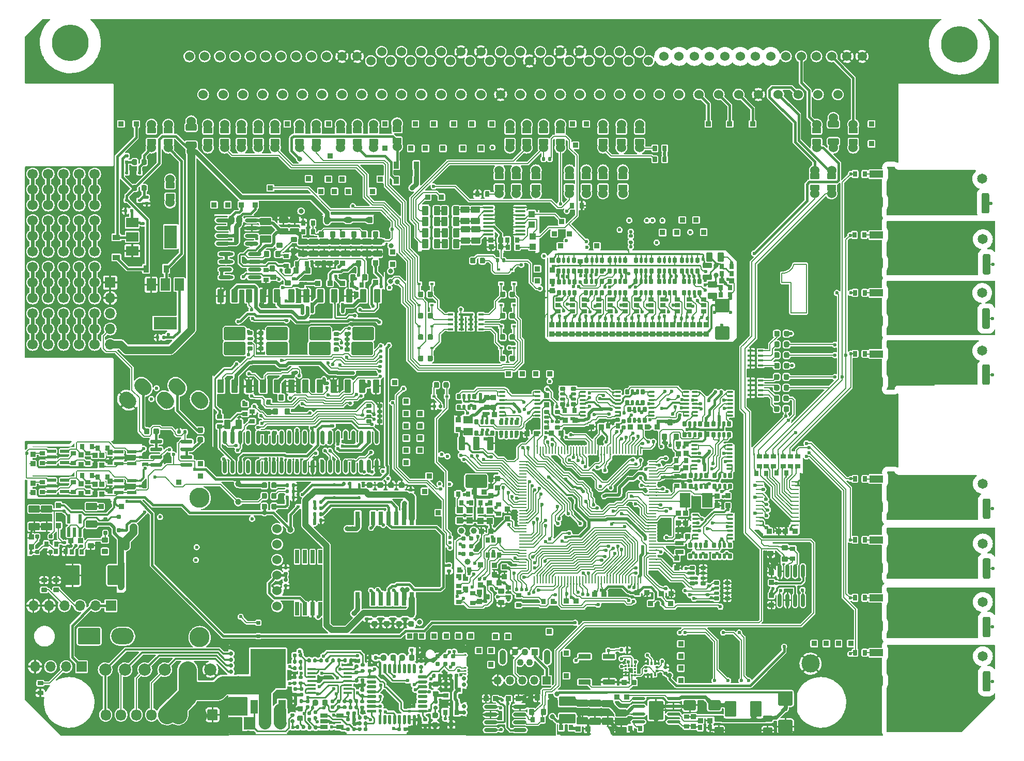
<source format=gtl>
G75*
G70*
%OFA0B0*%
%FSLAX25Y25*%
%IPPOS*%
%LPD*%
%AMOC8*
5,1,8,0,0,1.08239X$1,22.5*
%
%AMM1*
21,1,0.070870,0.036220,0.000000,0.000000,0.000000*
21,1,0.061810,0.045280,0.000000,0.000000,0.000000*
1,1,0.009060,0.030910,-0.018110*
1,1,0.009060,-0.030910,-0.018110*
1,1,0.009060,-0.030910,0.018110*
1,1,0.009060,0.030910,0.018110*
%
%AMM10*
21,1,0.033470,0.026770,0.000000,0.000000,90.000000*
21,1,0.026770,0.033470,0.000000,0.000000,90.000000*
1,1,0.006690,0.013390,0.013390*
1,1,0.006690,0.013390,-0.013390*
1,1,0.006690,-0.013390,-0.013390*
1,1,0.006690,-0.013390,0.013390*
%
%AMM11*
21,1,0.035830,0.026770,0.000000,0.000000,90.000000*
21,1,0.029130,0.033470,0.000000,0.000000,90.000000*
1,1,0.006690,0.013390,0.014570*
1,1,0.006690,0.013390,-0.014570*
1,1,0.006690,-0.013390,-0.014570*
1,1,0.006690,-0.013390,0.014570*
%
%AMM12*
21,1,0.047240,0.015750,0.000000,0.000000,135.000000*
1,1,0.015750,0.016700,-0.016700*
1,1,0.015750,-0.016700,0.016700*
%
%AMM139*
21,1,0.035430,0.030320,-0.000000,-0.000000,0.000000*
21,1,0.028350,0.037400,-0.000000,-0.000000,0.000000*
1,1,0.007090,0.014170,-0.015160*
1,1,0.007090,-0.014170,-0.015160*
1,1,0.007090,-0.014170,0.015160*
1,1,0.007090,0.014170,0.015160*
%
%AMM140*
21,1,0.033470,0.026770,-0.000000,-0.000000,180.000000*
21,1,0.026770,0.033470,-0.000000,-0.000000,180.000000*
1,1,0.006690,-0.013390,0.013390*
1,1,0.006690,0.013390,0.013390*
1,1,0.006690,0.013390,-0.013390*
1,1,0.006690,-0.013390,-0.013390*
%
%AMM141*
21,1,0.027560,0.030710,-0.000000,-0.000000,0.000000*
21,1,0.022050,0.036220,-0.000000,-0.000000,0.000000*
1,1,0.005510,0.011020,-0.015350*
1,1,0.005510,-0.011020,-0.015350*
1,1,0.005510,-0.011020,0.015350*
1,1,0.005510,0.011020,0.015350*
%
%AMM145*
21,1,0.035430,0.030320,0.000000,-0.000000,90.000000*
21,1,0.028350,0.037400,0.000000,-0.000000,90.000000*
1,1,0.007090,0.015160,0.014170*
1,1,0.007090,0.015160,-0.014170*
1,1,0.007090,-0.015160,-0.014170*
1,1,0.007090,-0.015160,0.014170*
%
%AMM146*
21,1,0.033470,0.026770,0.000000,-0.000000,270.000000*
21,1,0.026770,0.033470,0.000000,-0.000000,270.000000*
1,1,0.006690,-0.013390,-0.013390*
1,1,0.006690,-0.013390,0.013390*
1,1,0.006690,0.013390,0.013390*
1,1,0.006690,0.013390,-0.013390*
%
%AMM147*
21,1,0.027560,0.030710,0.000000,-0.000000,90.000000*
21,1,0.022050,0.036220,0.000000,-0.000000,90.000000*
1,1,0.005510,0.015350,0.011020*
1,1,0.005510,0.015350,-0.011020*
1,1,0.005510,-0.015350,-0.011020*
1,1,0.005510,-0.015350,0.011020*
%
%AMM171*
21,1,0.039370,0.049210,-0.000000,-0.000000,270.000000*
21,1,0.031500,0.057090,-0.000000,-0.000000,270.000000*
1,1,0.007870,-0.024610,-0.015750*
1,1,0.007870,-0.024610,0.015750*
1,1,0.007870,0.024610,0.015750*
1,1,0.007870,0.024610,-0.015750*
%
%AMM172*
21,1,0.106300,0.050390,-0.000000,-0.000000,180.000000*
21,1,0.093700,0.062990,-0.000000,-0.000000,180.000000*
1,1,0.012600,-0.046850,0.025200*
1,1,0.012600,0.046850,0.025200*
1,1,0.012600,0.046850,-0.025200*
1,1,0.012600,-0.046850,-0.025200*
%
%AMM173*
21,1,0.074800,0.083460,-0.000000,-0.000000,0.000000*
21,1,0.059840,0.098430,-0.000000,-0.000000,0.000000*
1,1,0.014960,0.029920,-0.041730*
1,1,0.014960,-0.029920,-0.041730*
1,1,0.014960,-0.029920,0.041730*
1,1,0.014960,0.029920,0.041730*
%
%AMM174*
21,1,0.033470,0.026770,-0.000000,-0.000000,0.000000*
21,1,0.026770,0.033470,-0.000000,-0.000000,0.000000*
1,1,0.006690,0.013390,-0.013390*
1,1,0.006690,-0.013390,-0.013390*
1,1,0.006690,-0.013390,0.013390*
1,1,0.006690,0.013390,0.013390*
%
%AMM175*
21,1,0.033470,0.026770,-0.000000,-0.000000,90.000000*
21,1,0.026770,0.033470,-0.000000,-0.000000,90.000000*
1,1,0.006690,0.013390,0.013390*
1,1,0.006690,0.013390,-0.013390*
1,1,0.006690,-0.013390,-0.013390*
1,1,0.006690,-0.013390,0.013390*
%
%AMM176*
21,1,0.078740,0.053540,-0.000000,-0.000000,0.000000*
21,1,0.065350,0.066930,-0.000000,-0.000000,0.000000*
1,1,0.013390,0.032680,-0.026770*
1,1,0.013390,-0.032680,-0.026770*
1,1,0.013390,-0.032680,0.026770*
1,1,0.013390,0.032680,0.026770*
%
%AMM177*
21,1,0.122050,0.075590,-0.000000,-0.000000,90.000000*
21,1,0.103150,0.094490,-0.000000,-0.000000,90.000000*
1,1,0.018900,0.037800,0.051580*
1,1,0.018900,0.037800,-0.051580*
1,1,0.018900,-0.037800,-0.051580*
1,1,0.018900,-0.037800,0.051580*
%
%AMM178*
21,1,0.086610,0.073230,-0.000000,-0.000000,270.000000*
21,1,0.069290,0.090550,-0.000000,-0.000000,270.000000*
1,1,0.017320,-0.036610,-0.034650*
1,1,0.017320,-0.036610,0.034650*
1,1,0.017320,0.036610,0.034650*
1,1,0.017320,0.036610,-0.034650*
%
%AMM179*
21,1,0.070870,0.036220,-0.000000,-0.000000,0.000000*
21,1,0.061810,0.045280,-0.000000,-0.000000,0.000000*
1,1,0.009060,0.030910,-0.018110*
1,1,0.009060,-0.030910,-0.018110*
1,1,0.009060,-0.030910,0.018110*
1,1,0.009060,0.030910,0.018110*
%
%AMM180*
21,1,0.027560,0.030710,-0.000000,-0.000000,270.000000*
21,1,0.022050,0.036220,-0.000000,-0.000000,270.000000*
1,1,0.005510,-0.015350,-0.011020*
1,1,0.005510,-0.015350,0.011020*
1,1,0.005510,0.015350,0.011020*
1,1,0.005510,0.015350,-0.011020*
%
%AMM195*
21,1,0.039370,0.035430,-0.000000,-0.000000,90.000000*
21,1,0.031500,0.043310,-0.000000,-0.000000,90.000000*
1,1,0.007870,0.017720,0.015750*
1,1,0.007870,0.017720,-0.015750*
1,1,0.007870,-0.017720,-0.015750*
1,1,0.007870,-0.017720,0.015750*
%
%AMM196*
21,1,0.039370,0.049210,-0.000000,-0.000000,180.000000*
21,1,0.031500,0.057090,-0.000000,-0.000000,180.000000*
1,1,0.007870,-0.015750,0.024610*
1,1,0.007870,0.015750,0.024610*
1,1,0.007870,0.015750,-0.024610*
1,1,0.007870,-0.015750,-0.024610*
%
%AMM2*
21,1,0.033470,0.026770,0.000000,0.000000,180.000000*
21,1,0.026770,0.033470,0.000000,0.000000,180.000000*
1,1,0.006690,-0.013390,0.013390*
1,1,0.006690,0.013390,0.013390*
1,1,0.006690,0.013390,-0.013390*
1,1,0.006690,-0.013390,-0.013390*
%
%AMM224*
21,1,0.035430,0.050000,-0.000000,-0.000000,90.000000*
21,1,0.028350,0.057090,-0.000000,-0.000000,90.000000*
1,1,0.007090,0.025000,0.014170*
1,1,0.007090,0.025000,-0.014170*
1,1,0.007090,-0.025000,-0.014170*
1,1,0.007090,-0.025000,0.014170*
%
%AMM225*
21,1,0.086610,0.073230,-0.000000,-0.000000,90.000000*
21,1,0.069290,0.090550,-0.000000,-0.000000,90.000000*
1,1,0.017320,0.036610,0.034650*
1,1,0.017320,0.036610,-0.034650*
1,1,0.017320,-0.036610,-0.034650*
1,1,0.017320,-0.036610,0.034650*
%
%AMM226*
21,1,0.007870,0.503940,-0.000000,-0.000000,0.000000*
21,1,0.000000,0.511810,-0.000000,-0.000000,0.000000*
1,1,0.007870,-0.000000,-0.251970*
1,1,0.007870,-0.000000,-0.251970*
1,1,0.007870,-0.000000,0.251970*
1,1,0.007870,-0.000000,0.251970*
%
%AMM227*
21,1,0.025590,0.026380,-0.000000,-0.000000,180.000000*
21,1,0.020470,0.031500,-0.000000,-0.000000,180.000000*
1,1,0.005120,-0.010240,0.013190*
1,1,0.005120,0.010240,0.013190*
1,1,0.005120,0.010240,-0.013190*
1,1,0.005120,-0.010240,-0.013190*
%
%AMM228*
21,1,0.023620,0.030710,-0.000000,-0.000000,270.000000*
21,1,0.018900,0.035430,-0.000000,-0.000000,270.000000*
1,1,0.004720,-0.015350,-0.009450*
1,1,0.004720,-0.015350,0.009450*
1,1,0.004720,0.015350,0.009450*
1,1,0.004720,0.015350,-0.009450*
%
%AMM229*
21,1,0.017720,0.027950,-0.000000,-0.000000,180.000000*
21,1,0.014170,0.031500,-0.000000,-0.000000,180.000000*
1,1,0.003540,-0.007090,0.013980*
1,1,0.003540,0.007090,0.013980*
1,1,0.003540,0.007090,-0.013980*
1,1,0.003540,-0.007090,-0.013980*
%
%AMM230*
21,1,0.027560,0.030710,-0.000000,-0.000000,180.000000*
21,1,0.022050,0.036220,-0.000000,-0.000000,180.000000*
1,1,0.005510,-0.011020,0.015350*
1,1,0.005510,0.011020,0.015350*
1,1,0.005510,0.011020,-0.015350*
1,1,0.005510,-0.011020,-0.015350*
%
%AMM231*
21,1,0.039370,0.049210,-0.000000,-0.000000,0.000000*
21,1,0.031500,0.057090,-0.000000,-0.000000,0.000000*
1,1,0.007870,0.015750,-0.024610*
1,1,0.007870,-0.015750,-0.024610*
1,1,0.007870,-0.015750,0.024610*
1,1,0.007870,0.015750,0.024610*
%
%AMM232*
21,1,0.007870,0.041340,-0.000000,-0.000000,180.000000*
21,1,0.000000,0.049210,-0.000000,-0.000000,180.000000*
1,1,0.007870,-0.000000,0.020670*
1,1,0.007870,-0.000000,0.020670*
1,1,0.007870,-0.000000,-0.020670*
1,1,0.007870,-0.000000,-0.020670*
%
%AMM233*
21,1,0.009840,0.919290,-0.000000,-0.000000,90.000000*
21,1,0.000000,0.929130,-0.000000,-0.000000,90.000000*
1,1,0.009840,0.459650,-0.000000*
1,1,0.009840,0.459650,-0.000000*
1,1,0.009840,-0.459650,-0.000000*
1,1,0.009840,-0.459650,-0.000000*
%
%AMM26*
21,1,0.027560,0.030710,0.000000,0.000000,180.000000*
21,1,0.022050,0.036220,0.000000,0.000000,180.000000*
1,1,0.005510,-0.011020,0.015350*
1,1,0.005510,0.011020,0.015350*
1,1,0.005510,0.011020,-0.015350*
1,1,0.005510,-0.011020,-0.015350*
%
%AMM264*
21,1,0.035430,0.030320,-0.000000,-0.000000,90.000000*
21,1,0.028350,0.037400,-0.000000,-0.000000,90.000000*
1,1,0.007090,0.015160,0.014170*
1,1,0.007090,0.015160,-0.014170*
1,1,0.007090,-0.015160,-0.014170*
1,1,0.007090,-0.015160,0.014170*
%
%AMM265*
21,1,0.035430,0.030320,-0.000000,-0.000000,180.000000*
21,1,0.028350,0.037400,-0.000000,-0.000000,180.000000*
1,1,0.007090,-0.014170,0.015160*
1,1,0.007090,0.014170,0.015160*
1,1,0.007090,0.014170,-0.015160*
1,1,0.007090,-0.014170,-0.015160*
%
%AMM266*
21,1,0.003940,0.007870,-0.000000,-0.000000,315.000000*
1,1,0.007870,-0.001390,0.001390*
1,1,0.007870,0.001390,-0.001390*
%
%AMM267*
21,1,0.087800,0.007870,-0.000000,-0.000000,225.000000*
1,1,0.007870,0.031040,0.031040*
1,1,0.007870,-0.031040,-0.031040*
%
%AMM268*
21,1,0.035830,0.026770,-0.000000,-0.000000,270.000000*
21,1,0.029130,0.033470,-0.000000,-0.000000,270.000000*
1,1,0.006690,-0.013390,-0.014570*
1,1,0.006690,-0.013390,0.014570*
1,1,0.006690,0.013390,0.014570*
1,1,0.006690,0.013390,-0.014570*
%
%AMM269*
21,1,0.043310,0.075990,-0.000000,-0.000000,0.000000*
21,1,0.034650,0.084650,-0.000000,-0.000000,0.000000*
1,1,0.008660,0.017320,-0.037990*
1,1,0.008660,-0.017320,-0.037990*
1,1,0.008660,-0.017320,0.037990*
1,1,0.008660,0.017320,0.037990*
%
%AMM270*
21,1,0.043310,0.075980,-0.000000,-0.000000,0.000000*
21,1,0.034650,0.084650,-0.000000,-0.000000,0.000000*
1,1,0.008660,0.017320,-0.037990*
1,1,0.008660,-0.017320,-0.037990*
1,1,0.008660,-0.017320,0.037990*
1,1,0.008660,0.017320,0.037990*
%
%AMM271*
21,1,0.025590,0.026380,-0.000000,-0.000000,270.000000*
21,1,0.020470,0.031500,-0.000000,-0.000000,270.000000*
1,1,0.005120,-0.013190,-0.010240*
1,1,0.005120,-0.013190,0.010240*
1,1,0.005120,0.013190,0.010240*
1,1,0.005120,0.013190,-0.010240*
%
%AMM272*
21,1,0.137800,0.067720,-0.000000,-0.000000,0.000000*
21,1,0.120870,0.084650,-0.000000,-0.000000,0.000000*
1,1,0.016930,0.060430,-0.033860*
1,1,0.016930,-0.060430,-0.033860*
1,1,0.016930,-0.060430,0.033860*
1,1,0.016930,0.060430,0.033860*
%
%AMM273*
21,1,0.017720,0.027950,-0.000000,-0.000000,270.000000*
21,1,0.014170,0.031500,-0.000000,-0.000000,270.000000*
1,1,0.003540,-0.013980,-0.007090*
1,1,0.003540,-0.013980,0.007090*
1,1,0.003540,0.013980,0.007090*
1,1,0.003540,0.013980,-0.007090*
%
%AMM274*
21,1,0.070870,0.036220,-0.000000,-0.000000,180.000000*
21,1,0.061810,0.045280,-0.000000,-0.000000,180.000000*
1,1,0.009060,-0.030910,0.018110*
1,1,0.009060,0.030910,0.018110*
1,1,0.009060,0.030910,-0.018110*
1,1,0.009060,-0.030910,-0.018110*
%
%AMM275*
21,1,0.031500,0.007870,-0.000000,-0.000000,135.000000*
1,1,0.007870,0.011140,-0.011140*
1,1,0.007870,-0.011140,0.011140*
%
%AMM288*
21,1,0.027560,0.030710,-0.000000,-0.000000,90.000000*
21,1,0.022050,0.036220,-0.000000,-0.000000,90.000000*
1,1,0.005510,0.015350,0.011020*
1,1,0.005510,0.015350,-0.011020*
1,1,0.005510,-0.015350,-0.011020*
1,1,0.005510,-0.015350,0.011020*
%
%AMM289*
21,1,0.015750,0.009840,-0.000000,-0.000000,225.000000*
1,1,0.009840,0.005570,0.005570*
1,1,0.009840,-0.005570,-0.005570*
%
%AMM3*
21,1,0.035430,0.030320,0.000000,0.000000,90.000000*
21,1,0.028350,0.037400,0.000000,0.000000,90.000000*
1,1,0.007090,0.015160,0.014170*
1,1,0.007090,0.015160,-0.014170*
1,1,0.007090,-0.015160,-0.014170*
1,1,0.007090,-0.015160,0.014170*
%
%AMM329*
21,1,0.007870,0.029130,-0.000000,-0.000000,45.000000*
21,1,0.000000,0.037010,-0.000000,-0.000000,45.000000*
1,1,0.007870,0.010300,-0.010300*
1,1,0.007870,0.010300,-0.010300*
1,1,0.007870,-0.010300,0.010300*
1,1,0.007870,-0.010300,0.010300*
%
%AMM33*
21,1,0.033470,0.026770,0.000000,0.000000,270.000000*
21,1,0.026770,0.033470,0.000000,0.000000,270.000000*
1,1,0.006690,-0.013390,-0.013390*
1,1,0.006690,-0.013390,0.013390*
1,1,0.006690,0.013390,0.013390*
1,1,0.006690,0.013390,-0.013390*
%
%AMM330*
21,1,0.007870,0.014960,-0.000000,-0.000000,315.000000*
21,1,0.000000,0.022840,-0.000000,-0.000000,315.000000*
1,1,0.007870,-0.005290,-0.005290*
1,1,0.007870,-0.005290,-0.005290*
1,1,0.007870,0.005290,0.005290*
1,1,0.007870,0.005290,0.005290*
%
%AMM331*
21,1,0.007870,0.055120,-0.000000,-0.000000,90.000000*
21,1,0.000000,0.062990,-0.000000,-0.000000,90.000000*
1,1,0.007870,0.027560,-0.000000*
1,1,0.007870,0.027560,-0.000000*
1,1,0.007870,-0.027560,-0.000000*
1,1,0.007870,-0.027560,-0.000000*
%
%AMM332*
21,1,0.007870,0.023620,-0.000000,-0.000000,135.000000*
21,1,0.000000,0.031500,-0.000000,-0.000000,135.000000*
1,1,0.007870,0.008350,0.008350*
1,1,0.007870,0.008350,0.008350*
1,1,0.007870,-0.008350,-0.008350*
1,1,0.007870,-0.008350,-0.008350*
%
%AMM333*
21,1,0.035830,0.026770,-0.000000,-0.000000,90.000000*
21,1,0.029130,0.033470,-0.000000,-0.000000,90.000000*
1,1,0.006690,0.013390,0.014570*
1,1,0.006690,0.013390,-0.014570*
1,1,0.006690,-0.013390,-0.014570*
1,1,0.006690,-0.013390,0.014570*
%
%AMM334*
21,1,0.023620,0.030710,-0.000000,-0.000000,0.000000*
21,1,0.018900,0.035430,-0.000000,-0.000000,0.000000*
1,1,0.004720,0.009450,-0.015350*
1,1,0.004720,-0.009450,-0.015350*
1,1,0.004720,-0.009450,0.015350*
1,1,0.004720,0.009450,0.015350*
%
%AMM335*
21,1,0.007870,0.039370,-0.000000,-0.000000,225.000000*
21,1,0.000000,0.047240,-0.000000,-0.000000,225.000000*
1,1,0.007870,-0.013920,0.013920*
1,1,0.007870,-0.013920,0.013920*
1,1,0.007870,0.013920,-0.013920*
1,1,0.007870,0.013920,-0.013920*
%
%AMM336*
21,1,0.007870,1.704720,-0.000000,-0.000000,90.000000*
21,1,0.000000,1.712600,-0.000000,-0.000000,90.000000*
1,1,0.007870,0.852360,-0.000000*
1,1,0.007870,0.852360,-0.000000*
1,1,0.007870,-0.852360,-0.000000*
1,1,0.007870,-0.852360,-0.000000*
%
%AMM337*
21,1,0.043310,0.075990,-0.000000,-0.000000,180.000000*
21,1,0.034650,0.084650,-0.000000,-0.000000,180.000000*
1,1,0.008660,-0.017320,0.037990*
1,1,0.008660,0.017320,0.037990*
1,1,0.008660,0.017320,-0.037990*
1,1,0.008660,-0.017320,-0.037990*
%
%AMM338*
21,1,0.007870,1.405510,-0.000000,-0.000000,0.000000*
21,1,0.000000,1.413390,-0.000000,-0.000000,0.000000*
1,1,0.007870,-0.000000,-0.702760*
1,1,0.007870,-0.000000,-0.702760*
1,1,0.007870,-0.000000,0.702760*
1,1,0.007870,-0.000000,0.702760*
%
%AMM339*
21,1,0.027560,0.018900,-0.000000,-0.000000,0.000000*
21,1,0.022840,0.023620,-0.000000,-0.000000,0.000000*
1,1,0.004720,0.011420,-0.009450*
1,1,0.004720,-0.011420,-0.009450*
1,1,0.004720,-0.011420,0.009450*
1,1,0.004720,0.011420,0.009450*
%
%AMM340*
21,1,0.043310,0.075980,-0.000000,-0.000000,180.000000*
21,1,0.034650,0.084650,-0.000000,-0.000000,180.000000*
1,1,0.008660,-0.017320,0.037990*
1,1,0.008660,0.017320,0.037990*
1,1,0.008660,0.017320,-0.037990*
1,1,0.008660,-0.017320,-0.037990*
%
%AMM341*
21,1,0.137800,0.067720,-0.000000,-0.000000,180.000000*
21,1,0.120870,0.084650,-0.000000,-0.000000,180.000000*
1,1,0.016930,-0.060430,0.033860*
1,1,0.016930,0.060430,0.033860*
1,1,0.016930,0.060430,-0.033860*
1,1,0.016930,-0.060430,-0.033860*
%
%AMM342*
21,1,0.035830,0.026770,-0.000000,-0.000000,0.000000*
21,1,0.029130,0.033470,-0.000000,-0.000000,0.000000*
1,1,0.006690,0.014570,-0.013390*
1,1,0.006690,-0.014570,-0.013390*
1,1,0.006690,-0.014570,0.013390*
1,1,0.006690,0.014570,0.013390*
%
%AMM343*
21,1,0.027560,0.049610,-0.000000,-0.000000,90.000000*
21,1,0.022050,0.055120,-0.000000,-0.000000,90.000000*
1,1,0.005510,0.024800,0.011020*
1,1,0.005510,0.024800,-0.011020*
1,1,0.005510,-0.024800,-0.011020*
1,1,0.005510,-0.024800,0.011020*
%
%AMM344*
21,1,0.017720,0.027950,-0.000000,-0.000000,90.000000*
21,1,0.014170,0.031500,-0.000000,-0.000000,90.000000*
1,1,0.003540,0.013980,0.007090*
1,1,0.003540,0.013980,-0.007090*
1,1,0.003540,-0.013980,-0.007090*
1,1,0.003540,-0.013980,0.007090*
%
%AMM345*
21,1,0.025590,0.026380,-0.000000,-0.000000,90.000000*
21,1,0.020470,0.031500,-0.000000,-0.000000,90.000000*
1,1,0.005120,0.013190,0.010240*
1,1,0.005120,0.013190,-0.010240*
1,1,0.005120,-0.013190,-0.010240*
1,1,0.005120,-0.013190,0.010240*
%
%AMM346*
21,1,0.009840,0.017720,-0.000000,-0.000000,0.000000*
21,1,0.000000,0.027560,-0.000000,-0.000000,0.000000*
1,1,0.009840,-0.000000,-0.008860*
1,1,0.009840,-0.000000,-0.008860*
1,1,0.009840,-0.000000,0.008860*
1,1,0.009840,-0.000000,0.008860*
%
%AMM347*
21,1,0.007870,1.416930,-0.000000,-0.000000,0.000000*
21,1,0.000000,1.424800,-0.000000,-0.000000,0.000000*
1,1,0.007870,-0.000000,-0.708470*
1,1,0.007870,-0.000000,-0.708470*
1,1,0.007870,-0.000000,0.708470*
1,1,0.007870,-0.000000,0.708470*
%
%AMM348*
21,1,0.007870,1.787400,-0.000000,-0.000000,90.000000*
21,1,0.000000,1.795280,-0.000000,-0.000000,90.000000*
1,1,0.007870,0.893700,-0.000000*
1,1,0.007870,0.893700,-0.000000*
1,1,0.007870,-0.893700,-0.000000*
1,1,0.007870,-0.893700,-0.000000*
%
%AMM349*
21,1,0.007870,0.013780,-0.000000,-0.000000,225.000000*
21,1,0.000000,0.021650,-0.000000,-0.000000,225.000000*
1,1,0.007870,-0.004870,0.004870*
1,1,0.007870,-0.004870,0.004870*
1,1,0.007870,0.004870,-0.004870*
1,1,0.007870,0.004870,-0.004870*
%
%AMM4*
21,1,0.021650,0.052760,0.000000,0.000000,0.000000*
21,1,0.017320,0.057090,0.000000,0.000000,0.000000*
1,1,0.004330,0.008660,-0.026380*
1,1,0.004330,-0.008660,-0.026380*
1,1,0.004330,-0.008660,0.026380*
1,1,0.004330,0.008660,0.026380*
%
%AMM5*
21,1,0.094490,0.111020,0.000000,0.000000,180.000000*
21,1,0.075590,0.129920,0.000000,0.000000,180.000000*
1,1,0.018900,-0.037800,0.055510*
1,1,0.018900,0.037800,0.055510*
1,1,0.018900,0.037800,-0.055510*
1,1,0.018900,-0.037800,-0.055510*
%
%AMM6*
21,1,0.023620,0.018900,0.000000,0.000000,270.000000*
21,1,0.018900,0.023620,0.000000,0.000000,270.000000*
1,1,0.004720,-0.009450,-0.009450*
1,1,0.004720,-0.009450,0.009450*
1,1,0.004720,0.009450,0.009450*
1,1,0.004720,0.009450,-0.009450*
%
%AMM7*
21,1,0.035830,0.026770,0.000000,0.000000,0.000000*
21,1,0.029130,0.033470,0.000000,0.000000,0.000000*
1,1,0.006690,0.014570,-0.013390*
1,1,0.006690,-0.014570,-0.013390*
1,1,0.006690,-0.014570,0.013390*
1,1,0.006690,0.014570,0.013390*
%
%AMM71*
21,1,0.021650,0.052760,0.000000,0.000000,270.000000*
21,1,0.017320,0.057090,0.000000,0.000000,270.000000*
1,1,0.004330,-0.026380,-0.008660*
1,1,0.004330,-0.026380,0.008660*
1,1,0.004330,0.026380,0.008660*
1,1,0.004330,0.026380,-0.008660*
%
%AMM72*
21,1,0.027560,0.030710,0.000000,0.000000,270.000000*
21,1,0.022050,0.036220,0.000000,0.000000,270.000000*
1,1,0.005510,-0.015350,-0.011020*
1,1,0.005510,-0.015350,0.011020*
1,1,0.005510,0.015350,0.011020*
1,1,0.005510,0.015350,-0.011020*
%
%AMM8*
21,1,0.023620,0.018900,0.000000,0.000000,180.000000*
21,1,0.018900,0.023620,0.000000,0.000000,180.000000*
1,1,0.004720,-0.009450,0.009450*
1,1,0.004720,0.009450,0.009450*
1,1,0.004720,0.009450,-0.009450*
1,1,0.004720,-0.009450,-0.009450*
%
%AMM9*
21,1,0.027560,0.030710,0.000000,0.000000,0.000000*
21,1,0.022050,0.036220,0.000000,0.000000,0.000000*
1,1,0.005510,0.011020,-0.015350*
1,1,0.005510,-0.011020,-0.015350*
1,1,0.005510,-0.011020,0.015350*
1,1,0.005510,0.011020,0.015350*
%
%ADD10C,0.01969*%
%ADD101R,0.22835X0.25197*%
%ADD103O,0.00787X0.01969*%
%ADD104R,0.01968X0.01968*%
%ADD108R,0.03543X0.03150*%
%ADD113O,0.01969X0.00984*%
%ADD115R,0.07500X0.07874*%
%ADD116O,0.19685X0.01575*%
%ADD123C,0.02756*%
%ADD127R,0.05906X0.05118*%
%ADD129R,0.04724X0.08661*%
%ADD13M33*%
%ADD131O,0.04331X0.09449*%
%ADD135O,0.00787X0.16732*%
%ADD136O,0.01968X0.03937*%
%ADD138O,0.00787X0.12205*%
%ADD140O,0.03937X0.05906*%
%ADD141C,0.02362*%
%ADD142O,0.01575X0.28347*%
%ADD143C,0.06496*%
%ADD144R,0.02520X0.08504*%
%ADD151C,0.01968*%
%ADD152O,0.06693X0.00787*%
%ADD153R,0.00984X0.03740*%
%ADD157R,0.01476X0.01378*%
%ADD159O,0.00787X0.26772*%
%ADD16C,0.03100*%
%ADD160C,0.00800*%
%ADD161M26*%
%ADD164C,0.03937*%
%ADD165M7*%
%ADD166O,0.01968X0.00984*%
%ADD170O,0.05315X0.05315*%
%ADD171C,0.03150*%
%ADD172M1*%
%ADD174O,0.20472X0.00787*%
%ADD176M71*%
%ADD18O,0.00984X0.40157*%
%ADD180O,0.01575X0.28346*%
%ADD183O,0.06693X0.07283*%
%ADD186O,0.00787X0.34744*%
%ADD187O,0.08661X0.01968*%
%ADD190R,0.04803X0.02559*%
%ADD192R,0.06693X0.09449*%
%ADD197R,0.25197X0.22835*%
%ADD198R,1.54528X0.00984*%
%ADD199O,0.07500X0.07874*%
%ADD201R,0.08000X0.20000*%
%ADD202R,0.07874X0.05906*%
%ADD204C,0.13000*%
%ADD207O,0.02362X0.08661*%
%ADD210M3*%
%ADD213O,0.00984X0.01969*%
%ADD214O,0.01969X0.11811*%
%ADD216M72*%
%ADD217O,1.18110X0.01575*%
%ADD218R,0.45000X0.30000*%
%ADD22O,0.05118X0.00866*%
%ADD223O,0.69291X0.00787*%
%ADD227R,0.14961X0.07874*%
%ADD230C,0.03200*%
%ADD233C,0.23622*%
%ADD234M2*%
%ADD235R,0.05315X0.05315*%
%ADD237C,0.03900*%
%ADD238M11*%
%ADD239O,0.00787X0.22323*%
%ADD240R,0.00984X0.12205*%
%ADD242M12*%
%ADD244M8*%
%ADD245O,0.14567X0.10630*%
%ADD248O,0.38583X0.01575*%
%ADD251O,0.00787X1.01772*%
%ADD252R,0.00984X0.11614*%
%ADD255O,0.03150X0.02362*%
%ADD257M9*%
%ADD258O,0.00984X0.01968*%
%ADD26C,0.01575*%
%ADD262R,0.08661X0.04724*%
%ADD263O,0.00787X0.43701*%
%ADD264R,0.03543X0.04724*%
%ADD266C,0.00984*%
%ADD268C,0.06000*%
%ADD269O,0.25591X0.00787*%
%ADD270O,0.00787X0.36220*%
%ADD271M6*%
%ADD272O,0.26772X0.00787*%
%ADD276O,0.04961X0.00984*%
%ADD278O,0.07087X0.01378*%
%ADD279O,0.03937X0.34429*%
%ADD28O,0.00787X0.36221*%
%ADD281O,0.54331X0.00787*%
%ADD282R,0.02362X0.01772*%
%ADD284O,0.03937X0.01968*%
%ADD287O,0.00866X0.05118*%
%ADD288R,0.04331X0.04331*%
%ADD293C,0.04331*%
%ADD294R,0.03150X0.03543*%
%ADD295O,0.00984X0.40158*%
%ADD297O,1.39370X0.01575*%
%ADD300O,0.00787X0.16339*%
%ADD303R,0.05906X0.07874*%
%ADD304O,0.06693X0.06693*%
%ADD305O,0.00787X0.14173*%
%ADD306R,0.03346X0.03346*%
%ADD309O,0.08661X0.02362*%
%ADD313O,0.00787X0.01575*%
%ADD314O,0.22835X0.00984*%
%ADD315O,0.03937X0.34428*%
%ADD316R,0.03150X0.08661*%
%ADD318R,0.04724X0.03543*%
%ADD319R,0.01772X0.02362*%
%ADD32M5*%
%ADD321M10*%
%ADD323O,0.44587X0.00787*%
%ADD325O,0.35433X0.01575*%
%ADD33O,0.03937X0.01969*%
%ADD333O,0.00787X0.01968*%
%ADD34O,0.01968X0.11811*%
%ADD340M139*%
%ADD341M140*%
%ADD342M141*%
%ADD346M145*%
%ADD347M146*%
%ADD348M147*%
%ADD393M171*%
%ADD394M172*%
%ADD395M173*%
%ADD396M174*%
%ADD397M175*%
%ADD398M176*%
%ADD399M177*%
%ADD40C,0.06693*%
%ADD400M178*%
%ADD401M179*%
%ADD402M180*%
%ADD41O,0.04331X0.01181*%
%ADD42C,0.07874*%
%ADD423M195*%
%ADD424M196*%
%ADD45O,0.43701X0.00787*%
%ADD452M224*%
%ADD453M225*%
%ADD454M226*%
%ADD455M227*%
%ADD456M228*%
%ADD457M229*%
%ADD458M230*%
%ADD459M231*%
%ADD460M232*%
%ADD461M233*%
%ADD48R,0.06693X0.06693*%
%ADD507M264*%
%ADD508M265*%
%ADD509M266*%
%ADD510M267*%
%ADD511M268*%
%ADD512M269*%
%ADD513M270*%
%ADD514M271*%
%ADD515M272*%
%ADD516M273*%
%ADD517M274*%
%ADD518M275*%
%ADD535M288*%
%ADD536M289*%
%ADD54O,1.01181X0.00787*%
%ADD55R,0.00984X0.11811*%
%ADD58R,0.00984X0.05709*%
%ADD582M329*%
%ADD583M330*%
%ADD584M331*%
%ADD585M332*%
%ADD586M333*%
%ADD587M334*%
%ADD588M335*%
%ADD589M336*%
%ADD59C,0.05118*%
%ADD590M337*%
%ADD591M338*%
%ADD592M339*%
%ADD593M340*%
%ADD594M341*%
%ADD595M342*%
%ADD596M343*%
%ADD597M344*%
%ADD598M345*%
%ADD599M346*%
%ADD600M347*%
%ADD601M348*%
%ADD602M349*%
%ADD62O,0.00787X0.03937*%
%ADD63C,0.01181*%
%ADD64C,0.00787*%
%ADD65O,0.00787X0.56693*%
%ADD68O,0.01575X0.21260*%
%ADD72O,0.50394X0.00787*%
%ADD73M4*%
%ADD77R,0.00984X0.08858*%
%ADD78R,0.05709X0.01772*%
%ADD79R,0.03543X0.01575*%
%ADD81C,0.11811*%
%ADD83O,0.22323X0.00787*%
%ADD90R,0.07874X0.14961*%
%ADD94O,0.01575X0.38583*%
%ADD95R,0.01378X0.01476*%
X0000000Y0000000D02*
%LPD*%
G01*
D64*
X0489101Y0293427D02*
X0495006Y0293427D01*
X0495006Y0273742D02*
X0504849Y0273742D01*
X0495006Y0293427D02*
X0495006Y0273742D01*
X0504849Y0305238D02*
X0496975Y0305238D01*
X0504849Y0273742D02*
X0504849Y0305238D01*
X0489101Y0293427D02*
X0489101Y0299333D01*
X0496975Y0305238D02*
G75*
G02*
X0489101Y0299333I-007565J0001885D01*
G01*
G36*
G01*
X0373937Y0053543D02*
X0381181Y0053543D01*
G75*
G02*
X0381496Y0053228I0000000J-000315D01*
G01*
X0381496Y0050708D01*
G75*
G02*
X0381181Y0050393I-000315J0000000D01*
G01*
X0373937Y0050393D01*
G75*
G02*
X0373622Y0050708I0000000J0000315D01*
G01*
X0373622Y0053228D01*
G75*
G02*
X0373937Y0053543I0000315J0000000D01*
G01*
G37*
G36*
G01*
X0373937Y0037008D02*
X0381181Y0037008D01*
G75*
G02*
X0381496Y0036693I0000000J-000315D01*
G01*
X0381496Y0034173D01*
G75*
G02*
X0381181Y0033858I-000315J0000000D01*
G01*
X0373937Y0033858D01*
G75*
G02*
X0373622Y0034173I0000000J0000315D01*
G01*
X0373622Y0036693D01*
G75*
G02*
X0373937Y0037008I0000315J0000000D01*
G01*
G37*
G36*
G01*
X0358189Y0053543D02*
X0365433Y0053543D01*
G75*
G02*
X0365748Y0053228I0000000J-000315D01*
G01*
X0365748Y0050708D01*
G75*
G02*
X0365433Y0050393I-000315J0000000D01*
G01*
X0358189Y0050393D01*
G75*
G02*
X0357874Y0050708I0000000J0000315D01*
G01*
X0357874Y0053228D01*
G75*
G02*
X0358189Y0053543I0000315J0000000D01*
G01*
G37*
G36*
G01*
X0358189Y0037008D02*
X0365433Y0037008D01*
G75*
G02*
X0365748Y0036693I0000000J-000315D01*
G01*
X0365748Y0034173D01*
G75*
G02*
X0365433Y0033858I-000315J0000000D01*
G01*
X0358189Y0033858D01*
G75*
G02*
X0357874Y0034173I0000000J0000315D01*
G01*
X0357874Y0036693D01*
G75*
G02*
X0358189Y0037008I0000315J0000000D01*
G01*
G37*
D233*
X0030050Y0448253D03*
X0603711Y0447268D03*
D268*
X0106861Y0439394D03*
X0126546Y0439394D03*
X0146231Y0439394D03*
X0165916Y0439394D03*
X0185601Y0439394D03*
X0205286Y0439394D03*
X0223987Y0436442D03*
X0236782Y0436442D03*
X0249577Y0436442D03*
X0262373Y0436442D03*
X0275168Y0436442D03*
X0287963Y0436442D03*
X0300758Y0436442D03*
X0313554Y0436442D03*
X0326349Y0436442D03*
X0339144Y0436442D03*
X0351940Y0436442D03*
X0364735Y0436442D03*
X0377530Y0436442D03*
X0390325Y0436442D03*
X0403121Y0436442D03*
X0422806Y0439394D03*
X0442491Y0439394D03*
X0462176Y0439394D03*
X0481861Y0439394D03*
X0501546Y0439394D03*
X0521231Y0439394D03*
X0540916Y0439394D03*
X0116703Y0439394D03*
X0136388Y0439394D03*
X0156073Y0439394D03*
X0175758Y0439394D03*
X0195444Y0439394D03*
X0215129Y0439394D03*
X0230877Y0442347D03*
X0243672Y0442347D03*
X0256467Y0442347D03*
X0269262Y0442347D03*
X0282058Y0442347D03*
X0294853Y0442347D03*
X0307648Y0442347D03*
X0320444Y0442347D03*
X0333239Y0442347D03*
X0346034Y0442347D03*
X0358829Y0442347D03*
X0371625Y0442347D03*
X0384420Y0442347D03*
X0397215Y0442347D03*
X0412963Y0439394D03*
X0432648Y0439394D03*
X0452333Y0439394D03*
X0472018Y0439394D03*
X0491703Y0439394D03*
X0511388Y0439394D03*
X0531073Y0439394D03*
X0115719Y0414788D03*
X0128514Y0414788D03*
X0141310Y0414788D03*
X0154105Y0414788D03*
X0166900Y0414788D03*
X0179695Y0414788D03*
X0192491Y0414788D03*
X0205286Y0414788D03*
X0218081Y0414788D03*
X0230877Y0414788D03*
X0243672Y0414788D03*
X0256467Y0414788D03*
X0269262Y0414788D03*
X0282058Y0414788D03*
X0294853Y0414788D03*
X0307648Y0414788D03*
X0320444Y0414788D03*
X0333239Y0414788D03*
X0346034Y0414788D03*
X0358829Y0414788D03*
X0371625Y0414788D03*
X0384420Y0414788D03*
X0397215Y0414788D03*
X0410010Y0414788D03*
X0422806Y0414788D03*
X0435601Y0414788D03*
X0448396Y0414788D03*
X0461192Y0414788D03*
X0473987Y0414788D03*
X0486782Y0414788D03*
X0499577Y0414788D03*
X0512373Y0414788D03*
X0525168Y0414788D03*
X0082387Y0395385D03*
G36*
G01*
X0079926Y0393593D02*
X0084847Y0393593D01*
G75*
G02*
X0085241Y0393200I0000000J-000394D01*
G01*
X0085241Y0390050D01*
G75*
G02*
X0084847Y0389656I-000394J0000000D01*
G01*
X0079926Y0389656D01*
G75*
G02*
X0079532Y0390050I0000000J0000394D01*
G01*
X0079532Y0393200D01*
G75*
G02*
X0079926Y0393593I0000394J0000000D01*
G01*
G37*
G36*
G01*
X0079926Y0386113D02*
X0084847Y0386113D01*
G75*
G02*
X0085241Y0385719I0000000J-000394D01*
G01*
X0085241Y0382570D01*
G75*
G02*
X0084847Y0382176I-000394J0000000D01*
G01*
X0079926Y0382176D01*
G75*
G02*
X0079532Y0382570I0000000J0000394D01*
G01*
X0079532Y0385719D01*
G75*
G02*
X0079926Y0386113I0000394J0000000D01*
G01*
G37*
X0082387Y0380385D03*
X0118804Y0395385D03*
G36*
G01*
X0116344Y0393593D02*
X0121265Y0393593D01*
G75*
G02*
X0121658Y0393200I0000000J-000394D01*
G01*
X0121658Y0390050D01*
G75*
G02*
X0121265Y0389656I-000394J0000000D01*
G01*
X0116344Y0389656D01*
G75*
G02*
X0115950Y0390050I0000000J0000394D01*
G01*
X0115950Y0393200D01*
G75*
G02*
X0116344Y0393593I0000394J0000000D01*
G01*
G37*
G36*
G01*
X0116344Y0386113D02*
X0121265Y0386113D01*
G75*
G02*
X0121658Y0385719I0000000J-000394D01*
G01*
X0121658Y0382570D01*
G75*
G02*
X0121265Y0382176I-000394J0000000D01*
G01*
X0116344Y0382176D01*
G75*
G02*
X0115950Y0382570I0000000J0000394D01*
G01*
X0115950Y0385719D01*
G75*
G02*
X0116344Y0386113I0000394J0000000D01*
G01*
G37*
X0118804Y0380385D03*
G36*
G01*
X0137997Y0393593D02*
X0142918Y0393593D01*
G75*
G02*
X0143312Y0393200I0000000J-000394D01*
G01*
X0143312Y0390050D01*
G75*
G02*
X0142918Y0389656I-000394J0000000D01*
G01*
X0137997Y0389656D01*
G75*
G02*
X0137603Y0390050I0000000J0000394D01*
G01*
X0137603Y0393200D01*
G75*
G02*
X0137997Y0393593I0000394J0000000D01*
G01*
G37*
X0140458Y0395385D03*
X0140458Y0380385D03*
G36*
G01*
X0137997Y0386113D02*
X0142918Y0386113D01*
G75*
G02*
X0143312Y0385719I0000000J-000394D01*
G01*
X0143312Y0382570D01*
G75*
G02*
X0142918Y0382176I-000394J0000000D01*
G01*
X0137997Y0382176D01*
G75*
G02*
X0137603Y0382570I0000000J0000394D01*
G01*
X0137603Y0385719D01*
G75*
G02*
X0137997Y0386113I0000394J0000000D01*
G01*
G37*
X0177859Y0395385D03*
G36*
G01*
X0175399Y0393593D02*
X0180320Y0393593D01*
G75*
G02*
X0180714Y0393200I0000000J-000394D01*
G01*
X0180714Y0390050D01*
G75*
G02*
X0180320Y0389656I-000394J0000000D01*
G01*
X0175399Y0389656D01*
G75*
G02*
X0175005Y0390050I0000000J0000394D01*
G01*
X0175005Y0393200D01*
G75*
G02*
X0175399Y0393593I0000394J0000000D01*
G01*
G37*
X0177859Y0380385D03*
G36*
G01*
X0175399Y0386113D02*
X0180320Y0386113D01*
G75*
G02*
X0180714Y0385719I0000000J-000394D01*
G01*
X0180714Y0382570D01*
G75*
G02*
X0180320Y0382176I-000394J0000000D01*
G01*
X0175399Y0382176D01*
G75*
G02*
X0175005Y0382570I0000000J0000394D01*
G01*
X0175005Y0385719D01*
G75*
G02*
X0175399Y0386113I0000394J0000000D01*
G01*
G37*
G36*
G01*
X0201973Y0393593D02*
X0206895Y0393593D01*
G75*
G02*
X0207288Y0393200I0000000J-000394D01*
G01*
X0207288Y0390050D01*
G75*
G02*
X0206895Y0389656I-000394J0000000D01*
G01*
X0201973Y0389656D01*
G75*
G02*
X0201580Y0390050I0000000J0000394D01*
G01*
X0201580Y0393200D01*
G75*
G02*
X0201973Y0393593I0000394J0000000D01*
G01*
G37*
X0204434Y0395385D03*
G36*
G01*
X0201973Y0386113D02*
X0206895Y0386113D01*
G75*
G02*
X0207288Y0385719I0000000J-000394D01*
G01*
X0207288Y0382570D01*
G75*
G02*
X0206895Y0382176I-000394J0000000D01*
G01*
X0201973Y0382176D01*
G75*
G02*
X0201580Y0382570I0000000J0000394D01*
G01*
X0201580Y0385719D01*
G75*
G02*
X0201973Y0386113I0000394J0000000D01*
G01*
G37*
X0204434Y0380385D03*
X0335340Y0395385D03*
G36*
G01*
X0332879Y0393593D02*
X0337800Y0393593D01*
G75*
G02*
X0338194Y0393200I0000000J-000394D01*
G01*
X0338194Y0390050D01*
G75*
G02*
X0337800Y0389656I-000394J0000000D01*
G01*
X0332879Y0389656D01*
G75*
G02*
X0332485Y0390050I0000000J0000394D01*
G01*
X0332485Y0393200D01*
G75*
G02*
X0332879Y0393593I0000394J0000000D01*
G01*
G37*
G36*
G01*
X0332879Y0386113D02*
X0337800Y0386113D01*
G75*
G02*
X0338194Y0385719I0000000J-000394D01*
G01*
X0338194Y0382570D01*
G75*
G02*
X0337800Y0382176I-000394J0000000D01*
G01*
X0332879Y0382176D01*
G75*
G02*
X0332485Y0382570I0000000J0000394D01*
G01*
X0332485Y0385719D01*
G75*
G02*
X0332879Y0386113I0000394J0000000D01*
G01*
G37*
X0335340Y0380385D03*
G36*
G01*
X0343706Y0393593D02*
X0348627Y0393593D01*
G75*
G02*
X0349021Y0393200I0000000J-000394D01*
G01*
X0349021Y0390050D01*
G75*
G02*
X0348627Y0389656I-000394J0000000D01*
G01*
X0343706Y0389656D01*
G75*
G02*
X0343312Y0390050I0000000J0000394D01*
G01*
X0343312Y0393200D01*
G75*
G02*
X0343706Y0393593I0000394J0000000D01*
G01*
G37*
X0346166Y0395385D03*
G36*
G01*
X0343706Y0386113D02*
X0348627Y0386113D01*
G75*
G02*
X0349021Y0385719I0000000J-000394D01*
G01*
X0349021Y0382570D01*
G75*
G02*
X0348627Y0382176I-000394J0000000D01*
G01*
X0343706Y0382176D01*
G75*
G02*
X0343312Y0382570I0000000J0000394D01*
G01*
X0343312Y0385719D01*
G75*
G02*
X0343706Y0386113I0000394J0000000D01*
G01*
G37*
X0346166Y0380385D03*
G36*
G01*
X0371265Y0364066D02*
X0376186Y0364066D01*
G75*
G02*
X0376580Y0363672I0000000J-000394D01*
G01*
X0376580Y0360523D01*
G75*
G02*
X0376186Y0360129I-000394J0000000D01*
G01*
X0371265Y0360129D01*
G75*
G02*
X0370871Y0360523I0000000J0000394D01*
G01*
X0370871Y0363672D01*
G75*
G02*
X0371265Y0364066I0000394J0000000D01*
G01*
G37*
X0373725Y0365857D03*
X0373725Y0350857D03*
G36*
G01*
X0371265Y0356586D02*
X0376186Y0356586D01*
G75*
G02*
X0376580Y0356192I0000000J-000394D01*
G01*
X0376580Y0353042D01*
G75*
G02*
X0376186Y0352649I-000394J0000000D01*
G01*
X0371265Y0352649D01*
G75*
G02*
X0370871Y0353042I0000000J0000394D01*
G01*
X0370871Y0356192D01*
G75*
G02*
X0371265Y0356586I0000394J0000000D01*
G01*
G37*
X0386521Y0365857D03*
G36*
G01*
X0384060Y0364066D02*
X0388981Y0364066D01*
G75*
G02*
X0389375Y0363672I0000000J-000394D01*
G01*
X0389375Y0360523D01*
G75*
G02*
X0388981Y0360129I-000394J0000000D01*
G01*
X0384060Y0360129D01*
G75*
G02*
X0383666Y0360523I0000000J0000394D01*
G01*
X0383666Y0363672D01*
G75*
G02*
X0384060Y0364066I0000394J0000000D01*
G01*
G37*
G36*
G01*
X0384060Y0356586D02*
X0388981Y0356586D01*
G75*
G02*
X0389375Y0356192I0000000J-000394D01*
G01*
X0389375Y0353042D01*
G75*
G02*
X0388981Y0352649I-000394J0000000D01*
G01*
X0384060Y0352649D01*
G75*
G02*
X0383666Y0353042I0000000J0000394D01*
G01*
X0383666Y0356192D01*
G75*
G02*
X0384060Y0356586I0000394J0000000D01*
G01*
G37*
X0386521Y0350857D03*
G36*
G01*
X0509060Y0393593D02*
X0513981Y0393593D01*
G75*
G02*
X0514375Y0393200I0000000J-000394D01*
G01*
X0514375Y0390050D01*
G75*
G02*
X0513981Y0389656I-000394J0000000D01*
G01*
X0509060Y0389656D01*
G75*
G02*
X0508666Y0390050I0000000J0000394D01*
G01*
X0508666Y0393200D01*
G75*
G02*
X0509060Y0393593I0000394J0000000D01*
G01*
G37*
X0511521Y0395385D03*
G36*
G01*
X0509060Y0386113D02*
X0513981Y0386113D01*
G75*
G02*
X0514375Y0385719I0000000J-000394D01*
G01*
X0514375Y0382570D01*
G75*
G02*
X0513981Y0382176I-000394J0000000D01*
G01*
X0509060Y0382176D01*
G75*
G02*
X0508666Y0382570I0000000J0000394D01*
G01*
X0508666Y0385719D01*
G75*
G02*
X0509060Y0386113I0000394J0000000D01*
G01*
G37*
X0511521Y0380385D03*
X0535143Y0395385D03*
G36*
G01*
X0532682Y0393593D02*
X0537603Y0393593D01*
G75*
G02*
X0537997Y0393200I0000000J-000394D01*
G01*
X0537997Y0390050D01*
G75*
G02*
X0537603Y0389656I-000394J0000000D01*
G01*
X0532682Y0389656D01*
G75*
G02*
X0532288Y0390050I0000000J0000394D01*
G01*
X0532288Y0393200D01*
G75*
G02*
X0532682Y0393593I0000394J0000000D01*
G01*
G37*
G36*
G01*
X0532682Y0386113D02*
X0537603Y0386113D01*
G75*
G02*
X0537997Y0385719I0000000J-000394D01*
G01*
X0537997Y0382570D01*
G75*
G02*
X0537603Y0382176I-000394J0000000D01*
G01*
X0532682Y0382176D01*
G75*
G02*
X0532288Y0382570I0000000J0000394D01*
G01*
X0532288Y0385719D01*
G75*
G02*
X0532682Y0386113I0000394J0000000D01*
G01*
G37*
X0535143Y0380385D03*
X0093214Y0395385D03*
G36*
G01*
X0090753Y0393593D02*
X0095674Y0393593D01*
G75*
G02*
X0096068Y0393200I0000000J-000394D01*
G01*
X0096068Y0390050D01*
G75*
G02*
X0095674Y0389656I-000394J0000000D01*
G01*
X0090753Y0389656D01*
G75*
G02*
X0090359Y0390050I0000000J0000394D01*
G01*
X0090359Y0393200D01*
G75*
G02*
X0090753Y0393593I0000394J0000000D01*
G01*
G37*
G36*
G01*
X0090753Y0386113D02*
X0095674Y0386113D01*
G75*
G02*
X0096068Y0385719I0000000J-000394D01*
G01*
X0096068Y0382570D01*
G75*
G02*
X0095674Y0382176I-000394J0000000D01*
G01*
X0090753Y0382176D01*
G75*
G02*
X0090359Y0382570I0000000J0000394D01*
G01*
X0090359Y0385719D01*
G75*
G02*
X0090753Y0386113I0000394J0000000D01*
G01*
G37*
X0093214Y0380385D03*
G36*
G01*
X0127170Y0393593D02*
X0132092Y0393593D01*
G75*
G02*
X0132485Y0393200I0000000J-000394D01*
G01*
X0132485Y0390050D01*
G75*
G02*
X0132092Y0389656I-000394J0000000D01*
G01*
X0127170Y0389656D01*
G75*
G02*
X0126777Y0390050I0000000J0000394D01*
G01*
X0126777Y0393200D01*
G75*
G02*
X0127170Y0393593I0000394J0000000D01*
G01*
G37*
X0129631Y0395385D03*
X0129631Y0380385D03*
G36*
G01*
X0127170Y0386113D02*
X0132092Y0386113D01*
G75*
G02*
X0132485Y0385719I0000000J-000394D01*
G01*
X0132485Y0382570D01*
G75*
G02*
X0132092Y0382176I-000394J0000000D01*
G01*
X0127170Y0382176D01*
G75*
G02*
X0126777Y0382570I0000000J0000394D01*
G01*
X0126777Y0385719D01*
G75*
G02*
X0127170Y0386113I0000394J0000000D01*
G01*
G37*
X0162111Y0395385D03*
G36*
G01*
X0159651Y0393593D02*
X0164572Y0393593D01*
G75*
G02*
X0164966Y0393200I0000000J-000394D01*
G01*
X0164966Y0390050D01*
G75*
G02*
X0164572Y0389656I-000394J0000000D01*
G01*
X0159651Y0389656D01*
G75*
G02*
X0159257Y0390050I0000000J0000394D01*
G01*
X0159257Y0393200D01*
G75*
G02*
X0159651Y0393593I0000394J0000000D01*
G01*
G37*
X0162111Y0380385D03*
G36*
G01*
X0159651Y0386113D02*
X0164572Y0386113D01*
G75*
G02*
X0164966Y0385719I0000000J-000394D01*
G01*
X0164966Y0382570D01*
G75*
G02*
X0164572Y0382176I-000394J0000000D01*
G01*
X0159651Y0382176D01*
G75*
G02*
X0159257Y0382570I0000000J0000394D01*
G01*
X0159257Y0385719D01*
G75*
G02*
X0159651Y0386113I0000394J0000000D01*
G01*
G37*
G36*
G01*
X0186225Y0393593D02*
X0191147Y0393593D01*
G75*
G02*
X0191540Y0393200I0000000J-000394D01*
G01*
X0191540Y0390050D01*
G75*
G02*
X0191147Y0389656I-000394J0000000D01*
G01*
X0186225Y0389656D01*
G75*
G02*
X0185832Y0390050I0000000J0000394D01*
G01*
X0185832Y0393200D01*
G75*
G02*
X0186225Y0393593I0000394J0000000D01*
G01*
G37*
X0188686Y0395385D03*
G36*
G01*
X0186225Y0386113D02*
X0191147Y0386113D01*
G75*
G02*
X0191540Y0385719I0000000J-000394D01*
G01*
X0191540Y0382570D01*
G75*
G02*
X0191147Y0382176I-000394J0000000D01*
G01*
X0186225Y0382176D01*
G75*
G02*
X0185832Y0382570I0000000J0000394D01*
G01*
X0185832Y0385719D01*
G75*
G02*
X0186225Y0386113I0000394J0000000D01*
G01*
G37*
X0188686Y0380385D03*
X0225694Y0395385D03*
G36*
G01*
X0223233Y0393593D02*
X0228155Y0393593D01*
G75*
G02*
X0228548Y0393200I0000000J-000394D01*
G01*
X0228548Y0390050D01*
G75*
G02*
X0228155Y0389656I-000394J0000000D01*
G01*
X0223233Y0389656D01*
G75*
G02*
X0222840Y0390050I0000000J0000394D01*
G01*
X0222840Y0393200D01*
G75*
G02*
X0223233Y0393593I0000394J0000000D01*
G01*
G37*
X0225694Y0380385D03*
G36*
G01*
X0223233Y0386113D02*
X0228155Y0386113D01*
G75*
G02*
X0228548Y0385719I0000000J-000394D01*
G01*
X0228548Y0382570D01*
G75*
G02*
X0228155Y0382176I-000394J0000000D01*
G01*
X0223233Y0382176D01*
G75*
G02*
X0222840Y0382570I0000000J0000394D01*
G01*
X0222840Y0385719D01*
G75*
G02*
X0223233Y0386113I0000394J0000000D01*
G01*
G37*
G36*
G01*
X0304336Y0364066D02*
X0309257Y0364066D01*
G75*
G02*
X0309651Y0363672I0000000J-000394D01*
G01*
X0309651Y0360523D01*
G75*
G02*
X0309257Y0360129I-000394J0000000D01*
G01*
X0304336Y0360129D01*
G75*
G02*
X0303942Y0360523I0000000J0000394D01*
G01*
X0303942Y0363672D01*
G75*
G02*
X0304336Y0364066I0000394J0000000D01*
G01*
G37*
X0306796Y0365857D03*
G36*
G01*
X0304336Y0356586D02*
X0309257Y0356586D01*
G75*
G02*
X0309651Y0356192I0000000J-000394D01*
G01*
X0309651Y0353042D01*
G75*
G02*
X0309257Y0352649I-000394J0000000D01*
G01*
X0304336Y0352649D01*
G75*
G02*
X0303942Y0353042I0000000J0000394D01*
G01*
X0303942Y0356192D01*
G75*
G02*
X0304336Y0356586I0000394J0000000D01*
G01*
G37*
X0306796Y0350857D03*
X0317820Y0365857D03*
G36*
G01*
X0315359Y0364066D02*
X0320281Y0364066D01*
G75*
G02*
X0320674Y0363672I0000000J-000394D01*
G01*
X0320674Y0360523D01*
G75*
G02*
X0320281Y0360129I-000394J0000000D01*
G01*
X0315359Y0360129D01*
G75*
G02*
X0314966Y0360523I0000000J0000394D01*
G01*
X0314966Y0363672D01*
G75*
G02*
X0315359Y0364066I0000394J0000000D01*
G01*
G37*
G36*
G01*
X0315359Y0356586D02*
X0320281Y0356586D01*
G75*
G02*
X0320674Y0356192I0000000J-000394D01*
G01*
X0320674Y0353042D01*
G75*
G02*
X0320281Y0352649I-000394J0000000D01*
G01*
X0315359Y0352649D01*
G75*
G02*
X0314966Y0353042I0000000J0000394D01*
G01*
X0314966Y0356192D01*
G75*
G02*
X0315359Y0356586I0000394J0000000D01*
G01*
G37*
X0317820Y0350857D03*
G36*
G01*
X0322052Y0393593D02*
X0326973Y0393593D01*
G75*
G02*
X0327367Y0393200I0000000J-000394D01*
G01*
X0327367Y0390050D01*
G75*
G02*
X0326973Y0389656I-000394J0000000D01*
G01*
X0322052Y0389656D01*
G75*
G02*
X0321658Y0390050I0000000J0000394D01*
G01*
X0321658Y0393200D01*
G75*
G02*
X0322052Y0393593I0000394J0000000D01*
G01*
G37*
X0324513Y0395385D03*
X0324513Y0380385D03*
G36*
G01*
X0322052Y0386113D02*
X0326973Y0386113D01*
G75*
G02*
X0327367Y0385719I0000000J-000394D01*
G01*
X0327367Y0382570D01*
G75*
G02*
X0326973Y0382176I-000394J0000000D01*
G01*
X0322052Y0382176D01*
G75*
G02*
X0321658Y0382570I0000000J0000394D01*
G01*
X0321658Y0385719D01*
G75*
G02*
X0322052Y0386113I0000394J0000000D01*
G01*
G37*
X0352072Y0365857D03*
G36*
G01*
X0349611Y0364066D02*
X0354532Y0364066D01*
G75*
G02*
X0354926Y0363672I0000000J-000394D01*
G01*
X0354926Y0360523D01*
G75*
G02*
X0354532Y0360129I-000394J0000000D01*
G01*
X0349611Y0360129D01*
G75*
G02*
X0349218Y0360523I0000000J0000394D01*
G01*
X0349218Y0363672D01*
G75*
G02*
X0349611Y0364066I0000394J0000000D01*
G01*
G37*
G36*
G01*
X0349611Y0356586D02*
X0354532Y0356586D01*
G75*
G02*
X0354926Y0356192I0000000J-000394D01*
G01*
X0354926Y0353042D01*
G75*
G02*
X0354532Y0352649I-000394J0000000D01*
G01*
X0349611Y0352649D01*
G75*
G02*
X0349218Y0353042I0000000J0000394D01*
G01*
X0349218Y0356192D01*
G75*
G02*
X0349611Y0356586I0000394J0000000D01*
G01*
G37*
X0352072Y0350857D03*
G36*
G01*
X0360438Y0364066D02*
X0365359Y0364066D01*
G75*
G02*
X0365753Y0363672I0000000J-000394D01*
G01*
X0365753Y0360523D01*
G75*
G02*
X0365359Y0360129I-000394J0000000D01*
G01*
X0360438Y0360129D01*
G75*
G02*
X0360044Y0360523I0000000J0000394D01*
G01*
X0360044Y0363672D01*
G75*
G02*
X0360438Y0364066I0000394J0000000D01*
G01*
G37*
X0362899Y0365857D03*
X0362899Y0350857D03*
G36*
G01*
X0360438Y0356586D02*
X0365359Y0356586D01*
G75*
G02*
X0365753Y0356192I0000000J-000394D01*
G01*
X0365753Y0353042D01*
G75*
G02*
X0365359Y0352649I-000394J0000000D01*
G01*
X0360438Y0352649D01*
G75*
G02*
X0360044Y0353042I0000000J0000394D01*
G01*
X0360044Y0356192D01*
G75*
G02*
X0360438Y0356586I0000394J0000000D01*
G01*
G37*
G36*
G01*
X0518804Y0394401D02*
X0518804Y0397117D01*
G75*
G02*
X0519710Y0398023I0000906J0000000D01*
G01*
X0524985Y0398023D01*
G75*
G02*
X0525891Y0397117I0000000J-000906D01*
G01*
X0525891Y0394401D01*
G75*
G02*
X0524985Y0393495I-000906J0000000D01*
G01*
X0519710Y0393495D01*
G75*
G02*
X0518804Y0394401I0000000J0000906D01*
G01*
G37*
X0522347Y0399696D03*
X0522347Y0380405D03*
G36*
G01*
X0518804Y0382983D02*
X0518804Y0385700D01*
G75*
G02*
X0519710Y0386605I0000906J0000000D01*
G01*
X0524985Y0386605D01*
G75*
G02*
X0525891Y0385700I0000000J-000906D01*
G01*
X0525891Y0382983D01*
G75*
G02*
X0524985Y0382078I-000906J0000000D01*
G01*
X0519710Y0382078D01*
G75*
G02*
X0518804Y0382983I0000000J0000906D01*
G01*
G37*
G36*
G01*
X0104434Y0392235D02*
X0104434Y0394952D01*
G75*
G02*
X0105340Y0395857I0000906J0000000D01*
G01*
X0110615Y0395857D01*
G75*
G02*
X0111521Y0394952I0000000J-000906D01*
G01*
X0111521Y0392235D01*
G75*
G02*
X0110615Y0391330I-000906J0000000D01*
G01*
X0105340Y0391330D01*
G75*
G02*
X0104434Y0392235I0000000J0000906D01*
G01*
G37*
X0107977Y0397530D03*
X0107977Y0378239D03*
G36*
G01*
X0104434Y0380818D02*
X0104434Y0383534D01*
G75*
G02*
X0105340Y0384440I0000906J0000000D01*
G01*
X0110615Y0384440D01*
G75*
G02*
X0111521Y0383534I0000000J-000906D01*
G01*
X0111521Y0380818D01*
G75*
G02*
X0110615Y0379912I-000906J0000000D01*
G01*
X0105340Y0379912D01*
G75*
G02*
X0104434Y0380818I0000000J0000906D01*
G01*
G37*
X0330418Y0365857D03*
G36*
G01*
X0327958Y0364066D02*
X0332879Y0364066D01*
G75*
G02*
X0333273Y0363672I0000000J-000394D01*
G01*
X0333273Y0360523D01*
G75*
G02*
X0332879Y0360129I-000394J0000000D01*
G01*
X0327958Y0360129D01*
G75*
G02*
X0327564Y0360523I0000000J0000394D01*
G01*
X0327564Y0363672D01*
G75*
G02*
X0327958Y0364066I0000394J0000000D01*
G01*
G37*
X0330418Y0350857D03*
G36*
G01*
X0327958Y0356586D02*
X0332879Y0356586D01*
G75*
G02*
X0333273Y0356192I0000000J-000394D01*
G01*
X0333273Y0353042D01*
G75*
G02*
X0332879Y0352649I-000394J0000000D01*
G01*
X0327958Y0352649D01*
G75*
G02*
X0327564Y0353042I0000000J0000394D01*
G01*
X0327564Y0356192D01*
G75*
G02*
X0327958Y0356586I0000394J0000000D01*
G01*
G37*
G36*
G01*
X0371265Y0393593D02*
X0376186Y0393593D01*
G75*
G02*
X0376580Y0393200I0000000J-000394D01*
G01*
X0376580Y0390050D01*
G75*
G02*
X0376186Y0389656I-000394J0000000D01*
G01*
X0371265Y0389656D01*
G75*
G02*
X0370871Y0390050I0000000J0000394D01*
G01*
X0370871Y0393200D01*
G75*
G02*
X0371265Y0393593I0000394J0000000D01*
G01*
G37*
X0373725Y0395385D03*
G36*
G01*
X0371265Y0386113D02*
X0376186Y0386113D01*
G75*
G02*
X0376580Y0385719I0000000J-000394D01*
G01*
X0376580Y0382570D01*
G75*
G02*
X0376186Y0382176I-000394J0000000D01*
G01*
X0371265Y0382176D01*
G75*
G02*
X0370871Y0382570I0000000J0000394D01*
G01*
X0370871Y0385719D01*
G75*
G02*
X0371265Y0386113I0000394J0000000D01*
G01*
G37*
X0373725Y0380385D03*
X0397347Y0395385D03*
G36*
G01*
X0394887Y0393593D02*
X0399808Y0393593D01*
G75*
G02*
X0400202Y0393200I0000000J-000394D01*
G01*
X0400202Y0390050D01*
G75*
G02*
X0399808Y0389656I-000394J0000000D01*
G01*
X0394887Y0389656D01*
G75*
G02*
X0394493Y0390050I0000000J0000394D01*
G01*
X0394493Y0393200D01*
G75*
G02*
X0394887Y0393593I0000394J0000000D01*
G01*
G37*
G36*
G01*
X0394887Y0386113D02*
X0399808Y0386113D01*
G75*
G02*
X0400202Y0385719I0000000J-000394D01*
G01*
X0400202Y0382570D01*
G75*
G02*
X0399808Y0382176I-000394J0000000D01*
G01*
X0394887Y0382176D01*
G75*
G02*
X0394493Y0382570I0000000J0000394D01*
G01*
X0394493Y0385719D01*
G75*
G02*
X0394887Y0386113I0000394J0000000D01*
G01*
G37*
X0397347Y0380385D03*
G36*
G01*
X0518706Y0364066D02*
X0523627Y0364066D01*
G75*
G02*
X0524021Y0363672I0000000J-000394D01*
G01*
X0524021Y0360523D01*
G75*
G02*
X0523627Y0360129I-000394J0000000D01*
G01*
X0518706Y0360129D01*
G75*
G02*
X0518312Y0360523I0000000J0000394D01*
G01*
X0518312Y0363672D01*
G75*
G02*
X0518706Y0364066I0000394J0000000D01*
G01*
G37*
X0521166Y0365857D03*
X0521166Y0350857D03*
G36*
G01*
X0518706Y0356586D02*
X0523627Y0356586D01*
G75*
G02*
X0524021Y0356192I0000000J-000394D01*
G01*
X0524021Y0353042D01*
G75*
G02*
X0523627Y0352649I-000394J0000000D01*
G01*
X0518706Y0352649D01*
G75*
G02*
X0518312Y0353042I0000000J0000394D01*
G01*
X0518312Y0356192D01*
G75*
G02*
X0518706Y0356586I0000394J0000000D01*
G01*
G37*
X0510340Y0365857D03*
G36*
G01*
X0507879Y0364066D02*
X0512800Y0364066D01*
G75*
G02*
X0513194Y0363672I0000000J-000394D01*
G01*
X0513194Y0360523D01*
G75*
G02*
X0512800Y0360129I-000394J0000000D01*
G01*
X0507879Y0360129D01*
G75*
G02*
X0507485Y0360523I0000000J0000394D01*
G01*
X0507485Y0363672D01*
G75*
G02*
X0507879Y0364066I0000394J0000000D01*
G01*
G37*
G36*
G01*
X0507879Y0356586D02*
X0512800Y0356586D01*
G75*
G02*
X0513194Y0356192I0000000J-000394D01*
G01*
X0513194Y0353042D01*
G75*
G02*
X0512800Y0352649I-000394J0000000D01*
G01*
X0507879Y0352649D01*
G75*
G02*
X0507485Y0353042I0000000J0000394D01*
G01*
X0507485Y0356192D01*
G75*
G02*
X0507879Y0356586I0000394J0000000D01*
G01*
G37*
X0510340Y0350857D03*
X0151284Y0395385D03*
G36*
G01*
X0148824Y0393593D02*
X0153745Y0393593D01*
G75*
G02*
X0154139Y0393200I0000000J-000394D01*
G01*
X0154139Y0390050D01*
G75*
G02*
X0153745Y0389656I-000394J0000000D01*
G01*
X0148824Y0389656D01*
G75*
G02*
X0148430Y0390050I0000000J0000394D01*
G01*
X0148430Y0393200D01*
G75*
G02*
X0148824Y0393593I0000394J0000000D01*
G01*
G37*
X0151284Y0380385D03*
G36*
G01*
X0148824Y0386113D02*
X0153745Y0386113D01*
G75*
G02*
X0154139Y0385719I0000000J-000394D01*
G01*
X0154139Y0382570D01*
G75*
G02*
X0153745Y0382176I-000394J0000000D01*
G01*
X0148824Y0382176D01*
G75*
G02*
X0148430Y0382570I0000000J0000394D01*
G01*
X0148430Y0385719D01*
G75*
G02*
X0148824Y0386113I0000394J0000000D01*
G01*
G37*
D262*
X0550103Y0127176D03*
D197*
X0574907Y0118200D03*
D262*
X0550103Y0109223D03*
X0550103Y0363397D03*
D197*
X0574907Y0354420D03*
D262*
X0550103Y0345444D03*
X0550103Y0166546D03*
D197*
X0574907Y0157570D03*
D262*
X0550103Y0148593D03*
X0550103Y0324027D03*
D197*
X0574907Y0315050D03*
D262*
X0550103Y0306074D03*
X0550103Y0247255D03*
D197*
X0574907Y0238279D03*
D262*
X0550103Y0229302D03*
X0550103Y0286625D03*
D197*
X0574907Y0277649D03*
D262*
X0550103Y0268672D03*
G36*
G01*
X0168332Y0102491D02*
X0169670Y0102491D01*
G75*
G02*
X0170221Y0101940I0000000J-000551D01*
G01*
X0170221Y0100838D01*
G75*
G02*
X0169670Y0100286I-000551J0000000D01*
G01*
X0168332Y0100286D01*
G75*
G02*
X0167781Y0100838I0000000J0000551D01*
G01*
X0167781Y0101940D01*
G75*
G02*
X0168332Y0102491I0000551J0000000D01*
G01*
G37*
G36*
G01*
X0168332Y0098712D02*
X0169670Y0098712D01*
G75*
G02*
X0170221Y0098160I0000000J-000551D01*
G01*
X0170221Y0097058D01*
G75*
G02*
X0169670Y0096507I-000551J0000000D01*
G01*
X0168332Y0096507D01*
G75*
G02*
X0167781Y0097058I0000000J0000551D01*
G01*
X0167781Y0098160D01*
G75*
G02*
X0168332Y0098712I0000551J0000000D01*
G01*
G37*
G36*
G01*
X0169670Y0104381D02*
X0168332Y0104381D01*
G75*
G02*
X0167781Y0104932I0000000J0000551D01*
G01*
X0167781Y0106034D01*
G75*
G02*
X0168332Y0106586I0000551J0000000D01*
G01*
X0169670Y0106586D01*
G75*
G02*
X0170221Y0106034I0000000J-000551D01*
G01*
X0170221Y0104932D01*
G75*
G02*
X0169670Y0104381I-000551J0000000D01*
G01*
G37*
G36*
G01*
X0169670Y0108160D02*
X0168332Y0108160D01*
G75*
G02*
X0167781Y0108712I0000000J0000551D01*
G01*
X0167781Y0109814D01*
G75*
G02*
X0168332Y0110365I0000551J0000000D01*
G01*
X0169670Y0110365D01*
G75*
G02*
X0170221Y0109814I0000000J-000551D01*
G01*
X0170221Y0108712D01*
G75*
G02*
X0169670Y0108160I-000551J0000000D01*
G01*
G37*
D48*
X0055741Y0293420D03*
D304*
X0055741Y0283420D03*
X0055741Y0273420D03*
X0055741Y0263420D03*
X0055741Y0253420D03*
D144*
X0176265Y0082688D03*
X0181265Y0082688D03*
X0186265Y0082688D03*
X0191265Y0082688D03*
X0191265Y0116310D03*
X0186265Y0116310D03*
X0181265Y0116310D03*
X0176265Y0116310D03*
G36*
G01*
X0064552Y0338928D02*
X0064552Y0340385D01*
G75*
G02*
X0065084Y0340916I0000531J0000000D01*
G01*
X0066147Y0340916D01*
G75*
G02*
X0066678Y0340385I0000000J-000531D01*
G01*
X0066678Y0338928D01*
G75*
G02*
X0066147Y0338397I-000531J0000000D01*
G01*
X0065084Y0338397D01*
G75*
G02*
X0064552Y0338928I0000000J0000531D01*
G01*
G37*
G36*
G01*
X0068568Y0338928D02*
X0068568Y0340385D01*
G75*
G02*
X0069099Y0340916I0000531J0000000D01*
G01*
X0070162Y0340916D01*
G75*
G02*
X0070694Y0340385I0000000J-000531D01*
G01*
X0070694Y0338928D01*
G75*
G02*
X0070162Y0338397I-000531J0000000D01*
G01*
X0069099Y0338397D01*
G75*
G02*
X0068568Y0338928I0000000J0000531D01*
G01*
G37*
D143*
X0618371Y0286704D03*
X0598371Y0286704D03*
D282*
X0263292Y0278830D03*
X0255025Y0278830D03*
G36*
G01*
X0595477Y0065345D02*
X0595477Y0076566D01*
G75*
G02*
X0596462Y0077550I0000984J0000000D01*
G01*
X0599316Y0077550D01*
G75*
G02*
X0600300Y0076566I0000000J-000984D01*
G01*
X0600300Y0065345D01*
G75*
G02*
X0599316Y0064361I-000984J0000000D01*
G01*
X0596462Y0064361D01*
G75*
G02*
X0595477Y0065345I0000000J0000984D01*
G01*
G37*
G36*
G01*
X0618804Y0065345D02*
X0618804Y0076566D01*
G75*
G02*
X0619788Y0077550I0000984J0000000D01*
G01*
X0622643Y0077550D01*
G75*
G02*
X0623627Y0076566I0000000J-000984D01*
G01*
X0623627Y0065345D01*
G75*
G02*
X0622643Y0064361I-000984J0000000D01*
G01*
X0619788Y0064361D01*
G75*
G02*
X0618804Y0065345I0000000J0000984D01*
G01*
G37*
G36*
G01*
X0484208Y0259317D02*
X0484208Y0261335D01*
G75*
G02*
X0485069Y0262196I0000861J0000000D01*
G01*
X0486791Y0262196D01*
G75*
G02*
X0487653Y0261335I0000000J-000861D01*
G01*
X0487653Y0259317D01*
G75*
G02*
X0486791Y0258456I-000861J0000000D01*
G01*
X0485069Y0258456D01*
G75*
G02*
X0484208Y0259317I0000000J0000861D01*
G01*
G37*
G36*
G01*
X0490408Y0259317D02*
X0490408Y0261335D01*
G75*
G02*
X0491270Y0262196I0000861J0000000D01*
G01*
X0492992Y0262196D01*
G75*
G02*
X0493853Y0261335I0000000J-000861D01*
G01*
X0493853Y0259317D01*
G75*
G02*
X0492992Y0258456I-000861J0000000D01*
G01*
X0491270Y0258456D01*
G75*
G02*
X0490408Y0259317I0000000J0000861D01*
G01*
G37*
D306*
X0331403Y0302255D03*
G36*
G01*
X0254336Y0257152D02*
X0254336Y0259169D01*
G75*
G02*
X0255197Y0260030I0000861J0000000D01*
G01*
X0256919Y0260030D01*
G75*
G02*
X0257781Y0259169I0000000J-000861D01*
G01*
X0257781Y0257152D01*
G75*
G02*
X0256919Y0256290I-000861J0000000D01*
G01*
X0255197Y0256290D01*
G75*
G02*
X0254336Y0257152I0000000J0000861D01*
G01*
G37*
G36*
G01*
X0260536Y0257152D02*
X0260536Y0259169D01*
G75*
G02*
X0261398Y0260030I0000861J0000000D01*
G01*
X0263120Y0260030D01*
G75*
G02*
X0263981Y0259169I0000000J-000861D01*
G01*
X0263981Y0257152D01*
G75*
G02*
X0263120Y0256290I-000861J0000000D01*
G01*
X0261398Y0256290D01*
G75*
G02*
X0260536Y0257152I0000000J0000861D01*
G01*
G37*
D264*
X0078844Y0302255D03*
X0091836Y0302255D03*
D235*
X0337308Y0036507D03*
D170*
X0329434Y0036507D03*
X0321560Y0036507D03*
X0313686Y0036507D03*
X0305812Y0036507D03*
D81*
X0507584Y0047334D03*
D306*
X0183765Y0360326D03*
G36*
G01*
X0316934Y0272949D02*
X0316934Y0270931D01*
G75*
G02*
X0316073Y0270070I-000861J0000000D01*
G01*
X0314350Y0270070D01*
G75*
G02*
X0313489Y0270931I0000000J0000861D01*
G01*
X0313489Y0272949D01*
G75*
G02*
X0314350Y0273810I0000861J0000000D01*
G01*
X0316073Y0273810D01*
G75*
G02*
X0316934Y0272949I0000000J-000861D01*
G01*
G37*
G36*
G01*
X0310733Y0272949D02*
X0310733Y0270931D01*
G75*
G02*
X0309872Y0270070I-000861J0000000D01*
G01*
X0308150Y0270070D01*
G75*
G02*
X0307288Y0270931I0000000J0000861D01*
G01*
X0307288Y0272949D01*
G75*
G02*
X0308150Y0273810I0000861J0000000D01*
G01*
X0309872Y0273810D01*
G75*
G02*
X0310733Y0272949I0000000J-000861D01*
G01*
G37*
X0369788Y0317019D03*
X0114080Y0176468D03*
X0267426Y0144775D03*
G36*
G01*
X0390910Y0324420D02*
X0392367Y0324420D01*
G75*
G02*
X0392899Y0323889I0000000J-000531D01*
G01*
X0392899Y0322826D01*
G75*
G02*
X0392367Y0322294I-000531J0000000D01*
G01*
X0390910Y0322294D01*
G75*
G02*
X0390379Y0322826I0000000J0000531D01*
G01*
X0390379Y0323889D01*
G75*
G02*
X0390910Y0324420I0000531J0000000D01*
G01*
G37*
G36*
G01*
X0390910Y0320405D02*
X0392367Y0320405D01*
G75*
G02*
X0392899Y0319873I0000000J-000531D01*
G01*
X0392899Y0318810D01*
G75*
G02*
X0392367Y0318279I-000531J0000000D01*
G01*
X0390910Y0318279D01*
G75*
G02*
X0390379Y0318810I0000000J0000531D01*
G01*
X0390379Y0319873D01*
G75*
G02*
X0390910Y0320405I0000531J0000000D01*
G01*
G37*
X0517820Y0060326D03*
X0248922Y0065247D03*
G36*
G01*
X0241068Y0080818D02*
X0243036Y0080818D01*
G75*
G02*
X0243922Y0079932I0000000J-000886D01*
G01*
X0243922Y0078160D01*
G75*
G02*
X0243036Y0077275I-000886J0000000D01*
G01*
X0241068Y0077275D01*
G75*
G02*
X0240182Y0078160I0000000J0000886D01*
G01*
X0240182Y0079932D01*
G75*
G02*
X0241068Y0080818I0000886J0000000D01*
G01*
G37*
G36*
G01*
X0241068Y0074716D02*
X0243036Y0074716D01*
G75*
G02*
X0243922Y0073830I0000000J-000886D01*
G01*
X0243922Y0072058D01*
G75*
G02*
X0243036Y0071172I-000886J0000000D01*
G01*
X0241068Y0071172D01*
G75*
G02*
X0240182Y0072058I0000000J0000886D01*
G01*
X0240182Y0073830D01*
G75*
G02*
X0241068Y0074716I0000886J0000000D01*
G01*
G37*
X0062702Y0395759D03*
G36*
G01*
X0254336Y0243372D02*
X0254336Y0245390D01*
G75*
G02*
X0255197Y0246251I0000861J0000000D01*
G01*
X0256919Y0246251D01*
G75*
G02*
X0257781Y0245390I0000000J-000861D01*
G01*
X0257781Y0243372D01*
G75*
G02*
X0256919Y0242511I-000861J0000000D01*
G01*
X0255197Y0242511D01*
G75*
G02*
X0254336Y0243372I0000000J0000861D01*
G01*
G37*
G36*
G01*
X0260536Y0243372D02*
X0260536Y0245390D01*
G75*
G02*
X0261398Y0246251I0000861J0000000D01*
G01*
X0263120Y0246251D01*
G75*
G02*
X0263981Y0245390I0000000J-000861D01*
G01*
X0263981Y0243372D01*
G75*
G02*
X0263120Y0242511I-000861J0000000D01*
G01*
X0261398Y0242511D01*
G75*
G02*
X0260536Y0243372I0000000J0000861D01*
G01*
G37*
D282*
X0066442Y0346546D03*
X0074710Y0346546D03*
D306*
X0239277Y0228830D03*
X0280418Y0065247D03*
X0196560Y0360134D03*
D40*
X0005741Y0303420D03*
X0015741Y0303420D03*
X0025741Y0303420D03*
X0035741Y0303420D03*
X0045741Y0303420D03*
X0005741Y0293420D03*
X0015741Y0293420D03*
X0025741Y0293420D03*
X0035741Y0293420D03*
X0045741Y0293420D03*
X0005741Y0283420D03*
X0015741Y0283420D03*
X0025741Y0283420D03*
X0035741Y0283420D03*
X0045741Y0283420D03*
D306*
X0277269Y0395759D03*
G36*
G01*
X0168883Y0153889D02*
X0168883Y0155345D01*
G75*
G02*
X0169414Y0155877I0000531J0000000D01*
G01*
X0170477Y0155877D01*
G75*
G02*
X0171009Y0155345I0000000J-000531D01*
G01*
X0171009Y0153889D01*
G75*
G02*
X0170477Y0153357I-000531J0000000D01*
G01*
X0169414Y0153357D01*
G75*
G02*
X0168883Y0153889I0000000J0000531D01*
G01*
G37*
G36*
G01*
X0172899Y0153889D02*
X0172899Y0155345D01*
G75*
G02*
X0173430Y0155877I0000531J0000000D01*
G01*
X0174493Y0155877D01*
G75*
G02*
X0175025Y0155345I0000000J-000531D01*
G01*
X0175025Y0153889D01*
G75*
G02*
X0174493Y0153357I-000531J0000000D01*
G01*
X0173430Y0153357D01*
G75*
G02*
X0172899Y0153889I0000000J0000531D01*
G01*
G37*
X0264670Y0065247D03*
D79*
X0282190Y0263279D03*
X0282190Y0266428D03*
X0282190Y0269578D03*
X0282190Y0272727D03*
X0275497Y0272727D03*
X0275497Y0269578D03*
X0275497Y0266428D03*
X0275497Y0263279D03*
D262*
X0550103Y0089775D03*
D197*
X0574907Y0080798D03*
D262*
X0550103Y0071822D03*
D306*
X0272544Y0065247D03*
X0264473Y0395759D03*
D42*
X0090907Y0043397D03*
D306*
X0304434Y0064853D03*
G36*
G01*
X0254336Y0270931D02*
X0254336Y0272949D01*
G75*
G02*
X0255197Y0273810I0000861J0000000D01*
G01*
X0256919Y0273810D01*
G75*
G02*
X0257781Y0272949I0000000J-000861D01*
G01*
X0257781Y0270931D01*
G75*
G02*
X0256919Y0270070I-000861J0000000D01*
G01*
X0255197Y0270070D01*
G75*
G02*
X0254336Y0270931I0000000J0000861D01*
G01*
G37*
G36*
G01*
X0260536Y0270931D02*
X0260536Y0272949D01*
G75*
G02*
X0261398Y0273810I0000861J0000000D01*
G01*
X0263120Y0273810D01*
G75*
G02*
X0263981Y0272949I0000000J-000861D01*
G01*
X0263981Y0270931D01*
G75*
G02*
X0263120Y0270070I-000861J0000000D01*
G01*
X0261398Y0270070D01*
G75*
G02*
X0260536Y0270931I0000000J0000861D01*
G01*
G37*
G36*
G01*
X0595084Y0228338D02*
X0595084Y0239558D01*
G75*
G02*
X0596068Y0240542I0000984J0000000D01*
G01*
X0598922Y0240542D01*
G75*
G02*
X0599907Y0239558I0000000J-000984D01*
G01*
X0599907Y0228338D01*
G75*
G02*
X0598922Y0227353I-000984J0000000D01*
G01*
X0596068Y0227353D01*
G75*
G02*
X0595084Y0228338I0000000J0000984D01*
G01*
G37*
G36*
G01*
X0618410Y0228338D02*
X0618410Y0239558D01*
G75*
G02*
X0619395Y0240542I0000984J0000000D01*
G01*
X0622249Y0240542D01*
G75*
G02*
X0623233Y0239558I0000000J-000984D01*
G01*
X0623233Y0228338D01*
G75*
G02*
X0622249Y0227353I-000984J0000000D01*
G01*
X0619395Y0227353D01*
G75*
G02*
X0618410Y0228338I0000000J0000984D01*
G01*
G37*
G36*
G01*
X0264523Y0226246D02*
X0264523Y0228264D01*
G75*
G02*
X0265384Y0229125I0000861J0000000D01*
G01*
X0267106Y0229125D01*
G75*
G02*
X0267968Y0228264I0000000J-000861D01*
G01*
X0267968Y0226246D01*
G75*
G02*
X0267106Y0225385I-000861J0000000D01*
G01*
X0265384Y0225385D01*
G75*
G02*
X0264523Y0226246I0000000J0000861D01*
G01*
G37*
G36*
G01*
X0270723Y0226246D02*
X0270723Y0228264D01*
G75*
G02*
X0271585Y0229125I0000861J0000000D01*
G01*
X0273307Y0229125D01*
G75*
G02*
X0274168Y0228264I0000000J-000861D01*
G01*
X0274168Y0226246D01*
G75*
G02*
X0273307Y0225385I-000861J0000000D01*
G01*
X0271585Y0225385D01*
G75*
G02*
X0270723Y0226246I0000000J0000861D01*
G01*
G37*
X0191639Y0352260D03*
G36*
G01*
X0224119Y0154716D02*
X0222151Y0154716D01*
G75*
G02*
X0221265Y0155601I0000000J0000886D01*
G01*
X0221265Y0157373D01*
G75*
G02*
X0222151Y0158259I0000886J0000000D01*
G01*
X0224119Y0158259D01*
G75*
G02*
X0225005Y0157373I0000000J-000886D01*
G01*
X0225005Y0155601D01*
G75*
G02*
X0224119Y0154716I-000886J0000000D01*
G01*
G37*
G36*
G01*
X0224119Y0160818D02*
X0222151Y0160818D01*
G75*
G02*
X0221265Y0161704I0000000J0000886D01*
G01*
X0221265Y0163475D01*
G75*
G02*
X0222151Y0164361I0000886J0000000D01*
G01*
X0224119Y0164361D01*
G75*
G02*
X0225005Y0163475I0000000J-000886D01*
G01*
X0225005Y0161704D01*
G75*
G02*
X0224119Y0160818I-000886J0000000D01*
G01*
G37*
G36*
G01*
X0168883Y0161763D02*
X0168883Y0163219D01*
G75*
G02*
X0169414Y0163751I0000531J0000000D01*
G01*
X0170477Y0163751D01*
G75*
G02*
X0171009Y0163219I0000000J-000531D01*
G01*
X0171009Y0161763D01*
G75*
G02*
X0170477Y0161231I-000531J0000000D01*
G01*
X0169414Y0161231D01*
G75*
G02*
X0168883Y0161763I0000000J0000531D01*
G01*
G37*
G36*
G01*
X0172899Y0161763D02*
X0172899Y0163219D01*
G75*
G02*
X0173430Y0163751I0000531J0000000D01*
G01*
X0174493Y0163751D01*
G75*
G02*
X0175025Y0163219I0000000J-000531D01*
G01*
X0175025Y0161763D01*
G75*
G02*
X0174493Y0161231I-000531J0000000D01*
G01*
X0173430Y0161231D01*
G75*
G02*
X0172899Y0161763I0000000J0000531D01*
G01*
G37*
G36*
G01*
X0484208Y0245537D02*
X0484208Y0247555D01*
G75*
G02*
X0485069Y0248416I0000861J0000000D01*
G01*
X0486791Y0248416D01*
G75*
G02*
X0487653Y0247555I0000000J-000861D01*
G01*
X0487653Y0245537D01*
G75*
G02*
X0486791Y0244676I-000861J0000000D01*
G01*
X0485069Y0244676D01*
G75*
G02*
X0484208Y0245537I0000000J0000861D01*
G01*
G37*
G36*
G01*
X0490408Y0245537D02*
X0490408Y0247555D01*
G75*
G02*
X0491270Y0248416I0000861J0000000D01*
G01*
X0492992Y0248416D01*
G75*
G02*
X0493853Y0247555I0000000J-000861D01*
G01*
X0493853Y0245537D01*
G75*
G02*
X0492992Y0244676I-000861J0000000D01*
G01*
X0491270Y0244676D01*
G75*
G02*
X0490408Y0245537I0000000J0000861D01*
G01*
G37*
X0246757Y0208751D03*
X0294985Y0380011D03*
G36*
G01*
X0237899Y0154716D02*
X0235930Y0154716D01*
G75*
G02*
X0235044Y0155601I0000000J0000886D01*
G01*
X0235044Y0157373D01*
G75*
G02*
X0235930Y0158259I0000886J0000000D01*
G01*
X0237899Y0158259D01*
G75*
G02*
X0238784Y0157373I0000000J-000886D01*
G01*
X0238784Y0155601D01*
G75*
G02*
X0237899Y0154716I-000886J0000000D01*
G01*
G37*
G36*
G01*
X0237899Y0160818D02*
X0235930Y0160818D01*
G75*
G02*
X0235044Y0161704I0000000J0000886D01*
G01*
X0235044Y0163475D01*
G75*
G02*
X0235930Y0164361I0000886J0000000D01*
G01*
X0237899Y0164361D01*
G75*
G02*
X0238784Y0163475I0000000J-000886D01*
G01*
X0238784Y0161704D01*
G75*
G02*
X0237899Y0160818I-000886J0000000D01*
G01*
G37*
X0533568Y0060326D03*
X0350103Y0039460D03*
G36*
G01*
X0233194Y0080916D02*
X0235162Y0080916D01*
G75*
G02*
X0236048Y0080030I0000000J-000886D01*
G01*
X0236048Y0078259D01*
G75*
G02*
X0235162Y0077373I-000886J0000000D01*
G01*
X0233194Y0077373D01*
G75*
G02*
X0232308Y0078259I0000000J0000886D01*
G01*
X0232308Y0080030D01*
G75*
G02*
X0233194Y0080916I0000886J0000000D01*
G01*
G37*
G36*
G01*
X0233194Y0074814D02*
X0235162Y0074814D01*
G75*
G02*
X0236048Y0073928I0000000J-000886D01*
G01*
X0236048Y0072156D01*
G75*
G02*
X0235162Y0071271I-000886J0000000D01*
G01*
X0233194Y0071271D01*
G75*
G02*
X0232308Y0072156I0000000J0000886D01*
G01*
X0232308Y0073928D01*
G75*
G02*
X0233194Y0074814I0000886J0000000D01*
G01*
G37*
D268*
X0313686Y0395385D03*
G36*
G01*
X0311225Y0393593D02*
X0316147Y0393593D01*
G75*
G02*
X0316540Y0393200I0000000J-000394D01*
G01*
X0316540Y0390050D01*
G75*
G02*
X0316147Y0389656I-000394J0000000D01*
G01*
X0311225Y0389656D01*
G75*
G02*
X0310832Y0390050I0000000J0000394D01*
G01*
X0310832Y0393200D01*
G75*
G02*
X0311225Y0393593I0000394J0000000D01*
G01*
G37*
X0313686Y0380385D03*
G36*
G01*
X0311225Y0386113D02*
X0316147Y0386113D01*
G75*
G02*
X0316540Y0385719I0000000J-000394D01*
G01*
X0316540Y0382570D01*
G75*
G02*
X0316147Y0382176I-000394J0000000D01*
G01*
X0311225Y0382176D01*
G75*
G02*
X0310832Y0382570I0000000J0000394D01*
G01*
X0310832Y0385719D01*
G75*
G02*
X0311225Y0386113I0000394J0000000D01*
G01*
G37*
G36*
G01*
X0211363Y0164145D02*
X0211363Y0162806D01*
G75*
G02*
X0210812Y0162255I-000551J0000000D01*
G01*
X0209710Y0162255D01*
G75*
G02*
X0209158Y0162806I0000000J0000551D01*
G01*
X0209158Y0164145D01*
G75*
G02*
X0209710Y0164696I0000551J0000000D01*
G01*
X0210812Y0164696D01*
G75*
G02*
X0211363Y0164145I0000000J-000551D01*
G01*
G37*
G36*
G01*
X0207584Y0164145D02*
X0207584Y0162806D01*
G75*
G02*
X0207032Y0162255I-000551J0000000D01*
G01*
X0205930Y0162255D01*
G75*
G02*
X0205379Y0162806I0000000J0000551D01*
G01*
X0205379Y0164145D01*
G75*
G02*
X0205930Y0164696I0000551J0000000D01*
G01*
X0207032Y0164696D01*
G75*
G02*
X0207584Y0164145I0000000J-000551D01*
G01*
G37*
G36*
G01*
X0361424Y0344538D02*
X0361424Y0341468D01*
G75*
G02*
X0361149Y0341192I-000276J0000000D01*
G01*
X0358944Y0341192D01*
G75*
G02*
X0358668Y0341468I0000000J0000276D01*
G01*
X0358668Y0344538D01*
G75*
G02*
X0358944Y0344814I0000276J0000000D01*
G01*
X0361149Y0344814D01*
G75*
G02*
X0361424Y0344538I0000000J-000276D01*
G01*
G37*
G36*
G01*
X0355125Y0344538D02*
X0355125Y0341468D01*
G75*
G02*
X0354849Y0341192I-000276J0000000D01*
G01*
X0352645Y0341192D01*
G75*
G02*
X0352369Y0341468I0000000J0000276D01*
G01*
X0352369Y0344538D01*
G75*
G02*
X0352645Y0344814I0000276J0000000D01*
G01*
X0354849Y0344814D01*
G75*
G02*
X0355125Y0344538I0000000J-000276D01*
G01*
G37*
G36*
G01*
X0623627Y0041527D02*
X0623627Y0030306D01*
G75*
G02*
X0622643Y0029322I-000984J0000000D01*
G01*
X0619788Y0029322D01*
G75*
G02*
X0618804Y0030306I0000000J0000984D01*
G01*
X0618804Y0041527D01*
G75*
G02*
X0619788Y0042511I0000984J0000000D01*
G01*
X0622643Y0042511D01*
G75*
G02*
X0623627Y0041527I0000000J-000984D01*
G01*
G37*
G36*
G01*
X0600300Y0041527D02*
X0600300Y0030306D01*
G75*
G02*
X0599316Y0029322I-000984J0000000D01*
G01*
X0596462Y0029322D01*
G75*
G02*
X0595477Y0030306I0000000J0000984D01*
G01*
X0595477Y0041527D01*
G75*
G02*
X0596462Y0042511I0000984J0000000D01*
G01*
X0599316Y0042511D01*
G75*
G02*
X0600300Y0041527I0000000J-000984D01*
G01*
G37*
D164*
X0138489Y0151664D03*
D268*
X0240851Y0396182D03*
G36*
G01*
X0238391Y0394391D02*
X0243312Y0394391D01*
G75*
G02*
X0243706Y0393997I0000000J-000394D01*
G01*
X0243706Y0390847D01*
G75*
G02*
X0243312Y0390454I-000394J0000000D01*
G01*
X0238391Y0390454D01*
G75*
G02*
X0237997Y0390847I0000000J0000394D01*
G01*
X0237997Y0393997D01*
G75*
G02*
X0238391Y0394391I0000394J0000000D01*
G01*
G37*
X0240851Y0381182D03*
G36*
G01*
X0238391Y0386910D02*
X0243312Y0386910D01*
G75*
G02*
X0243706Y0386517I0000000J-000394D01*
G01*
X0243706Y0383367D01*
G75*
G02*
X0243312Y0382973I-000394J0000000D01*
G01*
X0238391Y0382973D01*
G75*
G02*
X0237997Y0383367I0000000J0000394D01*
G01*
X0237997Y0386517D01*
G75*
G02*
X0238391Y0386910I0000394J0000000D01*
G01*
G37*
G36*
G01*
X0484060Y0210695D02*
X0484060Y0212713D01*
G75*
G02*
X0484921Y0213574I0000861J0000000D01*
G01*
X0486644Y0213574D01*
G75*
G02*
X0487505Y0212713I0000000J-000861D01*
G01*
X0487505Y0210695D01*
G75*
G02*
X0486644Y0209834I-000861J0000000D01*
G01*
X0484921Y0209834D01*
G75*
G02*
X0484060Y0210695I0000000J0000861D01*
G01*
G37*
G36*
G01*
X0490261Y0210695D02*
X0490261Y0212713D01*
G75*
G02*
X0491122Y0213574I0000861J0000000D01*
G01*
X0492845Y0213574D01*
G75*
G02*
X0493706Y0212713I0000000J-000861D01*
G01*
X0493706Y0210695D01*
G75*
G02*
X0492845Y0209834I-000861J0000000D01*
G01*
X0491122Y0209834D01*
G75*
G02*
X0490261Y0210695I0000000J0000861D01*
G01*
G37*
G36*
G01*
X0337505Y0258483D02*
X0337505Y0308877D01*
G75*
G02*
X0337899Y0309271I0000394J0000000D01*
G01*
X0337899Y0309271D01*
G75*
G02*
X0338292Y0308877I0000000J-000394D01*
G01*
X0338292Y0258483D01*
G75*
G02*
X0337899Y0258090I-000394J0000000D01*
G01*
X0337899Y0258090D01*
G75*
G02*
X0337505Y0258483I0000000J0000394D01*
G01*
G37*
G36*
G01*
X0344513Y0304723D02*
X0436442Y0304723D01*
G75*
G02*
X0436934Y0304231I0000000J-000492D01*
G01*
X0436934Y0304231D01*
G75*
G02*
X0436442Y0303739I-000492J0000000D01*
G01*
X0344513Y0303739D01*
G75*
G02*
X0344021Y0304231I0000000J0000492D01*
G01*
X0344021Y0304231D01*
G75*
G02*
X0344513Y0304723I0000492J0000000D01*
G01*
G37*
G36*
G01*
X0436344Y0311318D02*
X0344414Y0311318D01*
G75*
G02*
X0343922Y0311810I0000000J0000492D01*
G01*
X0343922Y0311810D01*
G75*
G02*
X0344414Y0312302I0000492J0000000D01*
G01*
X0436344Y0312302D01*
G75*
G02*
X0436836Y0311810I0000000J-000492D01*
G01*
X0436836Y0311810D01*
G75*
G02*
X0436344Y0311318I-000492J0000000D01*
G01*
G37*
G36*
G01*
X0434966Y0310137D02*
X0434966Y0306003D01*
G75*
G02*
X0434572Y0305609I-000394J0000000D01*
G01*
X0434572Y0305609D01*
G75*
G02*
X0434178Y0306003I0000000J0000394D01*
G01*
X0434178Y0310137D01*
G75*
G02*
X0434572Y0310530I0000394J0000000D01*
G01*
X0434572Y0310530D01*
G75*
G02*
X0434966Y0310137I0000000J-000394D01*
G01*
G37*
G36*
G01*
X0431521Y0310137D02*
X0431521Y0306003D01*
G75*
G02*
X0431127Y0305609I-000394J0000000D01*
G01*
X0431127Y0305609D01*
G75*
G02*
X0430733Y0306003I0000000J0000394D01*
G01*
X0430733Y0310137D01*
G75*
G02*
X0431127Y0310530I0000394J0000000D01*
G01*
X0431127Y0310530D01*
G75*
G02*
X0431521Y0310137I0000000J-000394D01*
G01*
G37*
G36*
G01*
X0428371Y0310137D02*
X0428371Y0306003D01*
G75*
G02*
X0427977Y0305609I-000394J0000000D01*
G01*
X0427977Y0305609D01*
G75*
G02*
X0427584Y0306003I0000000J0000394D01*
G01*
X0427584Y0310137D01*
G75*
G02*
X0427977Y0310530I0000394J0000000D01*
G01*
X0427977Y0310530D01*
G75*
G02*
X0428371Y0310137I0000000J-000394D01*
G01*
G37*
G36*
G01*
X0424926Y0310137D02*
X0424926Y0306003D01*
G75*
G02*
X0424532Y0305609I-000394J0000000D01*
G01*
X0424532Y0305609D01*
G75*
G02*
X0424139Y0306003I0000000J0000394D01*
G01*
X0424139Y0310137D01*
G75*
G02*
X0424532Y0310530I0000394J0000000D01*
G01*
X0424532Y0310530D01*
G75*
G02*
X0424926Y0310137I0000000J-000394D01*
G01*
G37*
G36*
G01*
X0420497Y0310137D02*
X0420497Y0306003D01*
G75*
G02*
X0420103Y0305609I-000394J0000000D01*
G01*
X0420103Y0305609D01*
G75*
G02*
X0419710Y0306003I0000000J0000394D01*
G01*
X0419710Y0310137D01*
G75*
G02*
X0420103Y0310530I0000394J0000000D01*
G01*
X0420103Y0310530D01*
G75*
G02*
X0420497Y0310137I0000000J-000394D01*
G01*
G37*
G36*
G01*
X0417052Y0310137D02*
X0417052Y0306003D01*
G75*
G02*
X0416658Y0305609I-000394J0000000D01*
G01*
X0416658Y0305609D01*
G75*
G02*
X0416265Y0306003I0000000J0000394D01*
G01*
X0416265Y0310137D01*
G75*
G02*
X0416658Y0310530I0000394J0000000D01*
G01*
X0416658Y0310530D01*
G75*
G02*
X0417052Y0310137I0000000J-000394D01*
G01*
G37*
G36*
G01*
X0413903Y0310137D02*
X0413903Y0306003D01*
G75*
G02*
X0413509Y0305609I-000394J0000000D01*
G01*
X0413509Y0305609D01*
G75*
G02*
X0413115Y0306003I0000000J0000394D01*
G01*
X0413115Y0310137D01*
G75*
G02*
X0413509Y0310530I0000394J0000000D01*
G01*
X0413509Y0310530D01*
G75*
G02*
X0413903Y0310137I0000000J-000394D01*
G01*
G37*
G36*
G01*
X0410458Y0310137D02*
X0410458Y0306003D01*
G75*
G02*
X0410064Y0305609I-000394J0000000D01*
G01*
X0410064Y0305609D01*
G75*
G02*
X0409670Y0306003I0000000J0000394D01*
G01*
X0409670Y0310137D01*
G75*
G02*
X0410064Y0310530I0000394J0000000D01*
G01*
X0410064Y0310530D01*
G75*
G02*
X0410458Y0310137I0000000J-000394D01*
G01*
G37*
G36*
G01*
X0405438Y0310137D02*
X0405438Y0306003D01*
G75*
G02*
X0405044Y0305609I-000394J0000000D01*
G01*
X0405044Y0305609D01*
G75*
G02*
X0404651Y0306003I0000000J0000394D01*
G01*
X0404651Y0310137D01*
G75*
G02*
X0405044Y0310530I0000394J0000000D01*
G01*
X0405044Y0310530D01*
G75*
G02*
X0405438Y0310137I0000000J-000394D01*
G01*
G37*
G36*
G01*
X0401993Y0310137D02*
X0401993Y0306003D01*
G75*
G02*
X0401599Y0305609I-000394J0000000D01*
G01*
X0401599Y0305609D01*
G75*
G02*
X0401206Y0306003I0000000J0000394D01*
G01*
X0401206Y0310137D01*
G75*
G02*
X0401599Y0310530I0000394J0000000D01*
G01*
X0401599Y0310530D01*
G75*
G02*
X0401993Y0310137I0000000J-000394D01*
G01*
G37*
G36*
G01*
X0398844Y0310137D02*
X0398844Y0306003D01*
G75*
G02*
X0398450Y0305609I-000394J0000000D01*
G01*
X0398450Y0305609D01*
G75*
G02*
X0398056Y0306003I0000000J0000394D01*
G01*
X0398056Y0310137D01*
G75*
G02*
X0398450Y0310530I0000394J0000000D01*
G01*
X0398450Y0310530D01*
G75*
G02*
X0398844Y0310137I0000000J-000394D01*
G01*
G37*
G36*
G01*
X0395399Y0310137D02*
X0395399Y0306003D01*
G75*
G02*
X0395005Y0305609I-000394J0000000D01*
G01*
X0395005Y0305609D01*
G75*
G02*
X0394611Y0306003I0000000J0000394D01*
G01*
X0394611Y0310137D01*
G75*
G02*
X0395005Y0310530I0000394J0000000D01*
G01*
X0395005Y0310530D01*
G75*
G02*
X0395399Y0310137I0000000J-000394D01*
G01*
G37*
G36*
G01*
X0388607Y0310137D02*
X0388607Y0306003D01*
G75*
G02*
X0388214Y0305609I-000394J0000000D01*
G01*
X0388214Y0305609D01*
G75*
G02*
X0387820Y0306003I0000000J0000394D01*
G01*
X0387820Y0310137D01*
G75*
G02*
X0388214Y0310530I0000394J0000000D01*
G01*
X0388214Y0310530D01*
G75*
G02*
X0388607Y0310137I0000000J-000394D01*
G01*
G37*
G36*
G01*
X0385162Y0310137D02*
X0385162Y0306003D01*
G75*
G02*
X0384769Y0305609I-000394J0000000D01*
G01*
X0384769Y0305609D01*
G75*
G02*
X0384375Y0306003I0000000J0000394D01*
G01*
X0384375Y0310137D01*
G75*
G02*
X0384769Y0310530I0000394J0000000D01*
G01*
X0384769Y0310530D01*
G75*
G02*
X0385162Y0310137I0000000J-000394D01*
G01*
G37*
G36*
G01*
X0382013Y0310137D02*
X0382013Y0306003D01*
G75*
G02*
X0381619Y0305609I-000394J0000000D01*
G01*
X0381619Y0305609D01*
G75*
G02*
X0381225Y0306003I0000000J0000394D01*
G01*
X0381225Y0310137D01*
G75*
G02*
X0381619Y0310530I0000394J0000000D01*
G01*
X0381619Y0310530D01*
G75*
G02*
X0382013Y0310137I0000000J-000394D01*
G01*
G37*
G36*
G01*
X0378568Y0310137D02*
X0378568Y0306003D01*
G75*
G02*
X0378174Y0305609I-000394J0000000D01*
G01*
X0378174Y0305609D01*
G75*
G02*
X0377780Y0306003I0000000J0000394D01*
G01*
X0377780Y0310137D01*
G75*
G02*
X0378174Y0310530I0000394J0000000D01*
G01*
X0378174Y0310530D01*
G75*
G02*
X0378568Y0310137I0000000J-000394D01*
G01*
G37*
G36*
G01*
X0373647Y0310137D02*
X0373647Y0306003D01*
G75*
G02*
X0373253Y0305609I-000394J0000000D01*
G01*
X0373253Y0305609D01*
G75*
G02*
X0372859Y0306003I0000000J0000394D01*
G01*
X0372859Y0310137D01*
G75*
G02*
X0373253Y0310530I0000394J0000000D01*
G01*
X0373253Y0310530D01*
G75*
G02*
X0373647Y0310137I0000000J-000394D01*
G01*
G37*
G36*
G01*
X0370202Y0310137D02*
X0370202Y0306003D01*
G75*
G02*
X0369808Y0305609I-000394J0000000D01*
G01*
X0369808Y0305609D01*
G75*
G02*
X0369414Y0306003I0000000J0000394D01*
G01*
X0369414Y0310137D01*
G75*
G02*
X0369808Y0310530I0000394J0000000D01*
G01*
X0369808Y0310530D01*
G75*
G02*
X0370202Y0310137I0000000J-000394D01*
G01*
G37*
G36*
G01*
X0367052Y0310137D02*
X0367052Y0306003D01*
G75*
G02*
X0366658Y0305609I-000394J0000000D01*
G01*
X0366658Y0305609D01*
G75*
G02*
X0366265Y0306003I0000000J0000394D01*
G01*
X0366265Y0310137D01*
G75*
G02*
X0366658Y0310530I0000394J0000000D01*
G01*
X0366658Y0310530D01*
G75*
G02*
X0367052Y0310137I0000000J-000394D01*
G01*
G37*
G36*
G01*
X0363607Y0310137D02*
X0363607Y0306003D01*
G75*
G02*
X0363214Y0305609I-000394J0000000D01*
G01*
X0363214Y0305609D01*
G75*
G02*
X0362820Y0306003I0000000J0000394D01*
G01*
X0362820Y0310137D01*
G75*
G02*
X0363214Y0310530I0000394J0000000D01*
G01*
X0363214Y0310530D01*
G75*
G02*
X0363607Y0310137I0000000J-000394D01*
G01*
G37*
G36*
G01*
X0355418Y0310137D02*
X0355418Y0306003D01*
G75*
G02*
X0355025Y0305609I-000394J0000000D01*
G01*
X0355025Y0305609D01*
G75*
G02*
X0354631Y0306003I0000000J0000394D01*
G01*
X0354631Y0310137D01*
G75*
G02*
X0355025Y0310530I0000394J0000000D01*
G01*
X0355025Y0310530D01*
G75*
G02*
X0355418Y0310137I0000000J-000394D01*
G01*
G37*
G36*
G01*
X0351973Y0310137D02*
X0351973Y0306003D01*
G75*
G02*
X0351580Y0305609I-000394J0000000D01*
G01*
X0351580Y0305609D01*
G75*
G02*
X0351186Y0306003I0000000J0000394D01*
G01*
X0351186Y0310137D01*
G75*
G02*
X0351580Y0310530I0000394J0000000D01*
G01*
X0351580Y0310530D01*
G75*
G02*
X0351973Y0310137I0000000J-000394D01*
G01*
G37*
G36*
G01*
X0348824Y0310137D02*
X0348824Y0306003D01*
G75*
G02*
X0348430Y0305609I-000394J0000000D01*
G01*
X0348430Y0305609D01*
G75*
G02*
X0348036Y0306003I0000000J0000394D01*
G01*
X0348036Y0310137D01*
G75*
G02*
X0348430Y0310530I0000394J0000000D01*
G01*
X0348430Y0310530D01*
G75*
G02*
X0348824Y0310137I0000000J-000394D01*
G01*
G37*
G36*
G01*
X0345379Y0310137D02*
X0345379Y0306003D01*
G75*
G02*
X0344985Y0305609I-000394J0000000D01*
G01*
X0344985Y0305609D01*
G75*
G02*
X0344592Y0306003I0000000J0000394D01*
G01*
X0344592Y0310137D01*
G75*
G02*
X0344985Y0310530I0000394J0000000D01*
G01*
X0344985Y0310530D01*
G75*
G02*
X0345379Y0310137I0000000J-000394D01*
G01*
G37*
D306*
X0301481Y0055798D03*
D143*
X0618765Y0321349D03*
X0598765Y0321349D03*
D306*
X0255812Y0193003D03*
G36*
G01*
X0011560Y0102649D02*
X0014631Y0102649D01*
G75*
G02*
X0014907Y0102373I0000000J-000276D01*
G01*
X0014907Y0100168D01*
G75*
G02*
X0014631Y0099893I-000276J0000000D01*
G01*
X0011560Y0099893D01*
G75*
G02*
X0011284Y0100168I0000000J0000276D01*
G01*
X0011284Y0102373D01*
G75*
G02*
X0011560Y0102649I0000276J0000000D01*
G01*
G37*
G36*
G01*
X0011560Y0096349D02*
X0014631Y0096349D01*
G75*
G02*
X0014907Y0096074I0000000J-000276D01*
G01*
X0014907Y0093869D01*
G75*
G02*
X0014631Y0093593I-000276J0000000D01*
G01*
X0011560Y0093593D01*
G75*
G02*
X0011284Y0093869I0000000J0000276D01*
G01*
X0011284Y0096074D01*
G75*
G02*
X0011560Y0096349I0000276J0000000D01*
G01*
G37*
D143*
X0618765Y0163475D03*
X0598765Y0163475D03*
G36*
G01*
X0595477Y0103141D02*
X0595477Y0114361D01*
G75*
G02*
X0596462Y0115345I0000984J0000000D01*
G01*
X0599316Y0115345D01*
G75*
G02*
X0600300Y0114361I0000000J-000984D01*
G01*
X0600300Y0103141D01*
G75*
G02*
X0599316Y0102156I-000984J0000000D01*
G01*
X0596462Y0102156D01*
G75*
G02*
X0595477Y0103141I0000000J0000984D01*
G01*
G37*
G36*
G01*
X0618804Y0103141D02*
X0618804Y0114361D01*
G75*
G02*
X0619788Y0115345I0000984J0000000D01*
G01*
X0622643Y0115345D01*
G75*
G02*
X0623627Y0114361I0000000J-000984D01*
G01*
X0623627Y0103141D01*
G75*
G02*
X0622643Y0102156I-000984J0000000D01*
G01*
X0619788Y0102156D01*
G75*
G02*
X0618804Y0103141I0000000J0000984D01*
G01*
G37*
D79*
X0468804Y0230208D03*
X0468804Y0227058D03*
X0468804Y0223908D03*
X0468804Y0220759D03*
X0475497Y0220759D03*
X0475497Y0223908D03*
X0475497Y0227058D03*
X0475497Y0230208D03*
D306*
X0256796Y0065247D03*
G36*
G01*
X0231009Y0154716D02*
X0229040Y0154716D01*
G75*
G02*
X0228155Y0155601I0000000J0000886D01*
G01*
X0228155Y0157373D01*
G75*
G02*
X0229040Y0158259I0000886J0000000D01*
G01*
X0231009Y0158259D01*
G75*
G02*
X0231895Y0157373I0000000J-000886D01*
G01*
X0231895Y0155601D01*
G75*
G02*
X0231009Y0154716I-000886J0000000D01*
G01*
G37*
G36*
G01*
X0231009Y0160818D02*
X0229040Y0160818D01*
G75*
G02*
X0228155Y0161704I0000000J0000886D01*
G01*
X0228155Y0163475D01*
G75*
G02*
X0229040Y0164361I0000886J0000000D01*
G01*
X0231009Y0164361D01*
G75*
G02*
X0231895Y0163475I0000000J-000886D01*
G01*
X0231895Y0161704D01*
G75*
G02*
X0231009Y0160818I-000886J0000000D01*
G01*
G37*
G36*
G01*
X0544040Y0365011D02*
X0544040Y0361940D01*
G75*
G02*
X0543765Y0361664I-000276J0000000D01*
G01*
X0541560Y0361664D01*
G75*
G02*
X0541284Y0361940I0000000J0000276D01*
G01*
X0541284Y0365011D01*
G75*
G02*
X0541560Y0365286I0000276J0000000D01*
G01*
X0543765Y0365286D01*
G75*
G02*
X0544040Y0365011I0000000J-000276D01*
G01*
G37*
G36*
G01*
X0537741Y0365011D02*
X0537741Y0361940D01*
G75*
G02*
X0537466Y0361664I-000276J0000000D01*
G01*
X0535261Y0361664D01*
G75*
G02*
X0534985Y0361940I0000000J0000276D01*
G01*
X0534985Y0365011D01*
G75*
G02*
X0535261Y0365286I0000276J0000000D01*
G01*
X0537466Y0365286D01*
G75*
G02*
X0537741Y0365011I0000000J-000276D01*
G01*
G37*
G36*
G01*
X0334277Y0372393D02*
X0334277Y0373849D01*
G75*
G02*
X0334808Y0374381I0000531J0000000D01*
G01*
X0335871Y0374381D01*
G75*
G02*
X0336403Y0373849I0000000J-000531D01*
G01*
X0336403Y0372393D01*
G75*
G02*
X0335871Y0371861I-000531J0000000D01*
G01*
X0334808Y0371861D01*
G75*
G02*
X0334277Y0372393I0000000J0000531D01*
G01*
G37*
G36*
G01*
X0338292Y0372393D02*
X0338292Y0373849D01*
G75*
G02*
X0338824Y0374381I0000531J0000000D01*
G01*
X0339887Y0374381D01*
G75*
G02*
X0340418Y0373849I0000000J-000531D01*
G01*
X0340418Y0372393D01*
G75*
G02*
X0339887Y0371861I-000531J0000000D01*
G01*
X0338824Y0371861D01*
G75*
G02*
X0338292Y0372393I0000000J0000531D01*
G01*
G37*
X0232977Y0395759D03*
X0312308Y0064853D03*
G36*
G01*
X0405773Y0371389D02*
X0405773Y0374460D01*
G75*
G02*
X0406048Y0374735I0000276J0000000D01*
G01*
X0408253Y0374735D01*
G75*
G02*
X0408529Y0374460I0000000J-000276D01*
G01*
X0408529Y0371389D01*
G75*
G02*
X0408253Y0371113I-000276J0000000D01*
G01*
X0406048Y0371113D01*
G75*
G02*
X0405773Y0371389I0000000J0000276D01*
G01*
G37*
G36*
G01*
X0412072Y0371389D02*
X0412072Y0374460D01*
G75*
G02*
X0412347Y0374735I0000276J0000000D01*
G01*
X0414552Y0374735D01*
G75*
G02*
X0414828Y0374460I0000000J-000276D01*
G01*
X0414828Y0371389D01*
G75*
G02*
X0414552Y0371113I-000276J0000000D01*
G01*
X0412347Y0371113D01*
G75*
G02*
X0412072Y0371389I0000000J0000276D01*
G01*
G37*
X0455418Y0395759D03*
G36*
G01*
X0623627Y0310818D02*
X0623627Y0299597D01*
G75*
G02*
X0622643Y0298613I-000984J0000000D01*
G01*
X0619788Y0298613D01*
G75*
G02*
X0618804Y0299597I0000000J0000984D01*
G01*
X0618804Y0310818D01*
G75*
G02*
X0619788Y0311802I0000984J0000000D01*
G01*
X0622643Y0311802D01*
G75*
G02*
X0623627Y0310818I0000000J-000984D01*
G01*
G37*
G36*
G01*
X0600300Y0310818D02*
X0600300Y0299597D01*
G75*
G02*
X0599316Y0298613I-000984J0000000D01*
G01*
X0596462Y0298613D01*
G75*
G02*
X0595477Y0299597I0000000J0000984D01*
G01*
X0595477Y0310818D01*
G75*
G02*
X0596462Y0311802I0000984J0000000D01*
G01*
X0599316Y0311802D01*
G75*
G02*
X0600300Y0310818I0000000J-000984D01*
G01*
G37*
D79*
X0468804Y0249302D03*
X0468804Y0246153D03*
X0468804Y0243003D03*
X0468804Y0239853D03*
X0475497Y0239853D03*
X0475497Y0243003D03*
X0475497Y0246153D03*
X0475497Y0249302D03*
D306*
X0339473Y0234342D03*
X0352072Y0324893D03*
X0339080Y0068003D03*
G36*
G01*
X0186757Y0147058D02*
X0186757Y0148397D01*
G75*
G02*
X0187308Y0148948I0000551J0000000D01*
G01*
X0188410Y0148948D01*
G75*
G02*
X0188962Y0148397I0000000J-000551D01*
G01*
X0188962Y0147058D01*
G75*
G02*
X0188410Y0146507I-000551J0000000D01*
G01*
X0187308Y0146507D01*
G75*
G02*
X0186757Y0147058I0000000J0000551D01*
G01*
G37*
G36*
G01*
X0190536Y0147058D02*
X0190536Y0148397D01*
G75*
G02*
X0191088Y0148948I0000551J0000000D01*
G01*
X0192190Y0148948D01*
G75*
G02*
X0192741Y0148397I0000000J-000551D01*
G01*
X0192741Y0147058D01*
G75*
G02*
X0192190Y0146507I-000551J0000000D01*
G01*
X0191088Y0146507D01*
G75*
G02*
X0190536Y0147058I0000000J0000551D01*
G01*
G37*
X0331403Y0294381D03*
G36*
G01*
X0114867Y0190149D02*
X0112899Y0190149D01*
G75*
G02*
X0112013Y0191034I0000000J0000886D01*
G01*
X0112013Y0192806D01*
G75*
G02*
X0112899Y0193692I0000886J0000000D01*
G01*
X0114867Y0193692D01*
G75*
G02*
X0115753Y0192806I0000000J-000886D01*
G01*
X0115753Y0191034D01*
G75*
G02*
X0114867Y0190149I-000886J0000000D01*
G01*
G37*
G36*
G01*
X0114867Y0196251D02*
X0112899Y0196251D01*
G75*
G02*
X0112013Y0197137I0000000J0000886D01*
G01*
X0112013Y0198908D01*
G75*
G02*
X0112899Y0199794I0000886J0000000D01*
G01*
X0114867Y0199794D01*
G75*
G02*
X0115753Y0198908I0000000J-000886D01*
G01*
X0115753Y0197137D01*
G75*
G02*
X0114867Y0196251I-000886J0000000D01*
G01*
G37*
G36*
G01*
X0484208Y0238648D02*
X0484208Y0240665D01*
G75*
G02*
X0485069Y0241527I0000861J0000000D01*
G01*
X0486791Y0241527D01*
G75*
G02*
X0487653Y0240665I0000000J-000861D01*
G01*
X0487653Y0238648D01*
G75*
G02*
X0486791Y0237786I-000861J0000000D01*
G01*
X0485069Y0237786D01*
G75*
G02*
X0484208Y0238648I0000000J0000861D01*
G01*
G37*
G36*
G01*
X0490408Y0238648D02*
X0490408Y0240665D01*
G75*
G02*
X0491270Y0241527I0000861J0000000D01*
G01*
X0492992Y0241527D01*
G75*
G02*
X0493853Y0240665I0000000J-000861D01*
G01*
X0493853Y0238648D01*
G75*
G02*
X0492992Y0237786I-000861J0000000D01*
G01*
X0491270Y0237786D01*
G75*
G02*
X0490408Y0238648I0000000J0000861D01*
G01*
G37*
G36*
G01*
X0085221Y0257235D02*
X0085221Y0258692D01*
G75*
G02*
X0085753Y0259223I0000531J0000000D01*
G01*
X0086816Y0259223D01*
G75*
G02*
X0087347Y0258692I0000000J-000531D01*
G01*
X0087347Y0257235D01*
G75*
G02*
X0086816Y0256704I-000531J0000000D01*
G01*
X0085753Y0256704D01*
G75*
G02*
X0085221Y0257235I0000000J0000531D01*
G01*
G37*
G36*
G01*
X0089237Y0257235D02*
X0089237Y0258692D01*
G75*
G02*
X0089769Y0259223I0000531J0000000D01*
G01*
X0090832Y0259223D01*
G75*
G02*
X0091363Y0258692I0000000J-000531D01*
G01*
X0091363Y0257235D01*
G75*
G02*
X0090832Y0256704I-000531J0000000D01*
G01*
X0089769Y0256704D01*
G75*
G02*
X0089237Y0257235I0000000J0000531D01*
G01*
G37*
D264*
X0253253Y0359342D03*
X0240261Y0359342D03*
D262*
X0550103Y0054342D03*
D197*
X0574907Y0045365D03*
D262*
X0550103Y0036389D03*
D306*
X0149316Y0343593D03*
G36*
G01*
X0269907Y0214204D02*
X0269907Y0212747D01*
G75*
G02*
X0269375Y0212216I-000531J0000000D01*
G01*
X0268312Y0212216D01*
G75*
G02*
X0267781Y0212747I0000000J0000531D01*
G01*
X0267781Y0214204D01*
G75*
G02*
X0268312Y0214735I0000531J0000000D01*
G01*
X0269375Y0214735D01*
G75*
G02*
X0269907Y0214204I0000000J-000531D01*
G01*
G37*
G36*
G01*
X0265891Y0214204D02*
X0265891Y0212747D01*
G75*
G02*
X0265359Y0212216I-000531J0000000D01*
G01*
X0264296Y0212216D01*
G75*
G02*
X0263765Y0212747I0000000J0000531D01*
G01*
X0263765Y0214204D01*
G75*
G02*
X0264296Y0214735I0000531J0000000D01*
G01*
X0265359Y0214735D01*
G75*
G02*
X0265891Y0214204I0000000J-000531D01*
G01*
G37*
G36*
G01*
X0079336Y0372161D02*
X0079336Y0370144D01*
G75*
G02*
X0078474Y0369282I-000861J0000000D01*
G01*
X0076752Y0369282D01*
G75*
G02*
X0075891Y0370144I0000000J0000861D01*
G01*
X0075891Y0372161D01*
G75*
G02*
X0076752Y0373023I0000861J0000000D01*
G01*
X0078474Y0373023D01*
G75*
G02*
X0079336Y0372161I0000000J-000861D01*
G01*
G37*
G36*
G01*
X0073135Y0372161D02*
X0073135Y0370144D01*
G75*
G02*
X0072274Y0369282I-000861J0000000D01*
G01*
X0070551Y0369282D01*
G75*
G02*
X0069690Y0370144I0000000J0000861D01*
G01*
X0069690Y0372161D01*
G75*
G02*
X0070551Y0373023I0000861J0000000D01*
G01*
X0072274Y0373023D01*
G75*
G02*
X0073135Y0372161I0000000J-000861D01*
G01*
G37*
G36*
G01*
X0483912Y0217585D02*
X0483912Y0219602D01*
G75*
G02*
X0484774Y0220464I0000861J0000000D01*
G01*
X0486496Y0220464D01*
G75*
G02*
X0487357Y0219602I0000000J-000861D01*
G01*
X0487357Y0217585D01*
G75*
G02*
X0486496Y0216723I-000861J0000000D01*
G01*
X0484774Y0216723D01*
G75*
G02*
X0483912Y0217585I0000000J0000861D01*
G01*
G37*
G36*
G01*
X0490113Y0217585D02*
X0490113Y0219602D01*
G75*
G02*
X0490974Y0220464I0000861J0000000D01*
G01*
X0492697Y0220464D01*
G75*
G02*
X0493558Y0219602I0000000J-000861D01*
G01*
X0493558Y0217585D01*
G75*
G02*
X0492697Y0216723I-000861J0000000D01*
G01*
X0490974Y0216723D01*
G75*
G02*
X0490113Y0217585I0000000J0000861D01*
G01*
G37*
X0421166Y0325680D03*
D79*
X0288292Y0272727D03*
X0288292Y0269578D03*
X0288292Y0266428D03*
X0288292Y0263279D03*
X0294985Y0263279D03*
X0294985Y0266428D03*
X0294985Y0269578D03*
X0294985Y0272727D03*
G36*
G01*
X0212800Y0393593D02*
X0217721Y0393593D01*
G75*
G02*
X0218115Y0393200I0000000J-000394D01*
G01*
X0218115Y0390050D01*
G75*
G02*
X0217721Y0389656I-000394J0000000D01*
G01*
X0212800Y0389656D01*
G75*
G02*
X0212407Y0390050I0000000J0000394D01*
G01*
X0212407Y0393200D01*
G75*
G02*
X0212800Y0393593I0000394J0000000D01*
G01*
G37*
D268*
X0215261Y0395385D03*
G36*
G01*
X0212800Y0386113D02*
X0217721Y0386113D01*
G75*
G02*
X0218115Y0385719I0000000J-000394D01*
G01*
X0218115Y0382570D01*
G75*
G02*
X0217721Y0382176I-000394J0000000D01*
G01*
X0212800Y0382176D01*
G75*
G02*
X0212407Y0382570I0000000J0000394D01*
G01*
X0212407Y0385719D01*
G75*
G02*
X0212800Y0386113I0000394J0000000D01*
G01*
G37*
X0215261Y0380385D03*
D282*
X0307977Y0265050D03*
X0316245Y0265050D03*
G36*
G01*
X0544001Y0055916D02*
X0544001Y0052845D01*
G75*
G02*
X0543725Y0052570I-000276J0000000D01*
G01*
X0541521Y0052570D01*
G75*
G02*
X0541245Y0052845I0000000J0000276D01*
G01*
X0541245Y0055916D01*
G75*
G02*
X0541521Y0056192I0000276J0000000D01*
G01*
X0543725Y0056192D01*
G75*
G02*
X0544001Y0055916I0000000J-000276D01*
G01*
G37*
G36*
G01*
X0537702Y0055916D02*
X0537702Y0052845D01*
G75*
G02*
X0537426Y0052570I-000276J0000000D01*
G01*
X0535221Y0052570D01*
G75*
G02*
X0534946Y0052845I0000000J0000276D01*
G01*
X0534946Y0055916D01*
G75*
G02*
X0535221Y0056192I0000276J0000000D01*
G01*
X0537426Y0056192D01*
G75*
G02*
X0537702Y0055916I0000000J-000276D01*
G01*
G37*
D306*
X0196560Y0395759D03*
X0255812Y0200877D03*
X0289080Y0395759D03*
G36*
G01*
X0150153Y0064111D02*
X0150153Y0066001D01*
G75*
G02*
X0150389Y0066237I0000236J0000000D01*
G01*
X0152279Y0066237D01*
G75*
G02*
X0152515Y0066001I0000000J-000236D01*
G01*
X0152515Y0064111D01*
G75*
G02*
X0152279Y0063875I-000236J0000000D01*
G01*
X0150389Y0063875D01*
G75*
G02*
X0150153Y0064111I0000000J0000236D01*
G01*
G37*
G36*
G01*
X0150153Y0072773D02*
X0150153Y0074662D01*
G75*
G02*
X0150389Y0074899I0000236J0000000D01*
G01*
X0152279Y0074899D01*
G75*
G02*
X0152515Y0074662I0000000J-000236D01*
G01*
X0152515Y0072773D01*
G75*
G02*
X0152279Y0072536I-000236J0000000D01*
G01*
X0150389Y0072536D01*
G75*
G02*
X0150153Y0072773I0000000J0000236D01*
G01*
G37*
G36*
G01*
X0544001Y0091389D02*
X0544001Y0088318D01*
G75*
G02*
X0543725Y0088042I-000276J0000000D01*
G01*
X0541521Y0088042D01*
G75*
G02*
X0541245Y0088318I0000000J0000276D01*
G01*
X0541245Y0091389D01*
G75*
G02*
X0541521Y0091664I0000276J0000000D01*
G01*
X0543725Y0091664D01*
G75*
G02*
X0544001Y0091389I0000000J-000276D01*
G01*
G37*
G36*
G01*
X0537702Y0091389D02*
X0537702Y0088318D01*
G75*
G02*
X0537426Y0088042I-000276J0000000D01*
G01*
X0535221Y0088042D01*
G75*
G02*
X0534946Y0088318I0000000J0000276D01*
G01*
X0534946Y0091389D01*
G75*
G02*
X0535221Y0091664I0000276J0000000D01*
G01*
X0537426Y0091664D01*
G75*
G02*
X0537702Y0091389I0000000J-000276D01*
G01*
G37*
X0301875Y0395759D03*
G36*
G01*
X0081599Y0190070D02*
X0081599Y0191251D01*
G75*
G02*
X0082190Y0191842I0000591J0000000D01*
G01*
X0088686Y0191842D01*
G75*
G02*
X0089277Y0191251I0000000J-000591D01*
G01*
X0089277Y0190070D01*
G75*
G02*
X0088686Y0189479I-000591J0000000D01*
G01*
X0082190Y0189479D01*
G75*
G02*
X0081599Y0190070I0000000J0000591D01*
G01*
G37*
G36*
G01*
X0081599Y0185070D02*
X0081599Y0186251D01*
G75*
G02*
X0082190Y0186842I0000591J0000000D01*
G01*
X0088686Y0186842D01*
G75*
G02*
X0089277Y0186251I0000000J-000591D01*
G01*
X0089277Y0185070D01*
G75*
G02*
X0088686Y0184479I-000591J0000000D01*
G01*
X0082190Y0184479D01*
G75*
G02*
X0081599Y0185070I0000000J0000591D01*
G01*
G37*
G36*
G01*
X0081599Y0180070D02*
X0081599Y0181251D01*
G75*
G02*
X0082190Y0181842I0000591J0000000D01*
G01*
X0088686Y0181842D01*
G75*
G02*
X0089277Y0181251I0000000J-000591D01*
G01*
X0089277Y0180070D01*
G75*
G02*
X0088686Y0179479I-000591J0000000D01*
G01*
X0082190Y0179479D01*
G75*
G02*
X0081599Y0180070I0000000J0000591D01*
G01*
G37*
G36*
G01*
X0081599Y0175070D02*
X0081599Y0176251D01*
G75*
G02*
X0082190Y0176842I0000591J0000000D01*
G01*
X0088686Y0176842D01*
G75*
G02*
X0089277Y0176251I0000000J-000591D01*
G01*
X0089277Y0175070D01*
G75*
G02*
X0088686Y0174479I-000591J0000000D01*
G01*
X0082190Y0174479D01*
G75*
G02*
X0081599Y0175070I0000000J0000591D01*
G01*
G37*
G36*
G01*
X0101088Y0175070D02*
X0101088Y0176251D01*
G75*
G02*
X0101678Y0176842I0000591J0000000D01*
G01*
X0108174Y0176842D01*
G75*
G02*
X0108765Y0176251I0000000J-000591D01*
G01*
X0108765Y0175070D01*
G75*
G02*
X0108174Y0174479I-000591J0000000D01*
G01*
X0101678Y0174479D01*
G75*
G02*
X0101088Y0175070I0000000J0000591D01*
G01*
G37*
G36*
G01*
X0101088Y0180070D02*
X0101088Y0181251D01*
G75*
G02*
X0101678Y0181842I0000591J0000000D01*
G01*
X0108174Y0181842D01*
G75*
G02*
X0108765Y0181251I0000000J-000591D01*
G01*
X0108765Y0180070D01*
G75*
G02*
X0108174Y0179479I-000591J0000000D01*
G01*
X0101678Y0179479D01*
G75*
G02*
X0101088Y0180070I0000000J0000591D01*
G01*
G37*
G36*
G01*
X0101088Y0185070D02*
X0101088Y0186251D01*
G75*
G02*
X0101678Y0186842I0000591J0000000D01*
G01*
X0108174Y0186842D01*
G75*
G02*
X0108765Y0186251I0000000J-000591D01*
G01*
X0108765Y0185070D01*
G75*
G02*
X0108174Y0184479I-000591J0000000D01*
G01*
X0101678Y0184479D01*
G75*
G02*
X0101088Y0185070I0000000J0000591D01*
G01*
G37*
G36*
G01*
X0101088Y0190070D02*
X0101088Y0191251D01*
G75*
G02*
X0101678Y0191842I0000591J0000000D01*
G01*
X0108174Y0191842D01*
G75*
G02*
X0108765Y0191251I0000000J-000591D01*
G01*
X0108765Y0190070D01*
G75*
G02*
X0108174Y0189479I-000591J0000000D01*
G01*
X0101678Y0189479D01*
G75*
G02*
X0101088Y0190070I0000000J0000591D01*
G01*
G37*
D316*
X0255477Y0141231D03*
X0250477Y0141231D03*
X0245477Y0141231D03*
X0240477Y0141231D03*
X0235477Y0141231D03*
X0230477Y0141231D03*
X0225477Y0141231D03*
X0220477Y0141231D03*
X0215477Y0141231D03*
X0210477Y0141231D03*
X0210477Y0089263D03*
X0215477Y0089263D03*
X0220477Y0089263D03*
X0225477Y0089263D03*
X0230477Y0089263D03*
X0235477Y0089263D03*
X0240477Y0089263D03*
X0245477Y0089263D03*
X0250477Y0089263D03*
X0255477Y0089263D03*
D201*
X0260977Y0115247D03*
D218*
X0232977Y0115247D03*
D201*
X0204977Y0115247D03*
G36*
G01*
X0012269Y0027058D02*
X0009198Y0027058D01*
G75*
G02*
X0008922Y0027334I0000000J0000276D01*
G01*
X0008922Y0029538D01*
G75*
G02*
X0009198Y0029814I0000276J0000000D01*
G01*
X0012269Y0029814D01*
G75*
G02*
X0012544Y0029538I0000000J-000276D01*
G01*
X0012544Y0027334D01*
G75*
G02*
X0012269Y0027058I-000276J0000000D01*
G01*
G37*
G36*
G01*
X0012269Y0033357D02*
X0009198Y0033357D01*
G75*
G02*
X0008922Y0033633I0000000J0000276D01*
G01*
X0008922Y0035838D01*
G75*
G02*
X0009198Y0036113I0000276J0000000D01*
G01*
X0012269Y0036113D01*
G75*
G02*
X0012544Y0035838I0000000J-000276D01*
G01*
X0012544Y0033633D01*
G75*
G02*
X0012269Y0033357I-000276J0000000D01*
G01*
G37*
D248*
X0314031Y0028016D03*
D45*
X0316786Y0002032D03*
D113*
X0295822Y0028016D03*
D159*
X0295133Y0015172D03*
D239*
X0338342Y0012809D03*
D213*
X0336570Y0027819D03*
X0334601Y0027819D03*
D141*
X0308814Y0023685D03*
X0312259Y0021618D03*
X0307633Y0018666D03*
X0307928Y0004689D03*
G36*
G01*
X0595477Y0141723D02*
X0595477Y0152944D01*
G75*
G02*
X0596462Y0153928I0000984J0000000D01*
G01*
X0599316Y0153928D01*
G75*
G02*
X0600300Y0152944I0000000J-000984D01*
G01*
X0600300Y0141723D01*
G75*
G02*
X0599316Y0140739I-000984J0000000D01*
G01*
X0596462Y0140739D01*
G75*
G02*
X0595477Y0141723I0000000J0000984D01*
G01*
G37*
G36*
G01*
X0618804Y0141723D02*
X0618804Y0152944D01*
G75*
G02*
X0619788Y0153928I0000984J0000000D01*
G01*
X0622643Y0153928D01*
G75*
G02*
X0623627Y0152944I0000000J-000984D01*
G01*
X0623627Y0141723D01*
G75*
G02*
X0622643Y0140739I-000984J0000000D01*
G01*
X0619788Y0140739D01*
G75*
G02*
X0618804Y0141723I0000000J0000984D01*
G01*
G37*
G36*
G01*
X0484060Y0231364D02*
X0484060Y0233382D01*
G75*
G02*
X0484921Y0234243I0000861J0000000D01*
G01*
X0486644Y0234243D01*
G75*
G02*
X0487505Y0233382I0000000J-000861D01*
G01*
X0487505Y0231364D01*
G75*
G02*
X0486644Y0230503I-000861J0000000D01*
G01*
X0484921Y0230503D01*
G75*
G02*
X0484060Y0231364I0000000J0000861D01*
G01*
G37*
G36*
G01*
X0490261Y0231364D02*
X0490261Y0233382D01*
G75*
G02*
X0491122Y0234243I0000861J0000000D01*
G01*
X0492845Y0234243D01*
G75*
G02*
X0493706Y0233382I0000000J-000861D01*
G01*
X0493706Y0231364D01*
G75*
G02*
X0492845Y0230503I-000861J0000000D01*
G01*
X0491122Y0230503D01*
G75*
G02*
X0490261Y0231364I0000000J0000861D01*
G01*
G37*
G36*
G01*
X0623233Y0275779D02*
X0623233Y0264558D01*
G75*
G02*
X0622249Y0263574I-000984J0000000D01*
G01*
X0619395Y0263574D01*
G75*
G02*
X0618410Y0264558I0000000J0000984D01*
G01*
X0618410Y0275779D01*
G75*
G02*
X0619395Y0276763I0000984J0000000D01*
G01*
X0622249Y0276763D01*
G75*
G02*
X0623233Y0275779I0000000J-000984D01*
G01*
G37*
G36*
G01*
X0599907Y0275779D02*
X0599907Y0264558D01*
G75*
G02*
X0598922Y0263574I-000984J0000000D01*
G01*
X0596068Y0263574D01*
G75*
G02*
X0595084Y0264558I0000000J0000984D01*
G01*
X0595084Y0275779D01*
G75*
G02*
X0596068Y0276763I0000984J0000000D01*
G01*
X0598922Y0276763D01*
G75*
G02*
X0599907Y0275779I0000000J-000984D01*
G01*
G37*
D143*
X0618371Y0249302D03*
X0598371Y0249302D03*
D264*
X0253253Y0369184D03*
X0240261Y0369184D03*
D95*
X0394395Y0045651D03*
X0392426Y0045651D03*
X0390458Y0045651D03*
X0388489Y0045651D03*
D157*
X0388440Y0043633D03*
X0388440Y0041664D03*
D95*
X0388489Y0039647D03*
X0390458Y0039647D03*
X0392426Y0039647D03*
X0394395Y0039647D03*
D157*
X0394444Y0041664D03*
X0394444Y0043633D03*
G36*
G01*
X0383076Y0393593D02*
X0387997Y0393593D01*
G75*
G02*
X0388391Y0393200I0000000J-000394D01*
G01*
X0388391Y0390050D01*
G75*
G02*
X0387997Y0389656I-000394J0000000D01*
G01*
X0383076Y0389656D01*
G75*
G02*
X0382682Y0390050I0000000J0000394D01*
G01*
X0382682Y0393200D01*
G75*
G02*
X0383076Y0393593I0000394J0000000D01*
G01*
G37*
D268*
X0385536Y0395385D03*
X0385536Y0380385D03*
G36*
G01*
X0383076Y0386113D02*
X0387997Y0386113D01*
G75*
G02*
X0388391Y0385719I0000000J-000394D01*
G01*
X0388391Y0382570D01*
G75*
G02*
X0387997Y0382176I-000394J0000000D01*
G01*
X0383076Y0382176D01*
G75*
G02*
X0382682Y0382570I0000000J0000394D01*
G01*
X0382682Y0385719D01*
G75*
G02*
X0383076Y0386113I0000394J0000000D01*
G01*
G37*
D42*
X0065317Y0043397D03*
G36*
G01*
X0168883Y0157826D02*
X0168883Y0159282D01*
G75*
G02*
X0169414Y0159814I0000531J0000000D01*
G01*
X0170477Y0159814D01*
G75*
G02*
X0171009Y0159282I0000000J-000531D01*
G01*
X0171009Y0157826D01*
G75*
G02*
X0170477Y0157294I-000531J0000000D01*
G01*
X0169414Y0157294D01*
G75*
G02*
X0168883Y0157826I0000000J0000531D01*
G01*
G37*
G36*
G01*
X0172899Y0157826D02*
X0172899Y0159282D01*
G75*
G02*
X0173430Y0159814I0000531J0000000D01*
G01*
X0174493Y0159814D01*
G75*
G02*
X0175025Y0159282I0000000J-000531D01*
G01*
X0175025Y0157826D01*
G75*
G02*
X0174493Y0157294I-000531J0000000D01*
G01*
X0173430Y0157294D01*
G75*
G02*
X0172899Y0157826I0000000J0000531D01*
G01*
G37*
D306*
X0342229Y0324893D03*
D143*
X0618765Y0087097D03*
X0598765Y0087097D03*
X0618765Y0124893D03*
X0598765Y0124893D03*
G36*
G01*
X0544040Y0248869D02*
X0544040Y0245798D01*
G75*
G02*
X0543765Y0245523I-000276J0000000D01*
G01*
X0541560Y0245523D01*
G75*
G02*
X0541284Y0245798I0000000J0000276D01*
G01*
X0541284Y0248869D01*
G75*
G02*
X0541560Y0249145I0000276J0000000D01*
G01*
X0543765Y0249145D01*
G75*
G02*
X0544040Y0248869I0000000J-000276D01*
G01*
G37*
G36*
G01*
X0537741Y0248869D02*
X0537741Y0245798D01*
G75*
G02*
X0537466Y0245523I-000276J0000000D01*
G01*
X0535261Y0245523D01*
G75*
G02*
X0534985Y0245798I0000000J0000276D01*
G01*
X0534985Y0248869D01*
G75*
G02*
X0535261Y0249145I0000276J0000000D01*
G01*
X0537466Y0249145D01*
G75*
G02*
X0537741Y0248869I0000000J-000276D01*
G01*
G37*
G36*
G01*
X0105064Y0197609D02*
X0105064Y0196271D01*
G75*
G02*
X0104513Y0195719I-000551J0000000D01*
G01*
X0103410Y0195719D01*
G75*
G02*
X0102859Y0196271I0000000J0000551D01*
G01*
X0102859Y0197609D01*
G75*
G02*
X0103410Y0198160I0000551J0000000D01*
G01*
X0104513Y0198160D01*
G75*
G02*
X0105064Y0197609I0000000J-000551D01*
G01*
G37*
G36*
G01*
X0101284Y0197609D02*
X0101284Y0196271D01*
G75*
G02*
X0100733Y0195719I-000551J0000000D01*
G01*
X0099631Y0195719D01*
G75*
G02*
X0099080Y0196271I0000000J0000551D01*
G01*
X0099080Y0197609D01*
G75*
G02*
X0099631Y0198160I0000551J0000000D01*
G01*
X0100733Y0198160D01*
G75*
G02*
X0101284Y0197609I0000000J-000551D01*
G01*
G37*
D40*
X0005741Y0333420D03*
X0015741Y0333420D03*
X0025741Y0333420D03*
X0035741Y0333420D03*
X0045741Y0333420D03*
X0005741Y0323420D03*
X0015741Y0323420D03*
X0025741Y0323420D03*
X0035741Y0323420D03*
X0045741Y0323420D03*
X0005741Y0313420D03*
X0015741Y0313420D03*
X0025741Y0313420D03*
X0035741Y0313420D03*
X0045741Y0313420D03*
D42*
X0105671Y0043397D03*
G36*
G01*
X0456993Y0226861D02*
X0278253Y0226861D01*
G75*
G02*
X0277859Y0227255I0000000J0000394D01*
G01*
X0277859Y0227255D01*
G75*
G02*
X0278253Y0227649I0000394J0000000D01*
G01*
X0456993Y0227649D01*
G75*
G02*
X0457387Y0227255I0000000J-000394D01*
G01*
X0457387Y0227255D01*
G75*
G02*
X0456993Y0226861I-000394J0000000D01*
G01*
G37*
G36*
G01*
X0458666Y0083487D02*
X0458666Y0225180D01*
G75*
G02*
X0459060Y0225573I0000394J0000000D01*
G01*
X0459060Y0225573D01*
G75*
G02*
X0459454Y0225180I0000000J-000394D01*
G01*
X0459454Y0083487D01*
G75*
G02*
X0459060Y0083093I-000394J0000000D01*
G01*
X0459060Y0083093D01*
G75*
G02*
X0458666Y0083487I0000000J0000394D01*
G01*
G37*
G36*
G01*
X0277003Y0226463D02*
X0278061Y0227521D01*
G75*
G02*
X0278617Y0227521I0000278J-000278D01*
G01*
X0278617Y0227521D01*
G75*
G02*
X0278617Y0226964I-000278J-000278D01*
G01*
X0277560Y0225906D01*
G75*
G02*
X0277003Y0225906I-000278J0000278D01*
G01*
X0277003Y0225906D01*
G75*
G02*
X0277003Y0226463I0000278J0000278D01*
G01*
G37*
G36*
G01*
X0458778Y0224913D02*
X0456718Y0226973D01*
G75*
G02*
X0456718Y0227530I0000278J0000278D01*
G01*
X0456718Y0227530D01*
G75*
G02*
X0457275Y0227530I0000278J-000278D01*
G01*
X0459335Y0225470D01*
G75*
G02*
X0459335Y0224913I-000278J-000278D01*
G01*
X0459335Y0224913D01*
G75*
G02*
X0458778Y0224913I-000278J0000278D01*
G01*
G37*
G36*
G01*
X0459326Y0083187D02*
X0457655Y0081517D01*
G75*
G02*
X0457098Y0081517I-000278J0000278D01*
G01*
X0457098Y0081517D01*
G75*
G02*
X0457098Y0082074I0000278J0000278D01*
G01*
X0458769Y0083744D01*
G75*
G02*
X0459326Y0083744I0000278J-000278D01*
G01*
X0459326Y0083744D01*
G75*
G02*
X0459326Y0083187I-000278J-000278D01*
G01*
G37*
G36*
G01*
X0276875Y0085621D02*
X0276875Y0226172D01*
G75*
G02*
X0277269Y0226566I0000394J0000000D01*
G01*
X0277269Y0226566D01*
G75*
G02*
X0277662Y0226172I0000000J-000394D01*
G01*
X0277662Y0085621D01*
G75*
G02*
X0277269Y0085227I-000394J0000000D01*
G01*
X0277269Y0085227D01*
G75*
G02*
X0276875Y0085621I0000000J0000394D01*
G01*
G37*
G36*
G01*
X0284275Y0084880D02*
X0287059Y0082096D01*
G75*
G02*
X0287059Y0081539I-000278J-000278D01*
G01*
X0287059Y0081539D01*
G75*
G02*
X0286502Y0081539I-000278J0000278D01*
G01*
X0283718Y0084323D01*
G75*
G02*
X0283718Y0084880I0000278J0000278D01*
G01*
X0283718Y0084880D01*
G75*
G02*
X0284275Y0084880I0000278J-000278D01*
G01*
G37*
G36*
G01*
X0283863Y0084243D02*
X0278351Y0084243D01*
G75*
G02*
X0277958Y0084637I0000000J0000394D01*
G01*
X0277958Y0084637D01*
G75*
G02*
X0278351Y0085030I0000394J0000000D01*
G01*
X0283863Y0085030D01*
G75*
G02*
X0284257Y0084637I0000000J-000394D01*
G01*
X0284257Y0084637D01*
G75*
G02*
X0283863Y0084243I-000394J0000000D01*
G01*
G37*
G36*
G01*
X0277552Y0085894D02*
X0278526Y0084920D01*
G75*
G02*
X0278526Y0084363I-000278J-000278D01*
G01*
X0278526Y0084363D01*
G75*
G02*
X0277970Y0084363I-000278J0000278D01*
G01*
X0276995Y0085338D01*
G75*
G02*
X0276995Y0085894I0000278J0000278D01*
G01*
X0276995Y0085894D01*
G75*
G02*
X0277552Y0085894I0000278J-000278D01*
G01*
G37*
G36*
G01*
X0457326Y0081389D02*
X0286854Y0081389D01*
G75*
G02*
X0286460Y0081782I0000000J0000394D01*
G01*
X0286460Y0081782D01*
G75*
G02*
X0286854Y0082176I0000394J0000000D01*
G01*
X0457326Y0082176D01*
G75*
G02*
X0457720Y0081782I0000000J-000394D01*
G01*
X0457720Y0081782D01*
G75*
G02*
X0457326Y0081389I-000394J0000000D01*
G01*
G37*
G36*
G01*
X0316324Y0225385D02*
X0316324Y0227156D01*
G75*
G02*
X0316816Y0227649I0000492J0000000D01*
G01*
X0316816Y0227649D01*
G75*
G02*
X0317308Y0227156I0000000J-000492D01*
G01*
X0317308Y0225385D01*
G75*
G02*
X0316816Y0224893I-000492J0000000D01*
G01*
X0316816Y0224893D01*
G75*
G02*
X0316324Y0225385I0000000J0000492D01*
G01*
G37*
D306*
X0424907Y0333751D03*
D282*
X0263292Y0292609D03*
X0255025Y0292609D03*
G36*
G01*
X0065714Y0376192D02*
X0067170Y0376192D01*
G75*
G02*
X0067702Y0375660I0000000J-000531D01*
G01*
X0067702Y0374597D01*
G75*
G02*
X0067170Y0374066I-000531J0000000D01*
G01*
X0065714Y0374066D01*
G75*
G02*
X0065182Y0374597I0000000J0000531D01*
G01*
X0065182Y0375660D01*
G75*
G02*
X0065714Y0376192I0000531J0000000D01*
G01*
G37*
G36*
G01*
X0065714Y0372176D02*
X0067170Y0372176D01*
G75*
G02*
X0067702Y0371645I0000000J-000531D01*
G01*
X0067702Y0370582D01*
G75*
G02*
X0067170Y0370050I-000531J0000000D01*
G01*
X0065714Y0370050D01*
G75*
G02*
X0065182Y0370582I0000000J0000531D01*
G01*
X0065182Y0371645D01*
G75*
G02*
X0065714Y0372176I0000531J0000000D01*
G01*
G37*
D48*
X0037308Y0045365D03*
D304*
X0027308Y0045365D03*
X0017308Y0045365D03*
X0007308Y0045365D03*
D282*
X0307977Y0292609D03*
X0316245Y0292609D03*
D306*
X0225103Y0352260D03*
X0283174Y0380011D03*
G36*
G01*
X0019434Y0102649D02*
X0022505Y0102649D01*
G75*
G02*
X0022781Y0102373I0000000J-000276D01*
G01*
X0022781Y0100168D01*
G75*
G02*
X0022505Y0099893I-000276J0000000D01*
G01*
X0019434Y0099893D01*
G75*
G02*
X0019158Y0100168I0000000J0000276D01*
G01*
X0019158Y0102373D01*
G75*
G02*
X0019434Y0102649I0000276J0000000D01*
G01*
G37*
G36*
G01*
X0019434Y0096349D02*
X0022505Y0096349D01*
G75*
G02*
X0022781Y0096074I0000000J-000276D01*
G01*
X0022781Y0093869D01*
G75*
G02*
X0022505Y0093593I-000276J0000000D01*
G01*
X0019434Y0093593D01*
G75*
G02*
X0019158Y0093869I0000000J0000276D01*
G01*
X0019158Y0096074D01*
G75*
G02*
X0019434Y0096349I0000276J0000000D01*
G01*
G37*
G36*
G01*
X0254336Y0284711D02*
X0254336Y0286728D01*
G75*
G02*
X0255197Y0287590I0000861J0000000D01*
G01*
X0256919Y0287590D01*
G75*
G02*
X0257781Y0286728I0000000J-000861D01*
G01*
X0257781Y0284711D01*
G75*
G02*
X0256919Y0283849I-000861J0000000D01*
G01*
X0255197Y0283849D01*
G75*
G02*
X0254336Y0284711I0000000J0000861D01*
G01*
G37*
G36*
G01*
X0260536Y0284711D02*
X0260536Y0286728D01*
G75*
G02*
X0261398Y0287590I0000861J0000000D01*
G01*
X0263120Y0287590D01*
G75*
G02*
X0263981Y0286728I0000000J-000861D01*
G01*
X0263981Y0284711D01*
G75*
G02*
X0263120Y0283849I-000861J0000000D01*
G01*
X0261398Y0283849D01*
G75*
G02*
X0260536Y0284711I0000000J0000861D01*
G01*
G37*
X0255615Y0185129D03*
D113*
X0256107Y0319493D03*
X0256107Y0326284D03*
X0256107Y0333075D03*
X0256107Y0339768D03*
D62*
X0331037Y0341977D03*
D174*
X0319869Y0313219D03*
D223*
X0296748Y0343817D03*
D72*
X0281501Y0313194D03*
D213*
X0308076Y0313686D03*
D113*
X0330737Y0337392D03*
X0330714Y0323134D03*
G36*
G01*
X0087210Y0198318D02*
X0087210Y0196349D01*
G75*
G02*
X0086324Y0195464I-000886J0000000D01*
G01*
X0084552Y0195464D01*
G75*
G02*
X0083666Y0196349I0000000J0000886D01*
G01*
X0083666Y0198318D01*
G75*
G02*
X0084552Y0199204I0000886J0000000D01*
G01*
X0086324Y0199204D01*
G75*
G02*
X0087210Y0198318I0000000J-000886D01*
G01*
G37*
G36*
G01*
X0081107Y0198318D02*
X0081107Y0196349D01*
G75*
G02*
X0080221Y0195464I-000886J0000000D01*
G01*
X0078450Y0195464D01*
G75*
G02*
X0077564Y0196349I0000000J0000886D01*
G01*
X0077564Y0198318D01*
G75*
G02*
X0078450Y0199204I0000886J0000000D01*
G01*
X0080221Y0199204D01*
G75*
G02*
X0081107Y0198318I0000000J-000886D01*
G01*
G37*
G36*
G01*
X0048430Y0059735D02*
X0035832Y0059735D01*
G75*
G02*
X0034847Y0060719I0000000J0000984D01*
G01*
X0034847Y0069381D01*
G75*
G02*
X0035832Y0070365I0000984J0000000D01*
G01*
X0048430Y0070365D01*
G75*
G02*
X0049414Y0069381I0000000J-000984D01*
G01*
X0049414Y0060719D01*
G75*
G02*
X0048430Y0059735I-000984J0000000D01*
G01*
G37*
D245*
X0063784Y0065050D03*
D282*
X0177072Y0148712D03*
X0168804Y0148712D03*
D306*
X0246757Y0200877D03*
X0438686Y0325877D03*
G36*
G01*
X0384513Y0055523D02*
X0384513Y0056861D01*
G75*
G02*
X0385064Y0057412I0000551J0000000D01*
G01*
X0386166Y0057412D01*
G75*
G02*
X0386718Y0056861I0000000J-000551D01*
G01*
X0386718Y0055523D01*
G75*
G02*
X0386166Y0054971I-000551J0000000D01*
G01*
X0385064Y0054971D01*
G75*
G02*
X0384513Y0055523I0000000J0000551D01*
G01*
G37*
G36*
G01*
X0388292Y0055523D02*
X0388292Y0056861D01*
G75*
G02*
X0388844Y0057412I0000551J0000000D01*
G01*
X0389946Y0057412D01*
G75*
G02*
X0390497Y0056861I0000000J-000551D01*
G01*
X0390497Y0055523D01*
G75*
G02*
X0389946Y0054971I-000551J0000000D01*
G01*
X0388844Y0054971D01*
G75*
G02*
X0388292Y0055523I0000000J0000551D01*
G01*
G37*
D123*
X0133568Y0053830D03*
X0133568Y0049893D03*
X0133568Y0045956D03*
X0133568Y0042019D03*
D81*
X0138489Y0033554D03*
D55*
X0132092Y0019775D03*
D77*
X0285635Y0026763D03*
D198*
X0208863Y0059637D03*
D58*
X0285635Y0057275D03*
D252*
X0132092Y0006881D03*
D153*
X0132092Y0058259D03*
D240*
X0285635Y0007176D03*
D198*
X0208863Y0001566D03*
G36*
G01*
X0247741Y0008751D02*
X0247741Y0013672D01*
G75*
G02*
X0248233Y0014164I0000492J0000000D01*
G01*
X0249218Y0014164D01*
G75*
G02*
X0249710Y0013672I0000000J-000492D01*
G01*
X0249710Y0008751D01*
G75*
G02*
X0249218Y0008259I-000492J0000000D01*
G01*
X0248233Y0008259D01*
G75*
G02*
X0247741Y0008751I0000000J0000492D01*
G01*
G37*
G36*
G01*
X0254336Y0019282D02*
X0254336Y0020267D01*
G75*
G02*
X0254828Y0020759I0000492J0000000D01*
G01*
X0259749Y0020759D01*
G75*
G02*
X0260241Y0020267I0000000J-000492D01*
G01*
X0260241Y0019282D01*
G75*
G02*
X0259749Y0018790I-000492J0000000D01*
G01*
X0254828Y0018790D01*
G75*
G02*
X0254336Y0019282I0000000J0000492D01*
G01*
G37*
G36*
G01*
X0250891Y0008751D02*
X0250891Y0013672D01*
G75*
G02*
X0251383Y0014164I0000492J0000000D01*
G01*
X0252367Y0014164D01*
G75*
G02*
X0252859Y0013672I0000000J-000492D01*
G01*
X0252859Y0008751D01*
G75*
G02*
X0252367Y0008259I-000492J0000000D01*
G01*
X0251383Y0008259D01*
G75*
G02*
X0250891Y0008751I0000000J0000492D01*
G01*
G37*
G36*
G01*
X0252170Y0018790D02*
X0251186Y0018790D01*
G75*
G02*
X0250694Y0019282I0000000J0000492D01*
G01*
X0250694Y0020267D01*
G75*
G02*
X0251186Y0020759I0000492J0000000D01*
G01*
X0252170Y0020759D01*
G75*
G02*
X0252662Y0020267I0000000J-000492D01*
G01*
X0252662Y0019282D01*
G75*
G02*
X0252170Y0018790I-000492J0000000D01*
G01*
G37*
G36*
G01*
X0247741Y0016133D02*
X0247741Y0017117D01*
G75*
G02*
X0248233Y0017609I0000492J0000000D01*
G01*
X0249218Y0017609D01*
G75*
G02*
X0249710Y0017117I0000000J-000492D01*
G01*
X0249710Y0016133D01*
G75*
G02*
X0249218Y0015641I-000492J0000000D01*
G01*
X0248233Y0015641D01*
G75*
G02*
X0247741Y0016133I0000000J0000492D01*
G01*
G37*
G36*
G01*
X0254336Y0016133D02*
X0254336Y0017117D01*
G75*
G02*
X0254828Y0017609I0000492J0000000D01*
G01*
X0259749Y0017609D01*
G75*
G02*
X0260241Y0017117I0000000J-000492D01*
G01*
X0260241Y0016133D01*
G75*
G02*
X0259749Y0015641I-000492J0000000D01*
G01*
X0254828Y0015641D01*
G75*
G02*
X0254336Y0016133I0000000J0000492D01*
G01*
G37*
D123*
X0284158Y0015838D03*
X0284158Y0019775D03*
X0284158Y0033751D03*
X0284158Y0037688D03*
G36*
G01*
X0285733Y0040641D02*
X0285733Y0040641D01*
G75*
G02*
X0285241Y0040149I-000492J0000000D01*
G01*
X0284257Y0040149D01*
G75*
G02*
X0283765Y0040641I0000000J0000492D01*
G01*
X0283765Y0040641D01*
G75*
G02*
X0284257Y0041133I0000492J0000000D01*
G01*
X0285241Y0041133D01*
G75*
G02*
X0285733Y0040641I0000000J-000492D01*
G01*
G37*
G36*
G01*
X0285733Y0042609D02*
X0285733Y0042609D01*
G75*
G02*
X0285241Y0042117I-000492J0000000D01*
G01*
X0284257Y0042117D01*
G75*
G02*
X0283765Y0042609I0000000J0000492D01*
G01*
X0283765Y0042609D01*
G75*
G02*
X0284257Y0043101I0000492J0000000D01*
G01*
X0285241Y0043101D01*
G75*
G02*
X0285733Y0042609I0000000J-000492D01*
G01*
G37*
G36*
G01*
X0285733Y0044578D02*
X0285733Y0044578D01*
G75*
G02*
X0285241Y0044086I-000492J0000000D01*
G01*
X0284257Y0044086D01*
G75*
G02*
X0283765Y0044578I0000000J0000492D01*
G01*
X0283765Y0044578D01*
G75*
G02*
X0284257Y0045070I0000492J0000000D01*
G01*
X0285241Y0045070D01*
G75*
G02*
X0285733Y0044578I0000000J-000492D01*
G01*
G37*
G36*
G01*
X0285733Y0052845D02*
X0285733Y0052845D01*
G75*
G02*
X0285241Y0052353I-000492J0000000D01*
G01*
X0284257Y0052353D01*
G75*
G02*
X0283765Y0052845I0000000J0000492D01*
G01*
X0283765Y0052845D01*
G75*
G02*
X0284257Y0053338I0000492J0000000D01*
G01*
X0285241Y0053338D01*
G75*
G02*
X0285733Y0052845I0000000J-000492D01*
G01*
G37*
G36*
G01*
X0414700Y0040060D02*
X0413361Y0040060D01*
G75*
G02*
X0412810Y0040611I0000000J0000551D01*
G01*
X0412810Y0041714D01*
G75*
G02*
X0413361Y0042265I0000551J0000000D01*
G01*
X0414700Y0042265D01*
G75*
G02*
X0415251Y0041714I0000000J-000551D01*
G01*
X0415251Y0040611D01*
G75*
G02*
X0414700Y0040060I-000551J0000000D01*
G01*
G37*
G36*
G01*
X0414700Y0043840D02*
X0413361Y0043840D01*
G75*
G02*
X0412810Y0044391I0000000J0000551D01*
G01*
X0412810Y0045493D01*
G75*
G02*
X0413361Y0046044I0000551J0000000D01*
G01*
X0414700Y0046044D01*
G75*
G02*
X0415251Y0045493I0000000J-000551D01*
G01*
X0415251Y0044391D01*
G75*
G02*
X0414700Y0043840I-000551J0000000D01*
G01*
G37*
D306*
X0114080Y0168593D03*
D40*
X0005741Y0363420D03*
X0015741Y0363420D03*
X0025741Y0363420D03*
X0035741Y0363420D03*
X0045741Y0363420D03*
X0005741Y0353420D03*
X0015741Y0353420D03*
X0025741Y0353420D03*
X0035741Y0353420D03*
X0045741Y0353420D03*
X0005741Y0343420D03*
X0015741Y0343420D03*
X0025741Y0343420D03*
X0035741Y0343420D03*
X0045741Y0343420D03*
D306*
X0441639Y0395759D03*
G36*
G01*
X0385674Y0033790D02*
X0385674Y0036468D01*
G75*
G02*
X0386009Y0036802I0000335J0000000D01*
G01*
X0388686Y0036802D01*
G75*
G02*
X0389021Y0036468I0000000J-000335D01*
G01*
X0389021Y0033790D01*
G75*
G02*
X0388686Y0033456I-000335J0000000D01*
G01*
X0386009Y0033456D01*
G75*
G02*
X0385674Y0033790I0000000J0000335D01*
G01*
G37*
G36*
G01*
X0391895Y0033790D02*
X0391895Y0036468D01*
G75*
G02*
X0392229Y0036802I0000335J0000000D01*
G01*
X0394907Y0036802D01*
G75*
G02*
X0395241Y0036468I0000000J-000335D01*
G01*
X0395241Y0033790D01*
G75*
G02*
X0394907Y0033456I-000335J0000000D01*
G01*
X0392229Y0033456D01*
G75*
G02*
X0391895Y0033790I0000000J0000335D01*
G01*
G37*
X0356009Y0381979D03*
X0246757Y0216625D03*
X0140458Y0343593D03*
G36*
G01*
X0484208Y0252427D02*
X0484208Y0254445D01*
G75*
G02*
X0485069Y0255306I0000861J0000000D01*
G01*
X0486791Y0255306D01*
G75*
G02*
X0487653Y0254445I0000000J-000861D01*
G01*
X0487653Y0252427D01*
G75*
G02*
X0486791Y0251566I-000861J0000000D01*
G01*
X0485069Y0251566D01*
G75*
G02*
X0484208Y0252427I0000000J0000861D01*
G01*
G37*
G36*
G01*
X0490408Y0252427D02*
X0490408Y0254445D01*
G75*
G02*
X0491270Y0255306I0000861J0000000D01*
G01*
X0492992Y0255306D01*
G75*
G02*
X0493853Y0254445I0000000J-000861D01*
G01*
X0493853Y0252427D01*
G75*
G02*
X0492992Y0251566I-000861J0000000D01*
G01*
X0491270Y0251566D01*
G75*
G02*
X0490408Y0252427I0000000J0000861D01*
G01*
G37*
X0509946Y0060326D03*
G36*
G01*
X0316934Y0286728D02*
X0316934Y0284711D01*
G75*
G02*
X0316073Y0283849I-000861J0000000D01*
G01*
X0314350Y0283849D01*
G75*
G02*
X0313489Y0284711I0000000J0000861D01*
G01*
X0313489Y0286728D01*
G75*
G02*
X0314350Y0287590I0000861J0000000D01*
G01*
X0316073Y0287590D01*
G75*
G02*
X0316934Y0286728I0000000J-000861D01*
G01*
G37*
G36*
G01*
X0310733Y0286728D02*
X0310733Y0284711D01*
G75*
G02*
X0309872Y0283849I-000861J0000000D01*
G01*
X0308150Y0283849D01*
G75*
G02*
X0307288Y0284711I0000000J0000861D01*
G01*
X0307288Y0286728D01*
G75*
G02*
X0308150Y0287590I0000861J0000000D01*
G01*
X0309872Y0287590D01*
G75*
G02*
X0310733Y0286728I0000000J-000861D01*
G01*
G37*
X0258568Y0158554D03*
X0246757Y0185129D03*
X0423922Y0044381D03*
G36*
G01*
X0543607Y0325641D02*
X0543607Y0322570D01*
G75*
G02*
X0543332Y0322294I-000276J0000000D01*
G01*
X0541127Y0322294D01*
G75*
G02*
X0540851Y0322570I0000000J0000276D01*
G01*
X0540851Y0325641D01*
G75*
G02*
X0541127Y0325916I0000276J0000000D01*
G01*
X0543332Y0325916D01*
G75*
G02*
X0543607Y0325641I0000000J-000276D01*
G01*
G37*
G36*
G01*
X0537308Y0325641D02*
X0537308Y0322570D01*
G75*
G02*
X0537032Y0322294I-000276J0000000D01*
G01*
X0534828Y0322294D01*
G75*
G02*
X0534552Y0322570I0000000J0000276D01*
G01*
X0534552Y0325641D01*
G75*
G02*
X0534828Y0325916I0000276J0000000D01*
G01*
X0537032Y0325916D01*
G75*
G02*
X0537308Y0325641I0000000J-000276D01*
G01*
G37*
D113*
X0074513Y0184292D03*
X0074513Y0180847D03*
X0074513Y0178091D03*
X0004336Y0176320D03*
X0004336Y0185769D03*
D141*
X0497055Y0002895D03*
D33*
X0345940Y0017560D03*
D116*
X0355812Y0001812D03*
D138*
X0344070Y0018741D03*
D180*
X0498283Y0015417D03*
D217*
X0439720Y0002009D03*
D141*
X0448775Y0002895D03*
X0392869Y0002895D03*
X0349956Y0002895D03*
D33*
X0345940Y0010080D03*
D141*
X0491590Y0017855D03*
D214*
X0491590Y0023299D03*
D297*
X0426334Y0028879D03*
D306*
X0122741Y0343593D03*
X0423922Y0052255D03*
G36*
G01*
X0079336Y0355429D02*
X0079336Y0353411D01*
G75*
G02*
X0078474Y0352550I-000861J0000000D01*
G01*
X0076752Y0352550D01*
G75*
G02*
X0075891Y0353411I0000000J0000861D01*
G01*
X0075891Y0355429D01*
G75*
G02*
X0076752Y0356290I0000861J0000000D01*
G01*
X0078474Y0356290D01*
G75*
G02*
X0079336Y0355429I0000000J-000861D01*
G01*
G37*
G36*
G01*
X0073135Y0355429D02*
X0073135Y0353411D01*
G75*
G02*
X0072274Y0352550I-000861J0000000D01*
G01*
X0070551Y0352550D01*
G75*
G02*
X0069690Y0353411I0000000J0000861D01*
G01*
X0069690Y0355429D01*
G75*
G02*
X0070551Y0356290I0000861J0000000D01*
G01*
X0072274Y0356290D01*
G75*
G02*
X0073135Y0355429I0000000J-000861D01*
G01*
G37*
G36*
G01*
X0544001Y0288239D02*
X0544001Y0285168D01*
G75*
G02*
X0543725Y0284893I-000276J0000000D01*
G01*
X0541521Y0284893D01*
G75*
G02*
X0541245Y0285168I0000000J0000276D01*
G01*
X0541245Y0288239D01*
G75*
G02*
X0541521Y0288515I0000276J0000000D01*
G01*
X0543725Y0288515D01*
G75*
G02*
X0544001Y0288239I0000000J-000276D01*
G01*
G37*
G36*
G01*
X0537702Y0288239D02*
X0537702Y0285168D01*
G75*
G02*
X0537426Y0284893I-000276J0000000D01*
G01*
X0535221Y0284893D01*
G75*
G02*
X0534946Y0285168I0000000J0000276D01*
G01*
X0534946Y0288239D01*
G75*
G02*
X0535221Y0288515I0000276J0000000D01*
G01*
X0537426Y0288515D01*
G75*
G02*
X0537702Y0288239I0000000J-000276D01*
G01*
G37*
G36*
G01*
X0125103Y0016921D02*
X0125103Y0011605D01*
G75*
G02*
X0124120Y0010621I-000984J0000000D01*
G01*
X0119394Y0010621D01*
G75*
G02*
X0118410Y0011605I0000000J0000984D01*
G01*
X0118410Y0016921D01*
G75*
G02*
X0119394Y0017905I0000984J0000000D01*
G01*
X0124120Y0017905D01*
G75*
G02*
X0125103Y0016921I0000000J-000984D01*
G01*
G37*
D183*
X0111914Y0014263D03*
X0102072Y0014263D03*
X0092229Y0014263D03*
X0082387Y0014263D03*
X0072544Y0014263D03*
X0062702Y0014263D03*
X0052859Y0014263D03*
D306*
X0159158Y0354420D03*
G36*
G01*
X0163145Y0163500D02*
X0163145Y0161482D01*
G75*
G02*
X0162283Y0160621I-000861J0000000D01*
G01*
X0160561Y0160621D01*
G75*
G02*
X0159700Y0161482I0000000J0000861D01*
G01*
X0159700Y0163500D01*
G75*
G02*
X0160561Y0164361I0000861J0000000D01*
G01*
X0162283Y0164361D01*
G75*
G02*
X0163145Y0163500I0000000J-000861D01*
G01*
G37*
G36*
G01*
X0156944Y0163500D02*
X0156944Y0161482D01*
G75*
G02*
X0156083Y0160621I-000861J0000000D01*
G01*
X0154360Y0160621D01*
G75*
G02*
X0153499Y0161482I0000000J0000861D01*
G01*
X0153499Y0163500D01*
G75*
G02*
X0154360Y0164361I0000861J0000000D01*
G01*
X0156083Y0164361D01*
G75*
G02*
X0156944Y0163500I0000000J-000861D01*
G01*
G37*
D288*
X0329631Y0054912D03*
D293*
X0326481Y0048023D03*
X0323332Y0054912D03*
X0320182Y0048023D03*
X0317032Y0054912D03*
D131*
X0337702Y0051468D03*
X0308962Y0051468D03*
D306*
X0330418Y0234342D03*
X0269395Y0348515D03*
X0412111Y0325680D03*
D282*
X0263292Y0251271D03*
X0255025Y0251271D03*
G36*
G01*
X0163145Y0156610D02*
X0163145Y0154593D01*
G75*
G02*
X0162283Y0153731I-000861J0000000D01*
G01*
X0160561Y0153731D01*
G75*
G02*
X0159700Y0154593I0000000J0000861D01*
G01*
X0159700Y0156610D01*
G75*
G02*
X0160561Y0157471I0000861J0000000D01*
G01*
X0162283Y0157471D01*
G75*
G02*
X0163145Y0156610I0000000J-000861D01*
G01*
G37*
G36*
G01*
X0156944Y0156610D02*
X0156944Y0154593D01*
G75*
G02*
X0156083Y0153731I-000861J0000000D01*
G01*
X0154360Y0153731D01*
G75*
G02*
X0153499Y0154593I0000000J0000861D01*
G01*
X0153499Y0156610D01*
G75*
G02*
X0154360Y0157471I0000861J0000000D01*
G01*
X0156083Y0157471D01*
G75*
G02*
X0156944Y0156610I0000000J-000861D01*
G01*
G37*
D306*
X0230025Y0360134D03*
X0525694Y0060326D03*
D42*
X0052522Y0043397D03*
D306*
X0259158Y0380011D03*
D48*
X0056206Y0084735D03*
D304*
X0046206Y0084735D03*
X0036206Y0084735D03*
X0026206Y0084735D03*
X0016206Y0084735D03*
X0006206Y0084735D03*
G36*
G01*
X0192741Y0140582D02*
X0192741Y0139125D01*
G75*
G02*
X0192210Y0138593I-000531J0000000D01*
G01*
X0191147Y0138593D01*
G75*
G02*
X0190615Y0139125I0000000J0000531D01*
G01*
X0190615Y0140582D01*
G75*
G02*
X0191147Y0141113I0000531J0000000D01*
G01*
X0192210Y0141113D01*
G75*
G02*
X0192741Y0140582I0000000J-000531D01*
G01*
G37*
G36*
G01*
X0188725Y0140582D02*
X0188725Y0139125D01*
G75*
G02*
X0188194Y0138593I-000531J0000000D01*
G01*
X0187131Y0138593D01*
G75*
G02*
X0186599Y0139125I0000000J0000531D01*
G01*
X0186599Y0140582D01*
G75*
G02*
X0187131Y0141113I0000531J0000000D01*
G01*
X0188194Y0141113D01*
G75*
G02*
X0188725Y0140582I0000000J-000531D01*
G01*
G37*
D306*
X0246757Y0193003D03*
X0312702Y0234342D03*
D164*
X0171954Y0133948D03*
D306*
X0260536Y0348515D03*
X0362899Y0395759D03*
G36*
G01*
X0409700Y0043052D02*
X0409700Y0042265D01*
G75*
G02*
X0409306Y0041871I-000394J0000000D01*
G01*
X0407928Y0041871D01*
G75*
G02*
X0407534Y0042265I0000000J0000394D01*
G01*
X0407534Y0043052D01*
G75*
G02*
X0407928Y0043446I0000394J0000000D01*
G01*
X0409306Y0043446D01*
G75*
G02*
X0409700Y0043052I0000000J-000394D01*
G01*
G37*
G36*
G01*
X0409700Y0045414D02*
X0409700Y0044627D01*
G75*
G02*
X0409306Y0044233I-000394J0000000D01*
G01*
X0407928Y0044233D01*
G75*
G02*
X0407534Y0044627I0000000J0000394D01*
G01*
X0407534Y0045414D01*
G75*
G02*
X0407928Y0045808I0000394J0000000D01*
G01*
X0409306Y0045808D01*
G75*
G02*
X0409700Y0045414I0000000J-000394D01*
G01*
G37*
G36*
G01*
X0408125Y0048170D02*
X0408125Y0046792D01*
G75*
G02*
X0407731Y0046399I-000394J0000000D01*
G01*
X0406944Y0046399D01*
G75*
G02*
X0406550Y0046792I0000000J0000394D01*
G01*
X0406550Y0048170D01*
G75*
G02*
X0406944Y0048564I0000394J0000000D01*
G01*
X0407731Y0048564D01*
G75*
G02*
X0408125Y0048170I0000000J-000394D01*
G01*
G37*
G36*
G01*
X0405763Y0048170D02*
X0405763Y0046792D01*
G75*
G02*
X0405369Y0046399I-000394J0000000D01*
G01*
X0404582Y0046399D01*
G75*
G02*
X0404188Y0046792I0000000J0000394D01*
G01*
X0404188Y0048170D01*
G75*
G02*
X0404582Y0048564I0000394J0000000D01*
G01*
X0405369Y0048564D01*
G75*
G02*
X0405763Y0048170I0000000J-000394D01*
G01*
G37*
G36*
G01*
X0403401Y0048170D02*
X0403401Y0046792D01*
G75*
G02*
X0403007Y0046399I-000394J0000000D01*
G01*
X0402220Y0046399D01*
G75*
G02*
X0401826Y0046792I0000000J0000394D01*
G01*
X0401826Y0048170D01*
G75*
G02*
X0402220Y0048564I0000394J0000000D01*
G01*
X0403007Y0048564D01*
G75*
G02*
X0403401Y0048170I0000000J-000394D01*
G01*
G37*
G36*
G01*
X0402416Y0045414D02*
X0402416Y0044627D01*
G75*
G02*
X0402023Y0044233I-000394J0000000D01*
G01*
X0400645Y0044233D01*
G75*
G02*
X0400251Y0044627I0000000J0000394D01*
G01*
X0400251Y0045414D01*
G75*
G02*
X0400645Y0045808I0000394J0000000D01*
G01*
X0402023Y0045808D01*
G75*
G02*
X0402416Y0045414I0000000J-000394D01*
G01*
G37*
G36*
G01*
X0402416Y0043052D02*
X0402416Y0042265D01*
G75*
G02*
X0402023Y0041871I-000394J0000000D01*
G01*
X0400645Y0041871D01*
G75*
G02*
X0400251Y0042265I0000000J0000394D01*
G01*
X0400251Y0043052D01*
G75*
G02*
X0400645Y0043446I0000394J0000000D01*
G01*
X0402023Y0043446D01*
G75*
G02*
X0402416Y0043052I0000000J-000394D01*
G01*
G37*
G36*
G01*
X0403401Y0040887D02*
X0403401Y0039509D01*
G75*
G02*
X0403007Y0039115I-000394J0000000D01*
G01*
X0402220Y0039115D01*
G75*
G02*
X0401826Y0039509I0000000J0000394D01*
G01*
X0401826Y0040887D01*
G75*
G02*
X0402220Y0041280I0000394J0000000D01*
G01*
X0403007Y0041280D01*
G75*
G02*
X0403401Y0040887I0000000J-000394D01*
G01*
G37*
G36*
G01*
X0405763Y0040887D02*
X0405763Y0039509D01*
G75*
G02*
X0405369Y0039115I-000394J0000000D01*
G01*
X0404582Y0039115D01*
G75*
G02*
X0404188Y0039509I0000000J0000394D01*
G01*
X0404188Y0040887D01*
G75*
G02*
X0404582Y0041280I0000394J0000000D01*
G01*
X0405369Y0041280D01*
G75*
G02*
X0405763Y0040887I0000000J-000394D01*
G01*
G37*
G36*
G01*
X0408125Y0040887D02*
X0408125Y0039509D01*
G75*
G02*
X0407731Y0039115I-000394J0000000D01*
G01*
X0406944Y0039115D01*
G75*
G02*
X0406550Y0039509I0000000J0000394D01*
G01*
X0406550Y0040887D01*
G75*
G02*
X0406944Y0041280I0000394J0000000D01*
G01*
X0407731Y0041280D01*
G75*
G02*
X0408125Y0040887I0000000J-000394D01*
G01*
G37*
X0261521Y0168397D03*
X0237899Y0313082D03*
X0346166Y0317019D03*
X0246757Y0177255D03*
X0321560Y0234342D03*
G36*
G01*
X0186599Y0150936D02*
X0186599Y0152393D01*
G75*
G02*
X0187131Y0152924I0000531J0000000D01*
G01*
X0188194Y0152924D01*
G75*
G02*
X0188725Y0152393I0000000J-000531D01*
G01*
X0188725Y0150936D01*
G75*
G02*
X0188194Y0150405I-000531J0000000D01*
G01*
X0187131Y0150405D01*
G75*
G02*
X0186599Y0150936I0000000J0000531D01*
G01*
G37*
G36*
G01*
X0190615Y0150936D02*
X0190615Y0152393D01*
G75*
G02*
X0191147Y0152924I0000531J0000000D01*
G01*
X0192210Y0152924D01*
G75*
G02*
X0192741Y0152393I0000000J-000531D01*
G01*
X0192741Y0150936D01*
G75*
G02*
X0192210Y0150405I-000531J0000000D01*
G01*
X0191147Y0150405D01*
G75*
G02*
X0190615Y0150936I0000000J0000531D01*
G01*
G37*
X0237899Y0305208D03*
X0209355Y0352260D03*
G36*
G01*
X0316934Y0245390D02*
X0316934Y0243372D01*
G75*
G02*
X0316073Y0242511I-000861J0000000D01*
G01*
X0314350Y0242511D01*
G75*
G02*
X0313489Y0243372I0000000J0000861D01*
G01*
X0313489Y0245390D01*
G75*
G02*
X0314350Y0246251I0000861J0000000D01*
G01*
X0316073Y0246251D01*
G75*
G02*
X0316934Y0245390I0000000J-000861D01*
G01*
G37*
G36*
G01*
X0310733Y0245390D02*
X0310733Y0243372D01*
G75*
G02*
X0309872Y0242511I-000861J0000000D01*
G01*
X0308150Y0242511D01*
G75*
G02*
X0307288Y0243372I0000000J0000861D01*
G01*
X0307288Y0245390D01*
G75*
G02*
X0308150Y0246251I0000861J0000000D01*
G01*
X0309872Y0246251D01*
G75*
G02*
X0310733Y0245390I0000000J-000861D01*
G01*
G37*
X0293607Y0055798D03*
X0131599Y0343593D03*
X0100103Y0164460D03*
X0249710Y0380011D03*
X0232977Y0380011D03*
X0347151Y0332767D03*
D113*
X0074513Y0165591D03*
X0074513Y0162147D03*
X0074513Y0159391D03*
X0004336Y0157619D03*
X0004336Y0167068D03*
D40*
X0005741Y0273420D03*
X0015741Y0273420D03*
X0025741Y0273420D03*
X0035741Y0273420D03*
X0045741Y0273420D03*
X0005741Y0263420D03*
X0015741Y0263420D03*
X0025741Y0263420D03*
X0035741Y0263420D03*
X0045741Y0263420D03*
X0005741Y0253420D03*
X0015741Y0253420D03*
X0025741Y0253420D03*
X0035741Y0253420D03*
X0045741Y0253420D03*
G36*
G01*
X0192741Y0144519D02*
X0192741Y0143062D01*
G75*
G02*
X0192210Y0142530I-000531J0000000D01*
G01*
X0191147Y0142530D01*
G75*
G02*
X0190615Y0143062I0000000J0000531D01*
G01*
X0190615Y0144519D01*
G75*
G02*
X0191147Y0145050I0000531J0000000D01*
G01*
X0192210Y0145050D01*
G75*
G02*
X0192741Y0144519I0000000J-000531D01*
G01*
G37*
G36*
G01*
X0188725Y0144519D02*
X0188725Y0143062D01*
G75*
G02*
X0188194Y0142530I-000531J0000000D01*
G01*
X0187131Y0142530D01*
G75*
G02*
X0186599Y0143062I0000000J0000531D01*
G01*
X0186599Y0144519D01*
G75*
G02*
X0187131Y0145050I0000531J0000000D01*
G01*
X0188194Y0145050D01*
G75*
G02*
X0188725Y0144519I0000000J-000531D01*
G01*
G37*
D306*
X0470182Y0395759D03*
X0288292Y0065247D03*
G36*
G01*
X0622840Y0350188D02*
X0622840Y0338968D01*
G75*
G02*
X0621855Y0337983I-000984J0000000D01*
G01*
X0619001Y0337983D01*
G75*
G02*
X0618017Y0338968I0000000J0000984D01*
G01*
X0618017Y0350188D01*
G75*
G02*
X0619001Y0351172I0000984J0000000D01*
G01*
X0621855Y0351172D01*
G75*
G02*
X0622840Y0350188I0000000J-000984D01*
G01*
G37*
G36*
G01*
X0599513Y0350188D02*
X0599513Y0338968D01*
G75*
G02*
X0598529Y0337983I-000984J0000000D01*
G01*
X0595674Y0337983D01*
G75*
G02*
X0594690Y0338968I0000000J0000984D01*
G01*
X0594690Y0350188D01*
G75*
G02*
X0595674Y0351172I0000984J0000000D01*
G01*
X0598529Y0351172D01*
G75*
G02*
X0599513Y0350188I0000000J-000984D01*
G01*
G37*
D143*
X0618371Y0360326D03*
X0598371Y0360326D03*
D306*
X0200497Y0352260D03*
X0169985Y0395759D03*
D204*
X0113476Y0064342D03*
X0113476Y0154342D03*
D268*
X0163476Y0084342D03*
X0163476Y0094342D03*
X0163476Y0104342D03*
X0163476Y0114342D03*
X0163476Y0124342D03*
X0163476Y0134342D03*
G36*
G01*
X0248942Y0080818D02*
X0250910Y0080818D01*
G75*
G02*
X0251796Y0079932I0000000J-000886D01*
G01*
X0251796Y0078160D01*
G75*
G02*
X0250910Y0077275I-000886J0000000D01*
G01*
X0248942Y0077275D01*
G75*
G02*
X0248056Y0078160I0000000J0000886D01*
G01*
X0248056Y0079932D01*
G75*
G02*
X0248942Y0080818I0000886J0000000D01*
G01*
G37*
G36*
G01*
X0248942Y0074716D02*
X0250910Y0074716D01*
G75*
G02*
X0251796Y0073830I0000000J-000886D01*
G01*
X0251796Y0072058D01*
G75*
G02*
X0250910Y0071172I-000886J0000000D01*
G01*
X0248942Y0071172D01*
G75*
G02*
X0248056Y0072058I0000000J0000886D01*
G01*
X0248056Y0073830D01*
G75*
G02*
X0248942Y0074716I0000886J0000000D01*
G01*
G37*
G36*
G01*
X0484060Y0224474D02*
X0484060Y0226492D01*
G75*
G02*
X0484921Y0227353I0000861J0000000D01*
G01*
X0486644Y0227353D01*
G75*
G02*
X0487505Y0226492I0000000J-000861D01*
G01*
X0487505Y0224474D01*
G75*
G02*
X0486644Y0223613I-000861J0000000D01*
G01*
X0484921Y0223613D01*
G75*
G02*
X0484060Y0224474I0000000J0000861D01*
G01*
G37*
G36*
G01*
X0490261Y0224474D02*
X0490261Y0226492D01*
G75*
G02*
X0491122Y0227353I0000861J0000000D01*
G01*
X0492845Y0227353D01*
G75*
G02*
X0493706Y0226492I0000000J-000861D01*
G01*
X0493706Y0224474D01*
G75*
G02*
X0492845Y0223613I-000861J0000000D01*
G01*
X0491122Y0223613D01*
G75*
G02*
X0490261Y0224474I0000000J0000861D01*
G01*
G37*
D186*
X0231889Y0271512D03*
D300*
X0122637Y0178703D03*
D54*
X0175300Y0168608D03*
D323*
X0170084Y0336226D03*
D305*
X0232485Y0329277D03*
D152*
X0228942Y0336462D03*
D135*
X0231895Y0308372D03*
D65*
X0231889Y0203172D03*
G36*
G01*
X0125160Y0168333D02*
X0125160Y0168333D01*
G75*
G02*
X0124604Y0168333I-000278J0000278D01*
G01*
X0122377Y0170561D01*
G75*
G02*
X0122377Y0171117I0000278J0000278D01*
G01*
X0122377Y0171117D01*
G75*
G02*
X0122933Y0171117I0000278J-000278D01*
G01*
X0125160Y0168890D01*
G75*
G02*
X0125160Y0168333I-000278J-000278D01*
G01*
G37*
G36*
G01*
X0232090Y0175157D02*
X0232090Y0175157D01*
G75*
G02*
X0232090Y0174600I-000278J-000278D01*
G01*
X0225882Y0168392D01*
G75*
G02*
X0225325Y0168392I-000278J0000278D01*
G01*
X0225325Y0168392D01*
G75*
G02*
X0225325Y0168949I0000278J0000278D01*
G01*
X0231533Y0175157D01*
G75*
G02*
X0232090Y0175157I0000278J-000278D01*
G01*
G37*
G36*
G01*
X0232349Y0336592D02*
X0232627Y0336313D01*
G75*
G02*
X0232627Y0335757I-000278J-000278D01*
G01*
X0232627Y0335757D01*
G75*
G02*
X0232070Y0335757I-000278J0000278D01*
G01*
X0231792Y0336035D01*
G75*
G02*
X0231792Y0336592I0000278J0000278D01*
G01*
X0231792Y0336592D01*
G75*
G02*
X0232349Y0336592I0000278J-000278D01*
G01*
G37*
D251*
X0122643Y0284258D03*
D140*
X0134129Y0333948D03*
X0139074Y0333948D03*
X0195668Y0333948D03*
D255*
X0231318Y0320183D03*
D306*
X0252662Y0395759D03*
X0072544Y0395759D03*
X0354040Y0395759D03*
X0255812Y0208751D03*
D268*
X0094395Y0359971D03*
G36*
G01*
X0091934Y0358180D02*
X0096855Y0358180D01*
G75*
G02*
X0097249Y0357786I0000000J-000394D01*
G01*
X0097249Y0354637D01*
G75*
G02*
X0096855Y0354243I-000394J0000000D01*
G01*
X0091934Y0354243D01*
G75*
G02*
X0091540Y0354637I0000000J0000394D01*
G01*
X0091540Y0357786D01*
G75*
G02*
X0091934Y0358180I0000394J0000000D01*
G01*
G37*
G36*
G01*
X0091934Y0350700D02*
X0096855Y0350700D01*
G75*
G02*
X0097249Y0350306I0000000J-000394D01*
G01*
X0097249Y0347156D01*
G75*
G02*
X0096855Y0346763I-000394J0000000D01*
G01*
X0091934Y0346763D01*
G75*
G02*
X0091540Y0347156I0000000J0000394D01*
G01*
X0091540Y0350306D01*
G75*
G02*
X0091934Y0350700I0000394J0000000D01*
G01*
G37*
X0094395Y0344971D03*
D306*
X0546954Y0395759D03*
D33*
X0063131Y0133405D03*
D315*
X0062795Y0111741D03*
D270*
X0002009Y0134364D03*
D325*
X0047088Y0092460D03*
D281*
X0028953Y0152499D03*
D103*
X0002009Y0117460D03*
D68*
X0026418Y0106141D03*
D269*
X0014410Y0116574D03*
G36*
G01*
X0029500Y0092103D02*
X0026160Y0095444D01*
G75*
G02*
X0026160Y0096557I0000557J0000557D01*
G01*
X0026160Y0096557D01*
G75*
G02*
X0027273Y0096557I0000557J-000557D01*
G01*
X0030614Y0093217D01*
G75*
G02*
X0030614Y0092103I-000557J-000557D01*
G01*
X0030614Y0092103D01*
G75*
G02*
X0029500Y0092103I-000557J0000557D01*
G01*
G37*
D141*
X0058505Y0151121D03*
X0026123Y0145905D03*
X0026192Y0125305D03*
X0033603Y0123366D03*
X0004666Y0118936D03*
D18*
X0501088Y0150530D03*
D314*
X0488834Y0129861D03*
G36*
G01*
X0501402Y0131356D02*
X0501402Y0131356D01*
G75*
G02*
X0501402Y0130660I-000348J-000348D01*
G01*
X0500288Y0129546D01*
G75*
G02*
X0499592Y0129546I-000348J0000348D01*
G01*
X0499592Y0129546D01*
G75*
G02*
X0499592Y0130242I0000348J0000348D01*
G01*
X0500706Y0131356D01*
G75*
G02*
X0501402Y0131356I0000348J-000348D01*
G01*
G37*
D313*
X0471068Y0182517D03*
X0474060Y0182517D03*
X0478686Y0182517D03*
X0483312Y0182517D03*
X0486619Y0182517D03*
X0489572Y0182517D03*
X0494198Y0182517D03*
X0498824Y0182517D03*
D141*
X0478981Y0142754D03*
X0471757Y0144428D03*
X0479828Y0146593D03*
X0478981Y0150038D03*
X0478686Y0153384D03*
X0471757Y0154664D03*
X0476914Y0159782D03*
X0471757Y0162341D03*
X0495084Y0134093D03*
X0479040Y0135274D03*
D306*
X0205418Y0360134D03*
G36*
G01*
X0405773Y0378475D02*
X0405773Y0381546D01*
G75*
G02*
X0406048Y0381822I0000276J0000000D01*
G01*
X0408253Y0381822D01*
G75*
G02*
X0408529Y0381546I0000000J-000276D01*
G01*
X0408529Y0378475D01*
G75*
G02*
X0408253Y0378200I-000276J0000000D01*
G01*
X0406048Y0378200D01*
G75*
G02*
X0405773Y0378475I0000000J0000276D01*
G01*
G37*
G36*
G01*
X0412072Y0378475D02*
X0412072Y0381546D01*
G75*
G02*
X0412347Y0381822I0000276J0000000D01*
G01*
X0414552Y0381822D01*
G75*
G02*
X0414828Y0381546I0000000J-000276D01*
G01*
X0414828Y0378475D01*
G75*
G02*
X0414552Y0378200I-000276J0000000D01*
G01*
X0412347Y0378200D01*
G75*
G02*
X0412072Y0378475I0000000J0000276D01*
G01*
G37*
X0197544Y0375090D03*
G36*
G01*
X0163145Y0149720D02*
X0163145Y0147703D01*
G75*
G02*
X0162283Y0146842I-000861J0000000D01*
G01*
X0160561Y0146842D01*
G75*
G02*
X0159700Y0147703I0000000J0000861D01*
G01*
X0159700Y0149720D01*
G75*
G02*
X0160561Y0150582I0000861J0000000D01*
G01*
X0162283Y0150582D01*
G75*
G02*
X0163145Y0149720I0000000J-000861D01*
G01*
G37*
G36*
G01*
X0156944Y0149720D02*
X0156944Y0147703D01*
G75*
G02*
X0156083Y0146842I-000861J0000000D01*
G01*
X0154360Y0146842D01*
G75*
G02*
X0153499Y0147703I0000000J0000861D01*
G01*
X0153499Y0149720D01*
G75*
G02*
X0154360Y0150582I0000861J0000000D01*
G01*
X0156083Y0150582D01*
G75*
G02*
X0156944Y0149720I0000000J-000861D01*
G01*
G37*
G36*
G01*
X0544001Y0168160D02*
X0544001Y0165090D01*
G75*
G02*
X0543725Y0164814I-000276J0000000D01*
G01*
X0541521Y0164814D01*
G75*
G02*
X0541245Y0165090I0000000J0000276D01*
G01*
X0541245Y0168160D01*
G75*
G02*
X0541521Y0168436I0000276J0000000D01*
G01*
X0543725Y0168436D01*
G75*
G02*
X0544001Y0168160I0000000J-000276D01*
G01*
G37*
G36*
G01*
X0537702Y0168160D02*
X0537702Y0165090D01*
G75*
G02*
X0537426Y0164814I-000276J0000000D01*
G01*
X0535221Y0164814D01*
G75*
G02*
X0534946Y0165090I0000000J0000276D01*
G01*
X0534946Y0168160D01*
G75*
G02*
X0535221Y0168436I0000276J0000000D01*
G01*
X0537426Y0168436D01*
G75*
G02*
X0537702Y0168160I0000000J-000276D01*
G01*
G37*
X0301481Y0046743D03*
D303*
X0100300Y0292019D03*
X0091245Y0292019D03*
X0082190Y0292019D03*
D227*
X0091245Y0267216D03*
G36*
G01*
X0297643Y0308579D02*
X0297643Y0306561D01*
G75*
G02*
X0296782Y0305700I-000861J0000000D01*
G01*
X0295059Y0305700D01*
G75*
G02*
X0294198Y0306561I0000000J0000861D01*
G01*
X0294198Y0308579D01*
G75*
G02*
X0295059Y0309440I0000861J0000000D01*
G01*
X0296782Y0309440D01*
G75*
G02*
X0297643Y0308579I0000000J-000861D01*
G01*
G37*
G36*
G01*
X0291442Y0308579D02*
X0291442Y0306561D01*
G75*
G02*
X0290581Y0305700I-000861J0000000D01*
G01*
X0288858Y0305700D01*
G75*
G02*
X0287997Y0306561I0000000J0000861D01*
G01*
X0287997Y0308579D01*
G75*
G02*
X0288858Y0309440I0000861J0000000D01*
G01*
X0290581Y0309440D01*
G75*
G02*
X0291442Y0308579I0000000J-000861D01*
G01*
G37*
D282*
X0272938Y0219775D03*
X0264670Y0219775D03*
D306*
X0270379Y0380011D03*
D164*
X0138489Y0163475D03*
D306*
X0546954Y0382964D03*
D282*
X0306403Y0301664D03*
X0314670Y0301664D03*
D306*
X0433765Y0333751D03*
X0423922Y0060129D03*
G36*
G01*
X0250379Y0154578D02*
X0249040Y0154578D01*
G75*
G02*
X0248489Y0155129I0000000J0000551D01*
G01*
X0248489Y0156231D01*
G75*
G02*
X0249040Y0156782I0000551J0000000D01*
G01*
X0250379Y0156782D01*
G75*
G02*
X0250930Y0156231I0000000J-000551D01*
G01*
X0250930Y0155129D01*
G75*
G02*
X0250379Y0154578I-000551J0000000D01*
G01*
G37*
G36*
G01*
X0250379Y0158357D02*
X0249040Y0158357D01*
G75*
G02*
X0248489Y0158908I0000000J0000551D01*
G01*
X0248489Y0160011D01*
G75*
G02*
X0249040Y0160562I0000551J0000000D01*
G01*
X0250379Y0160562D01*
G75*
G02*
X0250930Y0160011I0000000J-000551D01*
G01*
X0250930Y0158908D01*
G75*
G02*
X0250379Y0158357I-000551J0000000D01*
G01*
G37*
G36*
G01*
X0103098Y0221898D02*
X0103098Y0221898D01*
G75*
G02*
X0096417Y0221898I-003341J0003341D01*
G01*
X0094746Y0223568D01*
G75*
G02*
X0094746Y0230250I0003341J0003341D01*
G01*
X0094746Y0230250D01*
G75*
G02*
X0101428Y0230250I0003341J-003341D01*
G01*
X0103098Y0228579D01*
G75*
G02*
X0103098Y0221898I-003341J-003341D01*
G01*
G37*
G36*
G01*
X0095618Y0213237D02*
X0095618Y0213237D01*
G75*
G02*
X0088936Y0213237I-003341J0003341D01*
G01*
X0087266Y0214907D01*
G75*
G02*
X0087266Y0221588I0003341J0003341D01*
G01*
X0087266Y0221588D01*
G75*
G02*
X0093947Y0221588I0003341J-003341D01*
G01*
X0095618Y0219918D01*
G75*
G02*
X0095618Y0213237I-003341J-003341D01*
G01*
G37*
G36*
G01*
X0071208Y0213237D02*
X0071208Y0213237D01*
G75*
G02*
X0064527Y0213237I-003341J0003341D01*
G01*
X0062857Y0214907D01*
G75*
G02*
X0062857Y0221588I0003341J0003341D01*
G01*
X0062857Y0221588D01*
G75*
G02*
X0069538Y0221588I0003341J-003341D01*
G01*
X0071208Y0219918D01*
G75*
G02*
X0071208Y0213237I-003341J-003341D01*
G01*
G37*
G36*
G01*
X0081051Y0221898D02*
X0081051Y0221898D01*
G75*
G02*
X0074370Y0221898I-003341J0003341D01*
G01*
X0072699Y0223568D01*
G75*
G02*
X0072699Y0230250I0003341J0003341D01*
G01*
X0072699Y0230250D01*
G75*
G02*
X0079381Y0230250I0003341J-003341D01*
G01*
X0081051Y0228579D01*
G75*
G02*
X0081051Y0221898I-003341J-003341D01*
G01*
G37*
G36*
G01*
X0117665Y0213237D02*
X0117665Y0213237D01*
G75*
G02*
X0110984Y0213237I-003341J0003341D01*
G01*
X0109313Y0214907D01*
G75*
G02*
X0109313Y0221588I0003341J0003341D01*
G01*
X0109313Y0221588D01*
G75*
G02*
X0115995Y0221588I0003341J-003341D01*
G01*
X0117665Y0219918D01*
G75*
G02*
X0117665Y0213237I-003341J-003341D01*
G01*
G37*
G36*
G01*
X0316934Y0259169D02*
X0316934Y0257152D01*
G75*
G02*
X0316073Y0256290I-000861J0000000D01*
G01*
X0314350Y0256290D01*
G75*
G02*
X0313489Y0257152I0000000J0000861D01*
G01*
X0313489Y0259169D01*
G75*
G02*
X0314350Y0260030I0000861J0000000D01*
G01*
X0316073Y0260030D01*
G75*
G02*
X0316934Y0259169I0000000J-000861D01*
G01*
G37*
G36*
G01*
X0310733Y0259169D02*
X0310733Y0257152D01*
G75*
G02*
X0309872Y0256290I-000861J0000000D01*
G01*
X0308150Y0256290D01*
G75*
G02*
X0307288Y0257152I0000000J0000861D01*
G01*
X0307288Y0259169D01*
G75*
G02*
X0308150Y0260030I0000861J0000000D01*
G01*
X0309872Y0260030D01*
G75*
G02*
X0310733Y0259169I0000000J-000861D01*
G01*
G37*
D143*
X0618765Y0052058D03*
X0598765Y0052058D03*
D282*
X0066442Y0364263D03*
X0074710Y0364263D03*
X0307977Y0278830D03*
X0316245Y0278830D03*
G36*
G01*
X0273647Y0111940D02*
X0274985Y0111940D01*
G75*
G02*
X0275536Y0111389I0000000J-000551D01*
G01*
X0275536Y0110286D01*
G75*
G02*
X0274985Y0109735I-000551J0000000D01*
G01*
X0273647Y0109735D01*
G75*
G02*
X0273095Y0110286I0000000J0000551D01*
G01*
X0273095Y0111389D01*
G75*
G02*
X0273647Y0111940I0000551J0000000D01*
G01*
G37*
G36*
G01*
X0273647Y0108160D02*
X0274985Y0108160D01*
G75*
G02*
X0275536Y0107609I0000000J-000551D01*
G01*
X0275536Y0106507D01*
G75*
G02*
X0274985Y0105956I-000551J0000000D01*
G01*
X0273647Y0105956D01*
G75*
G02*
X0273095Y0106507I0000000J0000551D01*
G01*
X0273095Y0107609D01*
G75*
G02*
X0273647Y0108160I0000551J0000000D01*
G01*
G37*
D42*
X0078112Y0043397D03*
D272*
X0491983Y0082078D03*
D263*
X0505123Y0103731D03*
D213*
X0479139Y0082767D03*
D94*
X0479139Y0100975D03*
D83*
X0494345Y0125286D03*
D113*
X0479336Y0123515D03*
X0479336Y0121546D03*
D141*
X0483470Y0095759D03*
X0485536Y0099204D03*
X0488489Y0094578D03*
X0502466Y0094873D03*
D306*
X0423922Y0036507D03*
D202*
X0069985Y0331979D03*
X0069985Y0322924D03*
X0069985Y0313869D03*
D90*
X0094788Y0322924D03*
G36*
G01*
X0310655Y0308495D02*
X0310655Y0307038D01*
G75*
G02*
X0310123Y0306507I-000531J0000000D01*
G01*
X0309060Y0306507D01*
G75*
G02*
X0308529Y0307038I0000000J0000531D01*
G01*
X0308529Y0308495D01*
G75*
G02*
X0309060Y0309027I0000531J0000000D01*
G01*
X0310123Y0309027D01*
G75*
G02*
X0310655Y0308495I0000000J-000531D01*
G01*
G37*
G36*
G01*
X0306639Y0308495D02*
X0306639Y0307038D01*
G75*
G02*
X0306107Y0306507I-000531J0000000D01*
G01*
X0305044Y0306507D01*
G75*
G02*
X0304513Y0307038I0000000J0000531D01*
G01*
X0304513Y0308495D01*
G75*
G02*
X0305044Y0309027I0000531J0000000D01*
G01*
X0306107Y0309027D01*
G75*
G02*
X0306639Y0308495I0000000J-000531D01*
G01*
G37*
D282*
X0307977Y0251271D03*
X0316245Y0251271D03*
G36*
G01*
X0225320Y0080818D02*
X0227288Y0080818D01*
G75*
G02*
X0228174Y0079932I0000000J-000886D01*
G01*
X0228174Y0078160D01*
G75*
G02*
X0227288Y0077275I-000886J0000000D01*
G01*
X0225320Y0077275D01*
G75*
G02*
X0224434Y0078160I0000000J0000886D01*
G01*
X0224434Y0079932D01*
G75*
G02*
X0225320Y0080818I0000886J0000000D01*
G01*
G37*
G36*
G01*
X0225320Y0074716D02*
X0227288Y0074716D01*
G75*
G02*
X0228174Y0073830I0000000J-000886D01*
G01*
X0228174Y0072058D01*
G75*
G02*
X0227288Y0071172I-000886J0000000D01*
G01*
X0225320Y0071172D01*
G75*
G02*
X0224434Y0072058I0000000J0000886D01*
G01*
X0224434Y0073830D01*
G75*
G02*
X0225320Y0074716I0000886J0000000D01*
G01*
G37*
D319*
X0200497Y0162688D03*
X0200497Y0154420D03*
G36*
G01*
X0544001Y0128790D02*
X0544001Y0125719D01*
G75*
G02*
X0543725Y0125444I-000276J0000000D01*
G01*
X0541521Y0125444D01*
G75*
G02*
X0541245Y0125719I0000000J0000276D01*
G01*
X0541245Y0128790D01*
G75*
G02*
X0541521Y0129066I0000276J0000000D01*
G01*
X0543725Y0129066D01*
G75*
G02*
X0544001Y0128790I0000000J-000276D01*
G01*
G37*
G36*
G01*
X0537702Y0128790D02*
X0537702Y0125719D01*
G75*
G02*
X0537426Y0125444I-000276J0000000D01*
G01*
X0535221Y0125444D01*
G75*
G02*
X0534946Y0125719I0000000J0000276D01*
G01*
X0534946Y0128790D01*
G75*
G02*
X0535221Y0129066I0000276J0000000D01*
G01*
X0537426Y0129066D01*
G75*
G02*
X0537702Y0128790I0000000J-000276D01*
G01*
G37*
D318*
X0059749Y0309538D03*
X0059749Y0322530D03*
G36*
G01*
X0078666Y0349617D02*
X0080123Y0349617D01*
G75*
G02*
X0080655Y0349086I0000000J-000531D01*
G01*
X0080655Y0348023D01*
G75*
G02*
X0080123Y0347491I-000531J0000000D01*
G01*
X0078666Y0347491D01*
G75*
G02*
X0078135Y0348023I0000000J0000531D01*
G01*
X0078135Y0349086D01*
G75*
G02*
X0078666Y0349617I0000531J0000000D01*
G01*
G37*
G36*
G01*
X0078666Y0345601D02*
X0080123Y0345601D01*
G75*
G02*
X0080655Y0345070I0000000J-000531D01*
G01*
X0080655Y0344007D01*
G75*
G02*
X0080123Y0343475I-000531J0000000D01*
G01*
X0078666Y0343475D01*
G75*
G02*
X0078135Y0344007I0000000J0000531D01*
G01*
X0078135Y0345070D01*
G75*
G02*
X0078666Y0345601I0000531J0000000D01*
G01*
G37*
G36*
G01*
X0244788Y0154716D02*
X0242820Y0154716D01*
G75*
G02*
X0241934Y0155601I0000000J0000886D01*
G01*
X0241934Y0157373D01*
G75*
G02*
X0242820Y0158259I0000886J0000000D01*
G01*
X0244788Y0158259D01*
G75*
G02*
X0245674Y0157373I0000000J-000886D01*
G01*
X0245674Y0155601D01*
G75*
G02*
X0244788Y0154716I-000886J0000000D01*
G01*
G37*
G36*
G01*
X0244788Y0160818D02*
X0242820Y0160818D01*
G75*
G02*
X0241934Y0161704I0000000J0000886D01*
G01*
X0241934Y0163475D01*
G75*
G02*
X0242820Y0164361I0000886J0000000D01*
G01*
X0244788Y0164361D01*
G75*
G02*
X0245674Y0163475I0000000J-000886D01*
G01*
X0245674Y0161704D01*
G75*
G02*
X0244788Y0160818I-000886J0000000D01*
G01*
G37*
D282*
X0263292Y0265050D03*
X0255025Y0265050D03*
D42*
X0120435Y0043397D03*
D319*
X0216245Y0154420D03*
X0216245Y0162688D03*
G36*
G01*
X0220714Y0081034D02*
X0222052Y0081034D01*
G75*
G02*
X0222603Y0080483I0000000J-000551D01*
G01*
X0222603Y0079381D01*
G75*
G02*
X0222052Y0078830I-000551J0000000D01*
G01*
X0220714Y0078830D01*
G75*
G02*
X0220162Y0079381I0000000J0000551D01*
G01*
X0220162Y0080483D01*
G75*
G02*
X0220714Y0081034I0000551J0000000D01*
G01*
G37*
G36*
G01*
X0220714Y0077255D02*
X0222052Y0077255D01*
G75*
G02*
X0222603Y0076704I0000000J-000551D01*
G01*
X0222603Y0075601D01*
G75*
G02*
X0222052Y0075050I-000551J0000000D01*
G01*
X0220714Y0075050D01*
G75*
G02*
X0220162Y0075601I0000000J0000551D01*
G01*
X0220162Y0076704D01*
G75*
G02*
X0220714Y0077255I0000551J0000000D01*
G01*
G37*
G36*
G01*
X0291284Y0348948D02*
X0291284Y0352019D01*
G75*
G02*
X0291560Y0352294I0000276J0000000D01*
G01*
X0293765Y0352294D01*
G75*
G02*
X0294040Y0352019I0000000J-000276D01*
G01*
X0294040Y0348948D01*
G75*
G02*
X0293765Y0348672I-000276J0000000D01*
G01*
X0291560Y0348672D01*
G75*
G02*
X0291284Y0348948I0000000J0000276D01*
G01*
G37*
G36*
G01*
X0297584Y0348948D02*
X0297584Y0352019D01*
G75*
G02*
X0297859Y0352294I0000276J0000000D01*
G01*
X0300064Y0352294D01*
G75*
G02*
X0300340Y0352019I0000000J-000276D01*
G01*
X0300340Y0348948D01*
G75*
G02*
X0300064Y0348672I-000276J0000000D01*
G01*
X0297859Y0348672D01*
G75*
G02*
X0297584Y0348948I0000000J0000276D01*
G01*
G37*
D306*
X0350103Y0054223D03*
D141*
X0490507Y0058298D03*
X0484306Y0038986D03*
X0434290Y0039022D03*
X0467672Y0036349D03*
X0463046Y0036349D03*
X0454483Y0036349D03*
X0445723Y0036349D03*
D141*
X0335662Y0310552D03*
X0111127Y0114263D03*
X0111521Y0122530D03*
X0413450Y0376507D03*
X0077466Y0186113D03*
X0078450Y0173318D03*
D171*
X0065655Y0126074D03*
X0070044Y0249952D03*
X0181796Y0138869D03*
D141*
X0082387Y0218200D03*
X0085779Y0225135D03*
D171*
X0067623Y0129027D03*
X0183714Y0134881D03*
D141*
X0250497Y0354420D03*
D171*
X0186666Y0131928D03*
D141*
X0176875Y0348515D03*
D171*
X0070576Y0131979D03*
X0070576Y0135294D03*
X0065910Y0249952D03*
D141*
X0006599Y0176271D03*
X0006599Y0157570D03*
X0461521Y0067351D03*
X0451284Y0067351D03*
X0423332Y0067414D03*
X0426575Y0067320D03*
D171*
X0174907Y0343593D03*
D141*
X0447741Y0253633D03*
X0543410Y0071743D03*
X0089277Y0111310D03*
X0386718Y0343397D03*
D171*
X0133568Y0116231D03*
X0117820Y0281586D03*
X0325300Y0281389D03*
D141*
X0546954Y0340247D03*
X0502662Y0035523D03*
X0547347Y0104027D03*
X0543410Y0273712D03*
X0380418Y0399893D03*
X0547347Y0076861D03*
X0004631Y0108357D03*
X0543410Y0234342D03*
X0543410Y0311113D03*
X0092229Y0338672D03*
X0033174Y0003042D03*
X0094198Y0196940D03*
X0249710Y0196940D03*
D171*
X0261521Y0130995D03*
X0200497Y0101468D03*
X0022347Y0106389D03*
D141*
X0547347Y0041428D03*
X0287899Y0002452D03*
X0465261Y0267806D03*
X0113780Y0047244D03*
D171*
X0200103Y0078633D03*
X0281206Y0310129D03*
X0199513Y0138869D03*
D141*
X0352072Y0390838D03*
X0543410Y0263475D03*
D171*
X0207387Y0101468D03*
D141*
X0004631Y0098515D03*
D171*
X0117820Y0305208D03*
D141*
X0543410Y0036310D03*
X0543410Y0109145D03*
X0543017Y0340247D03*
X0310733Y0375090D03*
D171*
X0117820Y0320956D03*
X0369985Y0042609D03*
D141*
X0085340Y0319971D03*
X0229542Y0169271D03*
D171*
X0175891Y0102452D03*
D141*
X0547347Y0153633D03*
X0465261Y0295365D03*
X0458962Y0232570D03*
X0299907Y0367216D03*
X0543410Y0153633D03*
D171*
X0258568Y0128042D03*
D141*
X0264473Y0387885D03*
X0129528Y0021260D03*
X0326088Y0234342D03*
X0239867Y0309145D03*
D171*
X0062596Y0205708D03*
D141*
X0511127Y0065838D03*
D171*
X0151284Y0083751D03*
X0183765Y0126074D03*
D141*
X0130025Y0153633D03*
D171*
X0286914Y0354420D03*
D141*
X0070576Y0083751D03*
D171*
X0341442Y0020956D03*
X0200497Y0089656D03*
D141*
X0085340Y0325877D03*
D171*
X0325497Y0261704D03*
D141*
X0547347Y0234342D03*
X0113545Y0004027D03*
X0543017Y0345365D03*
X0069254Y0027649D03*
X0465261Y0282570D03*
X0363883Y0376074D03*
X0335733Y0271349D03*
X0234946Y0271743D03*
X0323529Y0298318D03*
D171*
X0103253Y0083554D03*
D141*
X0543410Y0031192D03*
X0073529Y0098515D03*
X0077466Y0027649D03*
X0388686Y0315050D03*
X0289080Y0387885D03*
X0370970Y0330011D03*
X0073529Y0112294D03*
X0017426Y0098515D03*
X0251446Y0178007D03*
X0042032Y0003042D03*
X0339670Y0350286D03*
X0511521Y0405601D03*
D171*
X0151284Y0093593D03*
D141*
X0547347Y0114263D03*
X0113292Y0206192D03*
X0101088Y0123121D03*
X0336324Y0318987D03*
D171*
X0117820Y0336704D03*
X0205418Y0078436D03*
X0117820Y0250090D03*
X0151284Y0115247D03*
X0220379Y0072727D03*
X0259946Y0150877D03*
X0117820Y0100483D03*
D141*
X0264473Y0375090D03*
D171*
X0175891Y0095562D03*
D141*
X0543410Y0066625D03*
X0241836Y0353436D03*
D171*
X0499316Y0078830D03*
X0259158Y0088672D03*
D141*
X0381599Y0368790D03*
X0265655Y0166034D03*
D171*
X0258568Y0098515D03*
X0151284Y0104420D03*
D141*
X0258962Y0301074D03*
X0276284Y0387885D03*
D171*
X0117820Y0289460D03*
D141*
X0543410Y0104027D03*
D171*
X0203450Y0095562D03*
D141*
X0241442Y0151468D03*
X0129631Y0058160D03*
D171*
X0405221Y0362294D03*
D141*
X0071560Y0196940D03*
X0002072Y0189853D03*
X0543410Y0114263D03*
D171*
X0336324Y0249105D03*
X0188686Y0102452D03*
X0117820Y0257964D03*
X0203450Y0132964D03*
D141*
X0173922Y0151271D03*
X0076481Y0061113D03*
X0235438Y0325582D03*
D171*
X0199513Y0129027D03*
D141*
X0276481Y0065444D03*
D171*
X0117820Y0297334D03*
D141*
X0307190Y0059145D03*
X0010630Y0024409D03*
X0335733Y0287688D03*
D171*
X0117820Y0265838D03*
X0403253Y0036113D03*
D141*
X0240851Y0271743D03*
X0290064Y0367216D03*
D171*
X0503647Y0150680D03*
X0207387Y0129027D03*
D141*
X0116639Y0183554D03*
X0364670Y0325090D03*
X0543410Y0076861D03*
X0049907Y0027649D03*
D171*
X0408568Y0051468D03*
D141*
X0267623Y0234145D03*
X0123725Y0152649D03*
D171*
X0117820Y0242216D03*
D141*
X0083174Y0371743D03*
X0124513Y0379223D03*
D171*
X0280615Y0345168D03*
X0405221Y0345562D03*
D141*
X0241836Y0131782D03*
D171*
X0117820Y0313082D03*
X0170182Y0339066D03*
D141*
X0543410Y0041428D03*
X0117820Y0176468D03*
D171*
X0506798Y0123733D03*
D141*
X0547347Y0311113D03*
X0129528Y0015354D03*
X0057781Y0030601D03*
X0447741Y0229223D03*
X0141442Y0156586D03*
X0091892Y0028633D03*
X0547347Y0031192D03*
D171*
X0258568Y0102452D03*
X0094198Y0277649D03*
X0133568Y0128042D03*
D141*
X0391836Y0358554D03*
D171*
X0171954Y0126074D03*
D141*
X0543410Y0229223D03*
D171*
X0070576Y0306192D03*
X0205418Y0138869D03*
D141*
X0363883Y0387885D03*
X0292032Y0009932D03*
X0543410Y0224105D03*
D171*
X0117820Y0116231D03*
D141*
X0250694Y0212688D03*
X0077466Y0257964D03*
X0547347Y0066625D03*
X0323725Y0350286D03*
D171*
X0188686Y0095562D03*
X0151284Y0125090D03*
D141*
X0547347Y0143397D03*
X0127325Y0004027D03*
D171*
X0274513Y0115641D03*
D141*
X0191639Y0359342D03*
X0543410Y0148515D03*
X0232385Y0352058D03*
X0201088Y0359538D03*
D171*
X0117820Y0273712D03*
X0077271Y0162538D03*
X0205418Y0089656D03*
D141*
X0547347Y0224105D03*
X0440851Y0048121D03*
X0543410Y0305995D03*
X0094592Y0189066D03*
X0269198Y0221940D03*
X0331796Y0044381D03*
X0546954Y0350483D03*
X0547347Y0273712D03*
D171*
X0098135Y0103239D03*
D141*
X0234355Y0131782D03*
X0169985Y0380011D03*
X0474119Y0211704D03*
X0071560Y0204814D03*
X0292032Y0035523D03*
X0386521Y0319775D03*
D171*
X0293214Y0295759D03*
X0232977Y0097530D03*
D141*
X0054434Y0353042D03*
X0336324Y0332767D03*
X0398086Y0048954D03*
X0547347Y0300877D03*
D171*
X0144592Y0078830D03*
X0082387Y0277649D03*
D141*
X0376678Y0341625D03*
X0362505Y0340444D03*
X0504631Y0005995D03*
D171*
X0484355Y0078834D03*
D141*
X0312899Y0045168D03*
D171*
X0117820Y0328830D03*
D141*
X0114173Y0038189D03*
D171*
X0092229Y0239263D03*
D141*
X0474119Y0204814D03*
X0349119Y0375090D03*
X0300891Y0387885D03*
X0341245Y0367216D03*
X0096166Y0061113D03*
X0320970Y0310326D03*
X0253647Y0161611D03*
X0543410Y0143397D03*
X0543410Y0268593D03*
X0093203Y0181190D03*
X0267426Y0248121D03*
X0341245Y0005011D03*
X0199513Y0343593D03*
X0072544Y0380011D03*
X0017426Y0108357D03*
X0543017Y0350483D03*
X0097151Y0208751D03*
X0127953Y0041732D03*
X0547347Y0263475D03*
X0226481Y0131782D03*
X0543410Y0300877D03*
X0346166Y0344184D03*
X0274905Y0128726D03*
X0231806Y0171536D03*
X0412111Y0333357D03*
X0189867Y0077452D03*
X0408371Y0319182D03*
X0402067Y0333343D03*
X0377166Y0055905D03*
D171*
X0155221Y0144775D03*
X0341096Y0013082D03*
X0255418Y0074001D03*
D141*
X0405615Y0333554D03*
X0077880Y0145189D03*
X0333155Y0289493D03*
D171*
X0344001Y0027649D03*
D141*
X0235538Y0252845D03*
X0110340Y0172924D03*
D171*
X0416639Y0039853D03*
D141*
X0084550Y0167827D03*
X0238097Y0215641D03*
X0274908Y0122137D03*
X0430025Y0325877D03*
X0339277Y0229615D03*
X0471216Y0312178D03*
X0087899Y0141999D03*
X0355808Y0073707D03*
X0066639Y0151982D03*
X0391639Y0316428D03*
X0001992Y0183211D03*
X0384450Y0327359D03*
X0390650Y0333558D03*
X0320970Y0304816D03*
X0362877Y0319950D03*
X0094001Y0185523D03*
X0363251Y0316238D03*
X0350103Y0320562D03*
X0096575Y0182350D03*
X0350397Y0339560D03*
X0281993Y0276074D03*
X0237664Y0327807D03*
X0273384Y0181245D03*
X0147347Y0140838D03*
X0076875Y0331389D03*
X0402466Y0052649D03*
X0093214Y0259932D03*
X0244985Y0224851D03*
X0268948Y0160157D03*
X0235930Y0290050D03*
D171*
X0236521Y0293987D03*
X0240931Y0293946D03*
X0236718Y0300678D03*
D141*
X0313391Y0251271D03*
D171*
X0236890Y0317135D03*
D141*
X0212280Y0342680D03*
D230*
X0178844Y0339464D03*
D141*
X0264473Y0355405D03*
X0625349Y0108751D03*
X0494985Y0260326D03*
X0506796Y0186704D03*
X0533174Y0127255D03*
X0624956Y0233948D03*
X0533568Y0247334D03*
X0523334Y0253239D03*
X0523334Y0246546D03*
X0533174Y0323908D03*
X0530418Y0246546D03*
X0625349Y0305208D03*
X0498135Y0196546D03*
X0495773Y0239853D03*
X0624907Y0147334D03*
X0533568Y0166625D03*
X0504947Y0189579D03*
X0533568Y0363475D03*
X0624119Y0344578D03*
X0523332Y0232373D03*
X0528056Y0232373D03*
X0624956Y0270168D03*
X0524513Y0286704D03*
X0533568Y0286704D03*
X0493412Y0204420D03*
X0624907Y0070956D03*
X0533174Y0089853D03*
X0506796Y0183556D03*
X0504831Y0181097D03*
X0533174Y0053633D03*
X0624907Y0035916D03*
X0491665Y0207038D03*
X0356299Y0049302D03*
X0411865Y0048954D03*
X0394786Y0048554D03*
X0390066Y0048554D03*
X0385828Y0045601D03*
X0385558Y0050534D03*
X0391639Y0326271D03*
X0238651Y0094738D03*
X0179828Y0156586D03*
D171*
X0215477Y0082292D03*
X0212111Y0134342D03*
X0212851Y0079665D03*
X0208568Y0134342D03*
X0244412Y0095168D03*
X0247244Y0095273D03*
X0245477Y0147038D03*
X0245576Y0150877D03*
D141*
X0228456Y0094970D03*
X0224119Y0134932D03*
X0231936Y0136901D03*
X0224119Y0094578D03*
X0187702Y0137885D03*
X0269607Y0182389D03*
D171*
X0177957Y0373219D03*
D141*
X0302466Y0380601D03*
X0268316Y0163381D03*
X0274710Y0163279D03*
X0274905Y0125578D03*
X0234946Y0166822D03*
X0139867Y0077649D03*
D64*
X0381783Y0056192D02*
X0385615Y0056192D01*
X0381496Y0055905D02*
X0381783Y0056192D01*
X0377166Y0055905D02*
X0381496Y0055905D01*
X0377166Y0055905D02*
X0377166Y0052362D01*
X0377166Y0052362D02*
X0377559Y0051968D01*
X0358966Y0051968D02*
X0361811Y0051968D01*
X0356299Y0049302D02*
X0358966Y0051968D01*
X0363095Y0035330D02*
X0361914Y0035330D01*
X0392347Y0033908D02*
X0390418Y0031979D01*
X0392347Y0035759D02*
X0392347Y0033908D01*
X0390418Y0031979D02*
X0366446Y0031979D01*
X0366446Y0031979D02*
X0363095Y0035330D01*
D26*
X0077613Y0349450D02*
X0076718Y0348554D01*
X0074710Y0346546D02*
X0076718Y0348554D01*
X0077613Y0354420D02*
X0077613Y0349450D01*
X0076718Y0348554D02*
X0079395Y0348554D01*
X0031206Y0071940D02*
X0044001Y0084735D01*
X0167859Y0104342D02*
X0169001Y0105483D01*
X0044001Y0084735D02*
X0046206Y0084735D01*
X0037308Y0045365D02*
X0031206Y0051468D01*
X0158174Y0099039D02*
X0158174Y0093177D01*
X0031206Y0051468D02*
X0031206Y0071940D01*
X0163476Y0104342D02*
X0158174Y0099039D01*
X0161694Y0089656D02*
X0177954Y0089656D01*
D63*
X0075645Y0184292D02*
X0074513Y0184292D01*
D26*
X0169001Y0101389D02*
X0169001Y0105483D01*
D63*
X0074513Y0165591D02*
X0075645Y0165591D01*
D26*
X0177954Y0089656D02*
X0181265Y0086346D01*
D64*
X0381619Y0308070D02*
X0381619Y0304401D01*
D63*
X0077466Y0167412D02*
X0077466Y0172334D01*
D26*
X0181265Y0086346D02*
X0181265Y0082688D01*
D64*
X0378174Y0308070D02*
X0378174Y0304401D01*
X0420103Y0308070D02*
X0420103Y0304401D01*
D26*
X0413450Y0380011D02*
X0413450Y0376507D01*
D63*
X0075645Y0165591D02*
X0077466Y0167412D01*
D64*
X0366658Y0308070D02*
X0366658Y0304401D01*
D63*
X0077466Y0172334D02*
X0078450Y0173318D01*
X0077466Y0186113D02*
X0075645Y0184292D01*
D26*
X0046206Y0084735D02*
X0056206Y0084735D01*
X0163476Y0104342D02*
X0167859Y0104342D01*
X0413450Y0376507D02*
X0413450Y0372924D01*
X0158174Y0093177D02*
X0161694Y0089656D01*
D164*
X0208295Y0068987D02*
X0219317Y0080009D01*
X0250477Y0141231D02*
X0250477Y0152432D01*
D26*
X0210261Y0163475D02*
X0210261Y0159460D01*
D59*
X0107977Y0378042D02*
X0107977Y0263279D01*
X0067623Y0129027D02*
X0070576Y0131979D01*
D171*
X0107977Y0378042D02*
X0110733Y0378042D01*
D26*
X0066442Y0346546D02*
X0066442Y0349450D01*
D59*
X0070576Y0131979D02*
X0070576Y0135294D01*
D164*
X0226973Y0156487D02*
X0223135Y0156487D01*
D26*
X0067032Y0302255D02*
X0059749Y0309538D01*
D164*
X0195279Y0072237D02*
X0198529Y0068987D01*
D171*
X0253253Y0359342D02*
X0253253Y0357176D01*
D26*
X0216245Y0159538D02*
X0215062Y0158355D01*
D164*
X0220578Y0158355D02*
X0215062Y0158355D01*
X0219317Y0080009D02*
X0247503Y0080009D01*
D26*
X0087308Y0370316D02*
X0071412Y0354420D01*
D164*
X0250477Y0152432D02*
X0250477Y0154835D01*
D26*
X0216245Y0162688D02*
X0216245Y0159538D01*
D59*
X0107977Y0263279D02*
X0094651Y0249952D01*
D26*
X0070576Y0354420D02*
X0063609Y0361387D01*
D171*
X0195668Y0338425D02*
X0185579Y0348515D01*
D164*
X0181796Y0138869D02*
X0181796Y0136798D01*
X0181796Y0136798D02*
X0183714Y0134881D01*
X0215062Y0158355D02*
X0209157Y0158355D01*
X0195279Y0123316D02*
X0195279Y0072237D01*
D26*
X0225418Y0079932D02*
X0226304Y0079046D01*
D164*
X0250477Y0152432D02*
X0250477Y0152769D01*
D26*
X0066442Y0346546D02*
X0067005Y0346546D01*
X0250694Y0079814D02*
X0249926Y0079046D01*
D171*
X0253253Y0357176D02*
X0250497Y0354420D01*
D164*
X0250477Y0089263D02*
X0250477Y0082983D01*
X0246759Y0156487D02*
X0226973Y0156487D01*
D26*
X0098135Y0387885D02*
X0089318Y0387885D01*
D164*
X0181796Y0152649D02*
X0181796Y0138869D01*
X0186666Y0131928D02*
X0195279Y0123316D01*
D26*
X0087308Y0385875D02*
X0087308Y0370316D01*
D59*
X0065655Y0127058D02*
X0065655Y0126074D01*
D171*
X0253253Y0369184D02*
X0253253Y0359342D01*
D164*
X0246759Y0156487D02*
X0243804Y0156487D01*
D171*
X0195668Y0333948D02*
X0195668Y0338425D01*
D164*
X0183714Y0134881D02*
X0186666Y0131928D01*
D59*
X0070044Y0249952D02*
X0065910Y0249952D01*
D164*
X0250477Y0079597D02*
X0249926Y0079046D01*
X0198529Y0068987D02*
X0208295Y0068987D01*
D59*
X0094651Y0249952D02*
X0070044Y0249952D01*
D164*
X0222446Y0156487D02*
X0220578Y0158355D01*
D26*
X0078844Y0302255D02*
X0067032Y0302255D01*
D59*
X0067623Y0129027D02*
X0065655Y0127058D01*
X0065655Y0126074D02*
X0065655Y0123121D01*
D164*
X0226973Y0156487D02*
X0222446Y0156487D01*
D26*
X0063609Y0361387D02*
X0063609Y0373556D01*
D59*
X0065910Y0249952D02*
X0062442Y0253420D01*
D26*
X0089318Y0387885D02*
X0087308Y0385875D01*
X0079629Y0333922D02*
X0079629Y0303040D01*
D164*
X0247503Y0080009D02*
X0250477Y0082983D01*
D26*
X0066442Y0349450D02*
X0071412Y0354420D01*
D171*
X0110733Y0378042D02*
X0140261Y0348515D01*
X0185579Y0348515D02*
X0176875Y0348515D01*
D26*
X0210261Y0159460D02*
X0209157Y0158355D01*
X0079629Y0303040D02*
X0078844Y0302255D01*
X0071412Y0354420D02*
X0070576Y0354420D01*
D59*
X0062442Y0253420D02*
X0055741Y0253420D01*
D26*
X0107977Y0378042D02*
X0098135Y0387885D01*
D171*
X0140261Y0348515D02*
X0176875Y0348515D01*
D26*
X0065182Y0375129D02*
X0066442Y0375129D01*
D164*
X0250477Y0152769D02*
X0246759Y0156487D01*
X0250477Y0154835D02*
X0249710Y0155603D01*
X0209157Y0158355D02*
X0187503Y0158355D01*
X0250477Y0082983D02*
X0250477Y0079597D01*
D26*
X0063609Y0373556D02*
X0065182Y0375129D01*
X0067005Y0346546D02*
X0079629Y0333922D01*
D164*
X0187503Y0158355D02*
X0181796Y0152649D01*
D26*
X0501546Y0439394D02*
X0501546Y0422466D01*
X0506599Y0417412D02*
X0506599Y0400306D01*
X0506599Y0400306D02*
X0511521Y0395385D01*
X0501546Y0422466D02*
X0506599Y0417412D01*
X0535143Y0425482D02*
X0521231Y0439394D01*
X0535143Y0395385D02*
X0535143Y0425482D01*
D64*
X0305576Y0302491D02*
X0306403Y0301664D01*
X0305576Y0307767D02*
X0302723Y0310619D01*
X0302723Y0310619D02*
X0292769Y0310619D01*
X0292769Y0310619D02*
X0289720Y0307570D01*
X0305576Y0307767D02*
X0305576Y0302491D01*
D26*
X0499907Y0401664D02*
X0499907Y0385231D01*
X0519280Y0365857D02*
X0521166Y0365857D01*
X0486782Y0414788D02*
X0499907Y0401664D01*
X0499907Y0385231D02*
X0519280Y0365857D01*
X0482997Y0419361D02*
X0481009Y0417372D01*
X0481009Y0417372D02*
X0481009Y0413279D01*
X0495005Y0419361D02*
X0482997Y0419361D01*
X0497546Y0384253D02*
X0510340Y0371460D01*
X0481009Y0413279D02*
X0497546Y0396741D01*
X0499577Y0414788D02*
X0495005Y0419361D01*
X0510340Y0371460D02*
X0510340Y0365857D01*
X0497546Y0396741D02*
X0497546Y0384253D01*
D64*
X0263292Y0292609D02*
X0263292Y0286753D01*
X0263292Y0286753D02*
X0262259Y0285719D01*
X0263095Y0285719D02*
X0262259Y0285719D01*
X0267032Y0281782D02*
X0263095Y0285719D01*
X0271166Y0272727D02*
X0267032Y0276861D01*
X0275497Y0272727D02*
X0271166Y0272727D01*
X0267032Y0276861D02*
X0267032Y0281782D01*
D26*
X0169946Y0154617D02*
X0169946Y0149853D01*
X0161422Y0148712D02*
X0168804Y0148712D01*
X0169946Y0149853D02*
X0168804Y0148712D01*
D64*
X0161422Y0155601D02*
X0164375Y0158554D01*
X0164375Y0158554D02*
X0169946Y0158554D01*
X0006550Y0176320D02*
X0006599Y0176271D01*
X0004336Y0176320D02*
X0006550Y0176320D01*
X0004385Y0157570D02*
X0004336Y0157619D01*
X0006599Y0157570D02*
X0004385Y0157570D01*
D26*
X0108765Y0185660D02*
X0113883Y0190779D01*
X0113883Y0190779D02*
X0113883Y0191920D01*
X0104926Y0180660D02*
X0104926Y0185660D01*
X0104926Y0185660D02*
X0108765Y0185660D01*
X0113883Y0198023D02*
X0111816Y0198023D01*
X0111816Y0198023D02*
X0098922Y0210916D01*
X0098922Y0225680D02*
X0098529Y0226074D01*
X0098922Y0210916D02*
X0098922Y0225680D01*
D64*
X0464619Y0064252D02*
X0461521Y0067351D01*
X0464619Y0039402D02*
X0464619Y0064252D01*
X0467672Y0036349D02*
X0464619Y0039402D01*
D26*
X0441639Y0395759D02*
X0441639Y0408750D01*
X0441639Y0408750D02*
X0435601Y0414788D01*
D64*
X0463046Y0062344D02*
X0458039Y0067351D01*
X0463046Y0036349D02*
X0463046Y0062344D01*
X0458039Y0067351D02*
X0451284Y0067351D01*
X0447296Y0062208D02*
X0447296Y0043536D01*
X0439823Y0069680D02*
X0447296Y0062208D01*
X0423332Y0067414D02*
X0425598Y0069680D01*
X0447296Y0043536D02*
X0454483Y0036349D01*
X0425598Y0069680D02*
X0439823Y0069680D01*
X0445723Y0061556D02*
X0445723Y0036349D01*
X0426575Y0067320D02*
X0439959Y0067320D01*
X0439959Y0067320D02*
X0445723Y0061556D01*
X0542702Y0127176D02*
X0542623Y0127255D01*
X0550103Y0127176D02*
X0542702Y0127176D01*
X0550103Y0166546D02*
X0542702Y0166546D01*
X0542702Y0166546D02*
X0542623Y0166625D01*
D26*
X0455418Y0395759D02*
X0455418Y0407766D01*
X0455418Y0407766D02*
X0448396Y0414788D01*
X0470182Y0405797D02*
X0461192Y0414788D01*
X0470182Y0395759D02*
X0470182Y0405797D01*
D64*
X0542741Y0247255D02*
X0542662Y0247334D01*
X0550103Y0247255D02*
X0542741Y0247255D01*
X0542702Y0286625D02*
X0542623Y0286704D01*
X0550103Y0286625D02*
X0542702Y0286625D01*
X0494345Y0125286D02*
X0505244Y0125286D01*
D26*
X0074513Y0180847D02*
X0076651Y0180847D01*
D64*
X0170182Y0339066D02*
X0170084Y0338967D01*
X0407338Y0047481D02*
X0407338Y0050237D01*
X0404975Y0040198D02*
X0402613Y0040198D01*
X0402613Y0047481D02*
X0399558Y0047481D01*
X0427977Y0308070D02*
X0427977Y0311739D01*
X0405044Y0308070D02*
X0405044Y0311739D01*
X0407338Y0050237D02*
X0408568Y0051468D01*
X0401599Y0308070D02*
X0401599Y0311739D01*
D81*
X0112109Y0014068D02*
X0112109Y0014263D01*
D64*
X0170084Y0338967D02*
X0170084Y0336226D01*
X0399558Y0047481D02*
X0398086Y0048954D01*
X0280615Y0345168D02*
X0281966Y0343817D01*
X0395005Y0308070D02*
X0395005Y0311739D01*
X0373253Y0308070D02*
X0373253Y0311739D01*
D26*
X0087364Y0175660D02*
X0085438Y0175660D01*
D64*
X0505244Y0125286D02*
X0506798Y0123733D01*
X0348430Y0308070D02*
X0348430Y0311739D01*
D26*
X0092894Y0181190D02*
X0087364Y0175660D01*
X0022595Y0106141D02*
X0022347Y0106389D01*
X0093203Y0181190D02*
X0092894Y0181190D01*
X0220477Y0141231D02*
X0220477Y0127747D01*
D64*
X0390379Y0313357D02*
X0388686Y0315050D01*
X0335733Y0271349D02*
X0337899Y0273515D01*
D81*
X0112308Y0013869D02*
X0112109Y0014068D01*
D64*
X0281966Y0343817D02*
X0296748Y0343817D01*
X0390379Y0311810D02*
X0390379Y0313357D01*
X0369808Y0308070D02*
X0369808Y0311739D01*
D26*
X0074513Y0162147D02*
X0076879Y0162147D01*
D64*
X0337899Y0273515D02*
X0337899Y0283680D01*
X0363214Y0308070D02*
X0363214Y0311739D01*
D26*
X0220477Y0127747D02*
X0232977Y0115247D01*
X0076879Y0162147D02*
X0077271Y0162538D01*
D64*
X0431127Y0308070D02*
X0431127Y0311739D01*
X0355025Y0308070D02*
X0355025Y0311739D01*
D26*
X0220477Y0102747D02*
X0232977Y0115247D01*
X0026418Y0106141D02*
X0022595Y0106141D01*
X0076651Y0180847D02*
X0079691Y0183887D01*
D64*
X0424532Y0308070D02*
X0424532Y0311739D01*
D26*
X0220477Y0089263D02*
X0220477Y0102747D01*
D64*
X0398450Y0308070D02*
X0398450Y0311739D01*
X0344985Y0308070D02*
X0344985Y0311739D01*
X0281501Y0310424D02*
X0281206Y0310129D01*
X0434572Y0308070D02*
X0434572Y0311739D01*
X0281501Y0313194D02*
X0281501Y0310424D01*
D26*
X0076875Y0199794D02*
X0076875Y0226074D01*
X0079336Y0197334D02*
X0076875Y0199794D01*
X0085438Y0190660D02*
X0085438Y0185660D01*
X0085438Y0197334D02*
X0085438Y0190660D01*
D64*
X0346166Y0344184D02*
X0346166Y0380385D01*
X0274905Y0128726D02*
X0274905Y0131475D01*
X0272347Y0134032D02*
X0272347Y0171350D01*
X0272938Y0219775D02*
X0272938Y0226763D01*
X0266245Y0177452D02*
X0266245Y0205601D01*
X0272938Y0212294D02*
X0272938Y0219775D01*
X0272938Y0226763D02*
X0272446Y0227255D01*
X0272347Y0171350D02*
X0266245Y0177452D01*
X0266245Y0205601D02*
X0272938Y0212294D01*
X0274905Y0131475D02*
X0272347Y0134032D01*
D26*
X0066442Y0370916D02*
X0066678Y0371153D01*
X0071412Y0371153D02*
X0066678Y0371153D01*
X0066442Y0364263D02*
X0066442Y0370916D01*
X0139088Y0338672D02*
X0140458Y0340042D01*
X0134129Y0336281D02*
X0136521Y0338672D01*
X0140458Y0340042D02*
X0140458Y0343593D01*
X0134129Y0333948D02*
X0134129Y0336281D01*
X0136521Y0338672D02*
X0139088Y0338672D01*
X0146363Y0337688D02*
X0149316Y0340641D01*
X0149316Y0340641D02*
X0149316Y0343593D01*
X0139074Y0335320D02*
X0141442Y0337688D01*
X0141442Y0337688D02*
X0146363Y0337688D01*
X0139074Y0333948D02*
X0139074Y0335320D01*
X0194434Y0154420D02*
X0191678Y0151664D01*
X0201678Y0154420D02*
X0200497Y0154420D01*
X0216245Y0154420D02*
X0201678Y0154420D01*
X0201678Y0154420D02*
X0199710Y0154420D01*
X0200497Y0154420D02*
X0194434Y0154420D01*
D64*
X0550025Y0324105D02*
X0550103Y0324027D01*
X0542229Y0324105D02*
X0550025Y0324105D01*
X0542741Y0363397D02*
X0542662Y0363475D01*
X0550103Y0363397D02*
X0542741Y0363397D01*
X0033017Y0084735D02*
X0036206Y0084735D01*
X0020970Y0094971D02*
X0022781Y0094971D01*
X0022781Y0094971D02*
X0033017Y0084735D01*
D26*
X0189867Y0077452D02*
X0191265Y0078849D01*
X0191265Y0078849D02*
X0191265Y0082688D01*
D64*
X0015970Y0094971D02*
X0013095Y0094971D01*
X0026206Y0084735D02*
X0015970Y0094971D01*
D26*
X0344098Y0010080D02*
X0345940Y0010080D01*
X0102072Y0149696D02*
X0083174Y0149696D01*
X0341096Y0013082D02*
X0344098Y0010080D01*
X0083174Y0149696D02*
X0078134Y0154736D01*
X0161127Y0144775D02*
X0171954Y0133948D01*
X0155221Y0144775D02*
X0106993Y0144775D01*
X0106993Y0144775D02*
X0102072Y0149696D01*
X0059868Y0154736D02*
X0058505Y0153373D01*
X0078134Y0154736D02*
X0059868Y0154736D01*
X0171954Y0143593D02*
X0177072Y0148712D01*
X0058505Y0153373D02*
X0058505Y0151121D01*
X0171954Y0133948D02*
X0171954Y0143593D01*
X0155221Y0144775D02*
X0161127Y0144775D01*
X0155221Y0144775D02*
X0155221Y0148712D01*
D64*
X0016678Y0034735D02*
X0010733Y0034735D01*
X0027308Y0045365D02*
X0016678Y0034735D01*
X0059267Y0248895D02*
X0069788Y0238373D01*
D26*
X0110340Y0172924D02*
X0117229Y0172924D01*
D64*
X0099908Y0189481D02*
X0101088Y0190660D01*
D26*
X0072287Y0139426D02*
X0068864Y0139426D01*
D64*
X0069788Y0223712D02*
X0074513Y0218987D01*
X0074513Y0197341D02*
X0077670Y0194184D01*
D26*
X0234561Y0170395D02*
X0230593Y0166428D01*
D64*
X0099908Y0179025D02*
X0099908Y0189481D01*
D26*
X0234561Y0174901D02*
X0234561Y0170395D01*
D141*
X0155221Y0162491D02*
X0139473Y0162491D01*
D26*
X0068864Y0139426D02*
X0066444Y0137006D01*
D64*
X0074513Y0218987D02*
X0074513Y0197341D01*
X0087605Y0200383D02*
X0088688Y0199300D01*
X0053267Y0248895D02*
X0059267Y0248895D01*
X0051216Y0258895D02*
X0051216Y0250946D01*
D26*
X0123725Y0166428D02*
X0135536Y0166428D01*
D64*
X0051216Y0250946D02*
X0053267Y0248895D01*
X0103962Y0196940D02*
X0103962Y0191625D01*
X0326875Y0293439D02*
X0326875Y0305408D01*
X0103962Y0191625D02*
X0104926Y0190660D01*
X0110340Y0177888D02*
X0110186Y0178042D01*
D26*
X0344001Y0027649D02*
X0345231Y0028879D01*
D64*
X0103962Y0196940D02*
X0101562Y0194540D01*
X0077670Y0194184D02*
X0081202Y0194184D01*
X0095381Y0199300D02*
X0088680Y0199300D01*
X0325107Y0307176D02*
X0310182Y0307176D01*
X0333155Y0289493D02*
X0330821Y0289493D01*
D26*
X0235538Y0252845D02*
X0233962Y0251269D01*
X0117229Y0172924D02*
X0123725Y0166428D01*
X0233962Y0175500D02*
X0234561Y0174901D01*
X0135717Y0166248D02*
X0138489Y0166248D01*
D141*
X0138489Y0163475D02*
X0138489Y0166248D01*
D64*
X0101562Y0194540D02*
X0098886Y0194540D01*
X0308076Y0309282D02*
X0308076Y0313686D01*
X0098886Y0194540D02*
X0097741Y0195685D01*
X0097741Y0195685D02*
X0097741Y0196940D01*
X0330821Y0289493D02*
X0326875Y0293439D01*
X0055741Y0263420D02*
X0051216Y0258895D01*
X0100891Y0178042D02*
X0099908Y0179025D01*
X0069788Y0238373D02*
X0069788Y0223712D01*
X0097741Y0196940D02*
X0095381Y0199300D01*
X0081202Y0194184D02*
X0082387Y0195369D01*
D26*
X0066096Y0133405D02*
X0063131Y0133405D01*
D141*
X0139473Y0162491D02*
X0138489Y0163475D01*
D64*
X0110340Y0172924D02*
X0110340Y0177888D01*
X0083672Y0200383D02*
X0087605Y0200383D01*
X0101088Y0190660D02*
X0104926Y0190660D01*
D26*
X0077880Y0145189D02*
X0077880Y0145019D01*
D64*
X0326875Y0305408D02*
X0325107Y0307176D01*
X0310182Y0307176D02*
X0308076Y0309282D01*
X0110186Y0178042D02*
X0100891Y0178042D01*
D26*
X0066444Y0133753D02*
X0066096Y0133405D01*
X0135536Y0166428D02*
X0135717Y0166248D01*
D64*
X0082387Y0195369D02*
X0082387Y0199097D01*
D26*
X0345231Y0028879D02*
X0376137Y0028879D01*
X0066444Y0137006D02*
X0066444Y0133753D01*
X0230593Y0166428D02*
X0135536Y0166428D01*
X0077880Y0145019D02*
X0072287Y0139426D01*
D64*
X0082387Y0199097D02*
X0083672Y0200383D01*
D26*
X0233962Y0251269D02*
X0233962Y0175500D01*
X0161422Y0162491D02*
X0169946Y0162491D01*
D64*
X0104194Y0163082D02*
X0127072Y0163082D01*
X0401334Y0045021D02*
X0400361Y0045021D01*
D26*
X0468560Y0033160D02*
X0490507Y0055107D01*
D64*
X0411983Y0042658D02*
X0413834Y0040808D01*
X0084550Y0167827D02*
X0091267Y0167827D01*
X0392426Y0039656D02*
X0394395Y0039656D01*
X0407338Y0041280D02*
X0407338Y0040198D01*
X0397938Y0039656D02*
X0394395Y0039656D01*
D26*
X0490507Y0055107D02*
X0490507Y0058298D01*
D64*
X0403597Y0045021D02*
X0407338Y0041280D01*
X0127072Y0163082D02*
X0138489Y0151664D01*
X0138489Y0151664D02*
X0151284Y0151664D01*
X0399072Y0043732D02*
X0399072Y0040790D01*
X0408617Y0042658D02*
X0411983Y0042658D01*
D26*
X0416639Y0039853D02*
X0415340Y0039853D01*
D64*
X0401334Y0045021D02*
X0403597Y0045021D01*
X0102720Y0161607D02*
X0104194Y0163082D01*
X0392426Y0039656D02*
X0392426Y0035838D01*
X0407338Y0040198D02*
X0407338Y0041379D01*
D26*
X0416639Y0037613D02*
X0421091Y0033160D01*
X0416639Y0039853D02*
X0416639Y0037613D01*
D64*
X0091267Y0167827D02*
X0097487Y0161607D01*
X0407338Y0041379D02*
X0408617Y0042658D01*
X0151284Y0151664D02*
X0155221Y0155601D01*
X0097487Y0161607D02*
X0102720Y0161607D01*
X0400361Y0045021D02*
X0399072Y0043732D01*
D26*
X0421091Y0033160D02*
X0468560Y0033160D01*
D64*
X0399072Y0040790D02*
X0397938Y0039656D01*
D26*
X0415340Y0039853D02*
X0414031Y0041162D01*
D64*
X0263292Y0265050D02*
X0263292Y0259194D01*
X0264670Y0266428D02*
X0263292Y0265050D01*
X0275497Y0266428D02*
X0264670Y0266428D01*
X0263292Y0259194D02*
X0262259Y0258160D01*
X0259844Y0163971D02*
X0270774Y0153041D01*
X0238885Y0173513D02*
X0248426Y0163971D01*
X0238097Y0215641D02*
X0238885Y0214853D01*
X0272544Y0124501D02*
X0274908Y0122137D01*
X0272544Y0131611D02*
X0272544Y0124501D01*
X0248426Y0163971D02*
X0259844Y0163971D01*
X0270774Y0153041D02*
X0270774Y0133381D01*
X0270774Y0133381D02*
X0272544Y0131611D01*
X0238885Y0214853D02*
X0238885Y0173513D01*
X0307977Y0251271D02*
X0307977Y0245414D01*
X0294985Y0263279D02*
X0301284Y0263279D01*
X0304434Y0260129D02*
X0304434Y0254814D01*
X0304434Y0254814D02*
X0307977Y0251271D01*
X0307977Y0245414D02*
X0309011Y0244381D01*
X0301284Y0263279D02*
X0304434Y0260129D01*
X0062702Y0014263D02*
X0062702Y0040782D01*
D63*
X0125210Y0054420D02*
X0129737Y0049893D01*
X0076340Y0054420D02*
X0125210Y0054420D01*
D64*
X0062702Y0040782D02*
X0065317Y0043397D01*
D63*
X0076340Y0054420D02*
X0065317Y0043397D01*
X0129737Y0049893D02*
X0133568Y0049893D01*
D64*
X0307977Y0278830D02*
X0307977Y0272973D01*
X0306649Y0269578D02*
X0309011Y0271940D01*
X0294985Y0269578D02*
X0306649Y0269578D01*
X0307977Y0272973D02*
X0309011Y0271940D01*
X0268844Y0215601D02*
X0264670Y0219775D01*
X0264670Y0225680D02*
X0266245Y0227255D01*
X0264670Y0219775D02*
X0264670Y0225680D01*
X0268844Y0213475D02*
X0268844Y0215601D01*
D63*
X0122770Y0052450D02*
X0087165Y0052450D01*
X0124399Y0052450D02*
X0122770Y0052450D01*
D64*
X0072544Y0014263D02*
X0072544Y0037829D01*
D63*
X0130893Y0045956D02*
X0130065Y0046784D01*
X0087165Y0052450D02*
X0078112Y0043397D01*
X0130065Y0046784D02*
X0124399Y0052450D01*
D64*
X0072544Y0037829D02*
X0078112Y0043397D01*
D63*
X0130893Y0045956D02*
X0133568Y0045956D01*
X0130065Y0046784D02*
X0130893Y0045956D01*
D64*
X0275497Y0263279D02*
X0271166Y0263279D01*
X0263292Y0245414D02*
X0262259Y0244381D01*
X0271166Y0263279D02*
X0268017Y0260129D01*
X0263292Y0251271D02*
X0263292Y0245414D01*
X0268017Y0260129D02*
X0268017Y0255208D01*
X0264080Y0251271D02*
X0263292Y0251271D01*
X0268017Y0255208D02*
X0264080Y0251271D01*
X0263292Y0278830D02*
X0263292Y0272973D01*
X0263292Y0272973D02*
X0262259Y0271940D01*
X0275497Y0269578D02*
X0264621Y0269578D01*
X0264621Y0269578D02*
X0262259Y0271940D01*
X0482733Y0218593D02*
X0482733Y0214753D01*
X0475497Y0220759D02*
X0480568Y0220759D01*
X0480568Y0220759D02*
X0482733Y0218593D01*
X0482733Y0214753D02*
X0485782Y0211704D01*
X0484741Y0227058D02*
X0486049Y0225750D01*
X0475497Y0227058D02*
X0484741Y0227058D01*
X0475497Y0239853D02*
X0485733Y0239853D01*
X0485733Y0239853D02*
X0485930Y0239656D01*
X0475497Y0246153D02*
X0482044Y0246153D01*
X0483028Y0250534D02*
X0485930Y0253436D01*
X0483028Y0247137D02*
X0483028Y0250534D01*
X0482044Y0246153D02*
X0483028Y0247137D01*
X0475497Y0223908D02*
X0480320Y0223908D01*
X0480320Y0223908D02*
X0485635Y0218593D01*
X0475497Y0230208D02*
X0483617Y0230208D01*
X0483617Y0230208D02*
X0485782Y0232373D01*
X0482387Y0243003D02*
X0485930Y0246546D01*
X0475497Y0243003D02*
X0482387Y0243003D01*
X0481456Y0249552D02*
X0481456Y0253745D01*
X0485930Y0258220D02*
X0485930Y0260326D01*
X0481206Y0249302D02*
X0481456Y0249552D01*
X0481456Y0253745D02*
X0485930Y0258220D01*
X0475497Y0249302D02*
X0481206Y0249302D01*
X0306599Y0266428D02*
X0307977Y0265050D01*
X0307977Y0265050D02*
X0307977Y0259194D01*
X0294985Y0266428D02*
X0306599Y0266428D01*
X0307977Y0259194D02*
X0309011Y0258160D01*
X0307977Y0292609D02*
X0307977Y0286753D01*
X0304434Y0281143D02*
X0309011Y0285719D01*
X0294985Y0272727D02*
X0300300Y0272727D01*
X0304434Y0276861D02*
X0304434Y0281143D01*
X0300300Y0272727D02*
X0304434Y0276861D01*
X0307977Y0286753D02*
X0309011Y0285719D01*
D26*
X0072544Y0387097D02*
X0060340Y0374893D01*
X0072544Y0395759D02*
X0072544Y0387097D01*
X0060340Y0374893D02*
X0060340Y0323121D01*
X0060340Y0323121D02*
X0059749Y0322530D01*
X0059749Y0322530D02*
X0069592Y0322530D01*
D64*
X0316836Y0041231D02*
X0321560Y0036507D01*
X0323332Y0054912D02*
X0322342Y0054912D01*
X0316836Y0049406D02*
X0316836Y0041231D01*
X0322342Y0054912D02*
X0316836Y0049406D01*
D26*
X0329631Y0054912D02*
X0329631Y0051693D01*
X0337308Y0044015D02*
X0337308Y0036507D01*
X0329631Y0051693D02*
X0337308Y0044015D01*
D64*
X0542702Y0089775D02*
X0542623Y0089853D01*
X0550103Y0089775D02*
X0542702Y0089775D01*
X0542662Y0054342D02*
X0542623Y0054381D01*
X0550103Y0054342D02*
X0542662Y0054342D01*
X0253058Y0346741D02*
X0257784Y0351468D01*
X0266442Y0351468D02*
X0269395Y0348515D01*
X0255306Y0333075D02*
X0253058Y0335324D01*
X0256107Y0333075D02*
X0255306Y0333075D01*
X0253058Y0335324D02*
X0253058Y0346741D01*
X0257784Y0351468D02*
X0266442Y0351468D01*
X0254631Y0340641D02*
X0254631Y0343593D01*
X0256107Y0339768D02*
X0255503Y0339768D01*
X0259552Y0348515D02*
X0260536Y0348515D01*
X0255503Y0339768D02*
X0254631Y0340641D01*
X0254631Y0343593D02*
X0259552Y0348515D01*
X0330737Y0337392D02*
X0342525Y0337392D01*
X0342525Y0337392D02*
X0347151Y0332767D01*
D26*
X0515763Y0380385D02*
X0511521Y0380385D01*
X0505221Y0356820D02*
X0506758Y0358357D01*
X0525739Y0359584D02*
X0525739Y0370409D01*
X0505221Y0346183D02*
X0505221Y0356820D01*
X0471216Y0312178D02*
X0505221Y0346183D01*
X0525739Y0370409D02*
X0515763Y0380385D01*
X0524513Y0358357D02*
X0525739Y0359584D01*
X0506758Y0358357D02*
X0524513Y0358357D01*
X0246365Y0068595D02*
X0242820Y0065050D01*
X0263288Y0073707D02*
X0258176Y0068595D01*
X0074982Y0151982D02*
X0066639Y0151982D01*
X0082781Y0110916D02*
X0082781Y0144184D01*
X0082781Y0144184D02*
X0074982Y0151982D01*
X0242820Y0065050D02*
X0128647Y0065050D01*
X0258176Y0068595D02*
X0246365Y0068595D01*
X0355808Y0073707D02*
X0263288Y0073707D01*
X0128647Y0065050D02*
X0082781Y0110916D01*
D64*
X0475861Y0075201D02*
X0474372Y0073712D01*
X0464202Y0253235D02*
X0469593Y0258627D01*
X0475861Y0121558D02*
X0475861Y0075201D01*
X0335140Y0030599D02*
X0334601Y0030061D01*
X0334601Y0030061D02*
X0334601Y0027819D01*
X0475873Y0121546D02*
X0479336Y0121546D01*
X0462704Y0211629D02*
X0462704Y0213747D01*
X0340118Y0030599D02*
X0335140Y0030599D01*
X0361183Y0073712D02*
X0343412Y0055941D01*
X0469593Y0306661D02*
X0510340Y0347407D01*
X0462704Y0213747D02*
X0462704Y0251737D01*
X0510340Y0347407D02*
X0510340Y0350857D01*
X0465656Y0131763D02*
X0465656Y0208676D01*
X0474372Y0073712D02*
X0361183Y0073712D01*
X0469593Y0258627D02*
X0469593Y0306661D01*
X0343412Y0055941D02*
X0343412Y0033893D01*
X0465656Y0208676D02*
X0462704Y0211629D01*
X0475861Y0121558D02*
X0465656Y0131763D01*
X0462704Y0251737D02*
X0464202Y0253235D01*
X0343412Y0033893D02*
X0340118Y0030599D01*
X0475861Y0121558D02*
X0475873Y0121546D01*
X0336570Y0027819D02*
X0336570Y0029027D01*
X0472151Y0257568D02*
X0472151Y0305601D01*
X0336570Y0029027D02*
X0340770Y0029027D01*
X0342032Y0030011D02*
X0345182Y0033160D01*
X0341754Y0030011D02*
X0342032Y0030011D01*
X0472151Y0305601D02*
X0517407Y0350857D01*
X0345182Y0055208D02*
X0361916Y0071942D01*
X0517407Y0350857D02*
X0521166Y0350857D01*
X0501483Y0071942D02*
X0509552Y0080011D01*
X0340770Y0029027D02*
X0341754Y0030011D01*
X0345182Y0033160D02*
X0345182Y0055208D01*
X0476088Y0124960D02*
X0476088Y0127058D01*
X0509552Y0125090D02*
X0507584Y0127058D01*
X0468214Y0209735D02*
X0465261Y0212688D01*
X0468214Y0134932D02*
X0468214Y0209735D01*
X0479336Y0123515D02*
X0477533Y0123515D01*
X0507584Y0127058D02*
X0476088Y0127058D01*
X0509552Y0080011D02*
X0509552Y0125090D01*
X0477533Y0123515D02*
X0476088Y0124960D01*
X0465261Y0212688D02*
X0465261Y0250678D01*
X0465261Y0250678D02*
X0472151Y0257568D01*
X0361916Y0071942D02*
X0501483Y0071942D01*
X0476088Y0127058D02*
X0468214Y0134932D01*
D81*
X0099513Y0019480D02*
X0099513Y0014263D01*
X0124908Y0029921D02*
X0109642Y0029921D01*
X0105671Y0033892D02*
X0105671Y0025639D01*
X0097447Y0019480D02*
X0092424Y0014458D01*
X0097447Y0019480D02*
X0105671Y0027705D01*
X0109642Y0029921D02*
X0105671Y0033892D01*
X0092424Y0014458D02*
X0092424Y0014263D01*
X0105671Y0025639D02*
X0099513Y0019480D01*
X0138489Y0033554D02*
X0128541Y0033554D01*
X0128541Y0033554D02*
X0124908Y0029921D01*
X0105671Y0033892D02*
X0105671Y0043202D01*
X0099513Y0019480D02*
X0097447Y0019480D01*
X0105671Y0027705D02*
X0105671Y0033892D01*
D63*
X0132049Y0042019D02*
X0131627Y0042440D01*
X0123585Y0050483D02*
X0097994Y0050483D01*
D64*
X0082387Y0014263D02*
X0082387Y0034876D01*
D63*
X0131627Y0042440D02*
X0123585Y0050483D01*
X0132049Y0042019D02*
X0131627Y0042440D01*
X0097994Y0050483D02*
X0090907Y0043397D01*
X0133568Y0042019D02*
X0132049Y0042019D01*
D64*
X0082387Y0034876D02*
X0090907Y0043397D01*
D63*
X0126025Y0056387D02*
X0066834Y0056387D01*
X0066834Y0056387D02*
X0065512Y0056387D01*
X0065512Y0056387D02*
X0052522Y0043397D01*
X0052522Y0014601D02*
X0052859Y0014263D01*
X0126941Y0055470D02*
X0126025Y0056387D01*
X0052522Y0043397D02*
X0052522Y0014601D01*
X0131206Y0053830D02*
X0128582Y0053830D01*
X0128582Y0053830D02*
X0126025Y0056387D01*
X0131206Y0053830D02*
X0133568Y0053830D01*
X0128582Y0053830D02*
X0126941Y0055470D01*
X0126025Y0056387D02*
X0066834Y0056387D01*
X0126941Y0055470D02*
X0126025Y0056387D01*
D64*
X0391639Y0319342D02*
X0391639Y0316428D01*
X0003302Y0185769D02*
X0004336Y0185769D01*
X0001992Y0184458D02*
X0003302Y0185769D01*
X0001992Y0183211D02*
X0001992Y0184458D01*
X0004336Y0167068D02*
X0002023Y0167068D01*
X0002023Y0167068D02*
X0001678Y0167412D01*
X0001678Y0167412D02*
X0001678Y0182898D01*
X0306422Y0350483D02*
X0306796Y0350857D01*
X0298962Y0350483D02*
X0306422Y0350483D01*
X0356897Y0375387D02*
X0352072Y0380212D01*
X0349710Y0387688D02*
X0341836Y0387688D01*
X0330714Y0323134D02*
X0332902Y0323134D01*
X0352072Y0385326D02*
X0349710Y0387688D01*
X0340261Y0386113D02*
X0340261Y0374027D01*
X0351284Y0330995D02*
X0356897Y0336607D01*
X0314670Y0301664D02*
X0312605Y0299599D01*
X0362723Y0319950D02*
X0351678Y0330995D01*
X0362877Y0319950D02*
X0362723Y0319950D01*
X0320970Y0304816D02*
X0317822Y0304816D01*
X0332902Y0323134D02*
X0338597Y0328830D01*
X0352072Y0380212D02*
X0352072Y0385326D01*
X0312605Y0299599D02*
X0304042Y0299599D01*
X0341836Y0387688D02*
X0340261Y0386113D01*
X0300300Y0307570D02*
X0295920Y0307570D01*
X0302466Y0301176D02*
X0302466Y0305405D01*
X0304042Y0299599D02*
X0302466Y0301176D01*
X0338597Y0328830D02*
X0349119Y0328830D01*
X0302466Y0305405D02*
X0300300Y0307570D01*
X0356897Y0336607D02*
X0356897Y0375387D01*
X0340261Y0374027D02*
X0339355Y0373121D01*
X0349119Y0328830D02*
X0351284Y0330995D01*
X0351678Y0330995D02*
X0351284Y0330995D01*
X0317822Y0304816D02*
X0314670Y0301664D01*
X0085438Y0180660D02*
X0083192Y0178415D01*
X0083192Y0178415D02*
X0074836Y0178415D01*
X0092229Y0185523D02*
X0087367Y0180660D01*
X0074836Y0178415D02*
X0074513Y0178091D01*
X0087367Y0180660D02*
X0085438Y0180660D01*
X0094001Y0185523D02*
X0092229Y0185523D01*
X0096575Y0175853D02*
X0096383Y0175660D01*
X0096575Y0182350D02*
X0096575Y0175853D01*
X0092364Y0175660D02*
X0096383Y0175660D01*
X0080418Y0168397D02*
X0080418Y0160523D01*
X0104926Y0175660D02*
X0096383Y0175660D01*
X0087702Y0172334D02*
X0086718Y0172334D01*
X0089037Y0172334D02*
X0087702Y0172334D01*
X0353747Y0343003D02*
X0353747Y0342910D01*
X0088489Y0172334D02*
X0087702Y0172334D01*
X0084355Y0172334D02*
X0080418Y0168397D01*
X0089037Y0172334D02*
X0092364Y0175660D01*
X0080418Y0160523D02*
X0079286Y0159391D01*
X0079286Y0159391D02*
X0074513Y0159391D01*
X0353747Y0342910D02*
X0350397Y0339560D01*
X0086718Y0172334D02*
X0089037Y0172334D01*
X0086718Y0172334D02*
X0084355Y0172334D01*
X0197829Y0340160D02*
X0230521Y0340160D01*
X0237798Y0327673D02*
X0237664Y0327807D01*
X0237798Y0327942D02*
X0237664Y0327807D01*
D26*
X0282190Y0272727D02*
X0282190Y0263279D01*
D64*
X0237798Y0321864D02*
X0236117Y0320183D01*
X0237798Y0321864D02*
X0237798Y0327673D01*
X0230521Y0340160D02*
X0237798Y0332882D01*
X0183568Y0354420D02*
X0197829Y0340160D01*
X0281993Y0272924D02*
X0282190Y0272727D01*
X0159158Y0354420D02*
X0183568Y0354420D01*
D26*
X0288292Y0272727D02*
X0282190Y0272727D01*
D64*
X0237798Y0332882D02*
X0237798Y0327942D01*
X0236117Y0320183D02*
X0231318Y0320183D01*
X0281993Y0276074D02*
X0281993Y0272924D01*
D26*
X0288292Y0272727D02*
X0288292Y0263279D01*
X0076875Y0331389D02*
X0075292Y0331389D01*
X0069631Y0339656D02*
X0069631Y0332334D01*
X0074701Y0331979D02*
X0069985Y0331979D01*
X0075292Y0331389D02*
X0074701Y0331979D01*
X0069631Y0332334D02*
X0069985Y0331979D01*
D64*
X0404897Y0050218D02*
X0404897Y0047560D01*
X0402466Y0052649D02*
X0404897Y0050218D01*
X0404897Y0047560D02*
X0404975Y0047481D01*
X0093214Y0259932D02*
X0093214Y0258948D01*
D26*
X0094198Y0257964D02*
X0096363Y0257964D01*
X0090300Y0257964D02*
X0094198Y0257964D01*
X0100300Y0261901D02*
X0100300Y0292019D01*
X0096363Y0257964D02*
X0100300Y0261901D01*
D64*
X0093214Y0258948D02*
X0094198Y0257964D01*
X0260495Y0165544D02*
X0265882Y0160157D01*
X0240458Y0174164D02*
X0249078Y0165544D01*
X0244985Y0224851D02*
X0240458Y0220324D01*
X0240458Y0220324D02*
X0240458Y0174164D01*
X0265882Y0160157D02*
X0268948Y0160157D01*
X0249078Y0165544D02*
X0260495Y0165544D01*
X0318706Y0268446D02*
X0315212Y0271940D01*
X0246174Y0292598D02*
X0246174Y0281007D01*
X0316406Y0238567D02*
X0320178Y0242340D01*
X0242072Y0296700D02*
X0246174Y0292598D01*
X0318706Y0256891D02*
X0318706Y0268446D01*
X0254967Y0238277D02*
X0308708Y0238277D01*
X0320178Y0255418D02*
X0318706Y0256891D01*
X0309198Y0238767D02*
X0316206Y0238767D01*
X0239234Y0296700D02*
X0242072Y0296700D01*
X0236521Y0293987D02*
X0239234Y0296700D01*
X0316245Y0278830D02*
X0316245Y0272973D01*
X0249519Y0277663D02*
X0249519Y0243726D01*
X0308708Y0238277D02*
X0309198Y0238767D01*
X0320178Y0242340D02*
X0320178Y0255418D01*
X0249519Y0243726D02*
X0254967Y0238277D01*
X0246174Y0281007D02*
X0249519Y0277663D01*
X0316206Y0238767D02*
X0316406Y0238567D01*
X0316245Y0272973D02*
X0315212Y0271940D01*
X0316767Y0236704D02*
X0315554Y0236704D01*
X0316048Y0285719D02*
X0318605Y0283162D01*
X0315212Y0285719D02*
X0316048Y0285719D01*
X0320279Y0269097D02*
X0320279Y0257670D01*
X0320279Y0257670D02*
X0321751Y0256198D01*
X0244601Y0281659D02*
X0244601Y0290276D01*
X0318605Y0283162D02*
X0318605Y0270771D01*
X0316245Y0286753D02*
X0315212Y0285719D01*
X0315554Y0237194D02*
X0309849Y0237194D01*
X0309849Y0237194D02*
X0309849Y0236704D01*
X0244601Y0290276D02*
X0240931Y0293946D01*
X0315554Y0236704D02*
X0315554Y0237194D01*
X0247946Y0277011D02*
X0244601Y0280356D01*
X0321751Y0241688D02*
X0316767Y0236704D01*
X0254316Y0236704D02*
X0247946Y0243074D01*
X0244601Y0280356D02*
X0244601Y0281659D01*
X0316245Y0292609D02*
X0316245Y0286753D01*
X0309849Y0236704D02*
X0254316Y0236704D01*
X0247946Y0243074D02*
X0247946Y0277011D01*
X0321751Y0256198D02*
X0321751Y0241688D01*
X0318605Y0270771D02*
X0320279Y0269097D01*
X0316245Y0251271D02*
X0316245Y0245414D01*
X0313391Y0251271D02*
X0316245Y0251271D01*
X0316245Y0245414D02*
X0315212Y0244381D01*
X0257287Y0282670D02*
X0259357Y0280599D01*
X0252466Y0309145D02*
X0252466Y0284342D01*
X0259357Y0280599D02*
X0259357Y0255603D01*
X0177859Y0380385D02*
X0187580Y0370664D01*
X0252466Y0284342D02*
X0254137Y0282670D01*
X0259357Y0255603D02*
X0255025Y0251271D01*
X0244406Y0344704D02*
X0244406Y0331740D01*
X0233375Y0355735D02*
X0244406Y0344704D01*
X0187580Y0370664D02*
X0232029Y0370664D01*
X0233375Y0369318D02*
X0233375Y0355735D01*
X0255025Y0245414D02*
X0256058Y0244381D01*
X0232029Y0370664D02*
X0233375Y0369318D01*
X0254137Y0282670D02*
X0257287Y0282670D01*
X0255025Y0251271D02*
X0255025Y0245414D01*
X0246984Y0329162D02*
X0246984Y0314626D01*
X0244406Y0331740D02*
X0246984Y0329162D01*
X0246984Y0314626D02*
X0252466Y0309145D01*
X0254038Y0309909D02*
X0248557Y0315390D01*
X0232680Y0372237D02*
X0193409Y0372237D01*
X0254038Y0293595D02*
X0254038Y0309909D01*
X0245979Y0332392D02*
X0245979Y0345356D01*
X0193409Y0372237D02*
X0188686Y0376960D01*
X0255025Y0292609D02*
X0255025Y0286753D01*
X0188686Y0376960D02*
X0188686Y0380385D01*
X0248557Y0329813D02*
X0245979Y0332392D01*
X0255025Y0292609D02*
X0254038Y0293595D01*
X0234948Y0369970D02*
X0232680Y0372237D01*
X0255025Y0286753D02*
X0256058Y0285719D01*
X0245979Y0345356D02*
X0234948Y0356387D01*
X0248557Y0315390D02*
X0248557Y0329813D01*
X0234948Y0356387D02*
X0234948Y0369970D01*
X0243838Y0313323D02*
X0249320Y0307842D01*
X0231888Y0343305D02*
X0241260Y0333933D01*
X0214604Y0367518D02*
X0219790Y0362332D01*
X0164690Y0375582D02*
X0172753Y0367518D01*
X0219790Y0348651D02*
X0225136Y0343305D01*
X0243838Y0327859D02*
X0243838Y0313323D01*
X0252664Y0278966D02*
X0252664Y0267410D01*
X0241260Y0333933D02*
X0241260Y0330437D01*
X0252664Y0267410D02*
X0255025Y0265050D01*
X0225136Y0343305D02*
X0231888Y0343305D01*
X0249320Y0307842D02*
X0249320Y0282310D01*
X0172753Y0367518D02*
X0214604Y0367518D01*
X0255025Y0265050D02*
X0255025Y0259194D01*
X0129631Y0380385D02*
X0134434Y0375582D01*
X0241260Y0330437D02*
X0243838Y0327859D01*
X0249320Y0282310D02*
X0252664Y0278966D01*
X0255025Y0259194D02*
X0256058Y0258160D01*
X0219790Y0362332D02*
X0219790Y0348651D01*
X0134434Y0375582D02*
X0164690Y0375582D01*
X0255025Y0272973D02*
X0256058Y0271940D01*
X0232539Y0344878D02*
X0242833Y0334584D01*
X0225787Y0344878D02*
X0232539Y0344878D01*
X0245411Y0328510D02*
X0245411Y0313974D01*
X0250893Y0282962D02*
X0255025Y0278830D01*
X0255025Y0278830D02*
X0255025Y0272973D01*
X0162111Y0380385D02*
X0173405Y0369091D01*
X0221363Y0349302D02*
X0225787Y0344878D01*
X0173405Y0369091D02*
X0215255Y0369091D01*
X0215255Y0369091D02*
X0221363Y0362983D01*
X0245411Y0313974D02*
X0250893Y0308493D01*
X0250893Y0308493D02*
X0250893Y0282962D01*
X0221363Y0362983D02*
X0221363Y0349302D01*
X0242833Y0331089D02*
X0245411Y0328510D01*
X0242833Y0334584D02*
X0242833Y0331089D01*
X0308546Y0240340D02*
X0315954Y0240340D01*
X0316245Y0265050D02*
X0316245Y0259194D01*
X0251091Y0244377D02*
X0255619Y0239850D01*
X0251091Y0278314D02*
X0251091Y0244377D01*
X0247747Y0307190D02*
X0247747Y0281659D01*
X0213227Y0341732D02*
X0231172Y0341732D01*
X0247747Y0281659D02*
X0251091Y0278314D01*
X0318605Y0242991D02*
X0318605Y0254767D01*
X0315954Y0240340D02*
X0318605Y0242991D01*
X0255619Y0239850D02*
X0308056Y0239850D01*
X0242265Y0327207D02*
X0242265Y0312671D01*
X0316245Y0259194D02*
X0315212Y0258160D01*
X0231172Y0341732D02*
X0239687Y0333217D01*
X0242265Y0312671D02*
X0247747Y0307190D01*
X0239687Y0329786D02*
X0242265Y0327207D01*
X0239687Y0333217D02*
X0239687Y0329786D01*
X0308056Y0239850D02*
X0308546Y0240340D01*
X0318605Y0254767D02*
X0315212Y0258160D01*
X0212280Y0342680D02*
X0213227Y0341732D01*
D26*
X0077613Y0371153D02*
X0077613Y0375611D01*
X0074710Y0364263D02*
X0074710Y0368249D01*
X0074710Y0368249D02*
X0077613Y0371153D01*
X0077613Y0375611D02*
X0082387Y0380385D01*
X0101678Y0312097D02*
X0091836Y0302255D01*
X0101678Y0371920D02*
X0101678Y0312097D01*
X0091836Y0302255D02*
X0091836Y0292609D01*
X0093214Y0380385D02*
X0101678Y0371920D01*
D64*
X0352072Y0346752D02*
X0347144Y0341824D01*
X0347144Y0341824D02*
X0344590Y0341824D01*
X0278253Y0355405D02*
X0264473Y0355405D01*
X0287505Y0346153D02*
X0278253Y0355405D01*
X0344590Y0341824D02*
X0340261Y0346153D01*
X0352072Y0350857D02*
X0352072Y0346752D01*
X0340261Y0346153D02*
X0287505Y0346153D01*
D26*
X0235477Y0141231D02*
X0235477Y0148180D01*
X0270578Y0096942D02*
X0268802Y0095166D01*
X0251802Y0095166D02*
X0248548Y0098421D01*
X0234352Y0149306D02*
X0198139Y0149306D01*
X0237330Y0135328D02*
X0266046Y0135328D01*
X0252330Y0095166D02*
X0251802Y0095166D01*
X0239792Y0097492D02*
X0237511Y0097492D01*
X0252330Y0095166D02*
X0252330Y0095166D01*
X0270578Y0107178D02*
X0270578Y0096942D01*
X0235477Y0141231D02*
X0235477Y0137180D01*
X0268802Y0095166D02*
X0252330Y0095166D01*
X0266046Y0135328D02*
X0270578Y0130796D01*
X0198139Y0149306D02*
X0192623Y0143790D01*
X0270578Y0107178D02*
X0270578Y0110131D01*
X0274316Y0110838D02*
X0271284Y0110838D01*
X0235477Y0148180D02*
X0234352Y0149306D01*
X0237511Y0097492D02*
X0235477Y0095459D01*
X0271284Y0110838D02*
X0270578Y0110131D01*
X0240720Y0098421D02*
X0239792Y0097492D01*
X0235477Y0137180D02*
X0237330Y0135328D01*
X0248548Y0098421D02*
X0240720Y0098421D01*
X0235477Y0095459D02*
X0235477Y0089263D01*
X0192623Y0143790D02*
X0191678Y0143790D01*
X0270578Y0130796D02*
X0270578Y0107178D01*
D64*
X0507190Y0186704D02*
X0533174Y0160719D01*
X0536324Y0127255D02*
X0533174Y0127255D01*
X0498824Y0185031D02*
X0498824Y0182517D01*
X0506796Y0186704D02*
X0500497Y0186704D01*
X0494985Y0260326D02*
X0492131Y0260326D01*
X0506796Y0186704D02*
X0507190Y0186704D01*
X0533174Y0160719D02*
X0533174Y0127255D01*
X0621658Y0108751D02*
X0625349Y0108751D01*
X0500497Y0186704D02*
X0498824Y0185031D01*
X0621265Y0233948D02*
X0624956Y0233948D01*
X0533568Y0225680D02*
X0494198Y0186310D01*
X0523334Y0253239D02*
X0523137Y0253436D01*
X0523137Y0253436D02*
X0492131Y0253436D01*
X0533568Y0247334D02*
X0533568Y0225680D01*
X0536363Y0247334D02*
X0533568Y0247334D01*
X0494198Y0186310D02*
X0494198Y0182517D01*
X0621658Y0305208D02*
X0625349Y0305208D01*
X0523334Y0246546D02*
X0492131Y0246546D01*
X0533371Y0324105D02*
X0533174Y0323908D01*
X0535930Y0324105D02*
X0533371Y0324105D01*
X0533174Y0323908D02*
X0530416Y0321151D01*
X0530416Y0225284D02*
X0489572Y0184440D01*
X0489572Y0184440D02*
X0489572Y0182517D01*
X0530416Y0321151D02*
X0530416Y0225284D01*
X0530812Y0166625D02*
X0533568Y0166625D01*
X0536324Y0166625D02*
X0533568Y0166625D01*
X0497741Y0196546D02*
X0486619Y0185424D01*
X0621216Y0147334D02*
X0624907Y0147334D01*
X0495576Y0239656D02*
X0492131Y0239656D01*
X0495773Y0239853D02*
X0495576Y0239656D01*
X0486619Y0185424D02*
X0486619Y0182517D01*
X0507858Y0189579D02*
X0530812Y0166625D01*
X0498135Y0196546D02*
X0497741Y0196546D01*
X0504947Y0189579D02*
X0507858Y0189579D01*
X0528056Y0232373D02*
X0528056Y0357964D01*
X0528056Y0230405D02*
X0483312Y0185660D01*
X0536363Y0363475D02*
X0533568Y0363475D01*
X0528056Y0357964D02*
X0533568Y0363475D01*
X0620428Y0344578D02*
X0624119Y0344578D01*
X0483312Y0185660D02*
X0483312Y0182517D01*
X0528056Y0232373D02*
X0528056Y0230405D01*
X0523332Y0232373D02*
X0491983Y0232373D01*
X0525694Y0285523D02*
X0524513Y0286704D01*
X0519935Y0225483D02*
X0478686Y0184234D01*
X0536324Y0286704D02*
X0533568Y0286704D01*
X0478686Y0184234D02*
X0478686Y0182517D01*
X0519935Y0225483D02*
X0525694Y0231242D01*
X0621265Y0270168D02*
X0624956Y0270168D01*
X0525694Y0231242D02*
X0525694Y0285523D01*
X0491983Y0225483D02*
X0519935Y0225483D01*
X0530418Y0159934D02*
X0530418Y0092609D01*
X0536324Y0089853D02*
X0533174Y0089853D01*
X0621216Y0070956D02*
X0624907Y0070956D01*
X0495773Y0218593D02*
X0491836Y0218593D01*
X0493412Y0204420D02*
X0496954Y0207962D01*
X0496954Y0207962D02*
X0496954Y0217412D01*
X0493412Y0204420D02*
X0493410Y0204420D01*
X0493410Y0204420D02*
X0474060Y0185070D01*
X0506796Y0183556D02*
X0530418Y0159934D01*
X0530418Y0092609D02*
X0533174Y0089853D01*
X0496954Y0217412D02*
X0495773Y0218593D01*
X0474060Y0185070D02*
X0474060Y0182517D01*
X0528844Y0159145D02*
X0528844Y0090247D01*
X0471068Y0186441D02*
X0471068Y0182517D01*
X0528844Y0090247D02*
X0536718Y0082373D01*
X0504831Y0181097D02*
X0506891Y0181097D01*
X0491665Y0211385D02*
X0491983Y0211704D01*
X0536718Y0054775D02*
X0536324Y0054381D01*
X0536324Y0054381D02*
X0533922Y0054381D01*
X0621216Y0035916D02*
X0624907Y0035916D01*
X0491665Y0207038D02*
X0491665Y0211385D01*
X0506891Y0181097D02*
X0528844Y0159145D01*
X0491665Y0207038D02*
X0471068Y0186441D01*
X0536718Y0082373D02*
X0536718Y0054775D01*
X0533922Y0054381D02*
X0533174Y0053633D01*
X0408617Y0045021D02*
X0409995Y0045021D01*
X0409995Y0045021D02*
X0411471Y0046497D01*
X0411471Y0048560D02*
X0411865Y0048954D01*
X0411471Y0046497D02*
X0411471Y0048560D01*
X0394786Y0048554D02*
X0394786Y0046032D01*
X0394786Y0046032D02*
X0394395Y0045641D01*
X0390458Y0048162D02*
X0390066Y0048554D01*
X0390458Y0045641D02*
X0390458Y0048162D01*
X0385828Y0045601D02*
X0388450Y0045601D01*
X0388450Y0045601D02*
X0388489Y0045641D01*
X0392426Y0050523D02*
X0392426Y0045641D01*
X0391440Y0051509D02*
X0392426Y0050523D01*
X0386533Y0051509D02*
X0391440Y0051509D01*
X0385558Y0050534D02*
X0386533Y0051509D01*
X0325123Y0370168D02*
X0274261Y0370168D01*
X0251485Y0334672D02*
X0254588Y0331569D01*
X0254588Y0327803D02*
X0256107Y0326284D01*
X0251485Y0347393D02*
X0251485Y0334672D01*
X0335340Y0373121D02*
X0335340Y0380385D01*
X0274261Y0370168D02*
X0251485Y0347393D01*
X0254588Y0331569D02*
X0254588Y0327803D01*
X0335340Y0380385D02*
X0325123Y0370168D01*
X0391639Y0323357D02*
X0391639Y0326271D01*
X0315869Y0371741D02*
X0273609Y0371741D01*
X0324513Y0380385D02*
X0315869Y0371741D01*
X0249912Y0348044D02*
X0249912Y0334021D01*
X0253016Y0322585D02*
X0256107Y0319493D01*
X0249912Y0334021D02*
X0253016Y0330918D01*
X0253016Y0330918D02*
X0253016Y0322585D01*
X0273609Y0371741D02*
X0249912Y0348044D01*
X0248725Y0011212D02*
X0251875Y0011212D01*
D26*
X0187662Y0151664D02*
X0187662Y0147924D01*
X0187662Y0147924D02*
X0187859Y0147727D01*
X0192277Y0147727D02*
X0196216Y0151666D01*
X0191639Y0147727D02*
X0192277Y0147727D01*
X0196216Y0151666D02*
X0236912Y0151666D01*
X0236912Y0151666D02*
X0240477Y0148101D01*
X0240477Y0148101D02*
X0240477Y0141231D01*
X0205694Y0162688D02*
X0206481Y0163475D01*
X0185930Y0162688D02*
X0200497Y0162688D01*
X0179828Y0156586D02*
X0185930Y0162688D01*
X0200497Y0162688D02*
X0205694Y0162688D01*
X0240477Y0092912D02*
X0240477Y0089263D01*
X0238651Y0094738D02*
X0240477Y0092912D01*
D171*
X0215477Y0135605D02*
X0214214Y0134342D01*
X0215477Y0141231D02*
X0215477Y0135605D01*
X0215477Y0082292D02*
X0212851Y0079665D01*
X0215477Y0089263D02*
X0215477Y0082292D01*
X0212111Y0134342D02*
X0208568Y0134342D01*
X0214214Y0134342D02*
X0212111Y0134342D01*
X0245477Y0141231D02*
X0245477Y0147038D01*
X0245477Y0089263D02*
X0245477Y0094103D01*
X0245477Y0150779D02*
X0245576Y0150877D01*
X0245477Y0094103D02*
X0244412Y0095168D01*
X0245477Y0147038D02*
X0245477Y0150779D01*
D26*
X0225477Y0136290D02*
X0224119Y0134932D01*
X0228456Y0094970D02*
X0230477Y0092949D01*
X0225477Y0141231D02*
X0225477Y0136290D01*
X0230477Y0092949D02*
X0230477Y0089263D01*
X0231936Y0136901D02*
X0230477Y0138359D01*
X0230477Y0138359D02*
X0230477Y0141231D01*
X0225477Y0089263D02*
X0225477Y0093219D01*
X0225477Y0093219D02*
X0224119Y0094578D01*
X0187702Y0137885D02*
X0187662Y0137924D01*
X0187662Y0137924D02*
X0187662Y0142806D01*
X0236914Y0362688D02*
X0240261Y0359342D01*
X0215261Y0380385D02*
X0220556Y0375090D01*
X0232977Y0375090D02*
X0236914Y0371153D01*
X0236914Y0371153D02*
X0236914Y0362688D01*
X0220556Y0375090D02*
X0232977Y0375090D01*
X0172739Y0378436D02*
X0172739Y0386702D01*
X0237899Y0387885D02*
X0240851Y0384932D01*
X0173922Y0387885D02*
X0237899Y0387885D01*
X0172739Y0386702D02*
X0173922Y0387885D01*
X0240851Y0381182D02*
X0240851Y0369578D01*
X0177957Y0373219D02*
X0172739Y0378436D01*
D64*
X0407151Y0372924D02*
X0404985Y0375090D01*
X0379021Y0375090D02*
X0373725Y0380385D01*
X0404985Y0375090D02*
X0379021Y0375090D01*
X0407151Y0380011D02*
X0397721Y0380011D01*
X0397721Y0380011D02*
X0397347Y0380385D01*
D141*
X0005741Y0363420D02*
X0005741Y0343420D01*
X0015741Y0343420D02*
X0015741Y0363420D01*
X0025741Y0363420D02*
X0025741Y0343420D01*
X0035741Y0343420D02*
X0035741Y0363420D01*
X0045741Y0363420D02*
X0045741Y0343420D01*
X0005741Y0273420D02*
X0005741Y0253420D01*
X0015741Y0253420D02*
X0015741Y0273420D01*
X0025741Y0273420D02*
X0025741Y0253420D01*
X0035741Y0253420D02*
X0035741Y0273420D01*
X0045741Y0273420D02*
X0045741Y0253420D01*
X0005741Y0303420D02*
X0005741Y0283420D01*
X0015741Y0283420D02*
X0015741Y0303420D01*
X0025741Y0303420D02*
X0025741Y0283420D01*
X0035741Y0283420D02*
X0035741Y0303420D01*
X0045741Y0303420D02*
X0045741Y0283420D01*
X0005741Y0333420D02*
X0005741Y0313420D01*
X0015741Y0313420D02*
X0015741Y0333420D01*
X0025741Y0333420D02*
X0025741Y0313420D01*
X0035741Y0313420D02*
X0035741Y0333420D01*
X0045741Y0333420D02*
X0045741Y0313420D01*
D64*
X0143798Y0073717D02*
X0139867Y0077649D01*
X0151334Y0073717D02*
X0143798Y0073717D01*
G36*
X0626611Y0135054D02*
G01*
X0626753Y0134860D01*
X0626772Y0134739D01*
X0626772Y0116911D01*
X0626697Y0116682D01*
X0626503Y0116540D01*
X0626262Y0116540D01*
X0626058Y0116694D01*
X0625854Y0116999D01*
X0625281Y0117573D01*
X0624607Y0118024D01*
X0623858Y0118335D01*
X0623839Y0118339D01*
X0623839Y0118339D01*
X0623174Y0118473D01*
X0623063Y0118496D01*
X0623048Y0118496D01*
X0623048Y0118497D01*
X0623043Y0118497D01*
X0623043Y0118497D01*
X0623038Y0118497D01*
X0621958Y0118497D01*
X0621729Y0118571D01*
X0621587Y0118766D01*
X0621587Y0119007D01*
X0621729Y0119202D01*
X0621754Y0119219D01*
X0622538Y0119699D01*
X0623304Y0120354D01*
X0623958Y0121119D01*
X0624485Y0121978D01*
X0624870Y0122909D01*
X0625105Y0123888D01*
X0625151Y0124465D01*
X0625183Y0124877D01*
X0625184Y0124893D01*
X0625105Y0125897D01*
X0624870Y0126876D01*
X0624485Y0127807D01*
X0623958Y0128666D01*
X0623304Y0129432D01*
X0622781Y0129879D01*
X0622550Y0130076D01*
X0622550Y0130076D01*
X0622538Y0130086D01*
X0621679Y0130612D01*
X0620748Y0130998D01*
X0620734Y0131001D01*
X0620734Y0131001D01*
X0620209Y0131127D01*
X0619769Y0131233D01*
X0619754Y0131234D01*
X0619754Y0131234D01*
X0618780Y0131311D01*
X0618765Y0131312D01*
X0618750Y0131311D01*
X0617776Y0131234D01*
X0617776Y0131234D01*
X0617761Y0131233D01*
X0617320Y0131127D01*
X0616796Y0131001D01*
X0616796Y0131001D01*
X0616781Y0130998D01*
X0615850Y0130612D01*
X0614992Y0130086D01*
X0614980Y0130076D01*
X0614980Y0130076D01*
X0614749Y0129879D01*
X0614226Y0129432D01*
X0613571Y0128666D01*
X0613045Y0127807D01*
X0612660Y0126876D01*
X0612424Y0125897D01*
X0612345Y0124893D01*
X0612347Y0124877D01*
X0612379Y0124465D01*
X0612424Y0123888D01*
X0612660Y0122909D01*
X0613045Y0121978D01*
X0613571Y0121119D01*
X0614226Y0120354D01*
X0614992Y0119699D01*
X0615850Y0119173D01*
X0616781Y0118787D01*
X0616796Y0118784D01*
X0616796Y0118784D01*
X0617523Y0118609D01*
X0617729Y0118483D01*
X0617821Y0118261D01*
X0617765Y0118027D01*
X0617649Y0117906D01*
X0617151Y0117573D01*
X0616577Y0116999D01*
X0616126Y0116325D01*
X0615814Y0115576D01*
X0615654Y0114781D01*
X0615653Y0114756D01*
X0615653Y0102746D01*
X0615654Y0102721D01*
X0615657Y0102707D01*
X0615693Y0102525D01*
X0615666Y0102286D01*
X0615503Y0102108D01*
X0615311Y0102058D01*
X0557186Y0102058D01*
X0556957Y0102132D01*
X0556815Y0102327D01*
X0556796Y0102448D01*
X0556796Y0104632D01*
X0556881Y0104875D01*
X0557104Y0105154D01*
X0557104Y0105154D01*
X0557118Y0105171D01*
X0557426Y0105808D01*
X0557585Y0106497D01*
X0557586Y0106515D01*
X0557586Y0111931D01*
X0557585Y0111950D01*
X0557581Y0111966D01*
X0557581Y0111966D01*
X0557430Y0112618D01*
X0557430Y0112618D01*
X0557426Y0112639D01*
X0557118Y0113276D01*
X0556881Y0113572D01*
X0556796Y0113815D01*
X0556796Y0122585D01*
X0556881Y0122828D01*
X0557104Y0123107D01*
X0557104Y0123107D01*
X0557118Y0123124D01*
X0557426Y0123761D01*
X0557585Y0124449D01*
X0557586Y0124468D01*
X0557586Y0129884D01*
X0557585Y0129903D01*
X0557581Y0129919D01*
X0557581Y0129919D01*
X0557430Y0130571D01*
X0557430Y0130571D01*
X0557426Y0130592D01*
X0557118Y0131228D01*
X0556881Y0131524D01*
X0556796Y0131768D01*
X0556796Y0134739D01*
X0556871Y0134968D01*
X0557066Y0135110D01*
X0557186Y0135129D01*
X0626382Y0135129D01*
X0626611Y0135054D01*
G37*
G36*
X0561899Y0171275D02*
G01*
X0562039Y0171085D01*
X0562093Y0170926D01*
X0562099Y0170916D01*
X0562102Y0170906D01*
X0562114Y0170887D01*
X0562114Y0170887D01*
X0562283Y0170617D01*
X0562284Y0170615D01*
X0562452Y0170343D01*
X0562452Y0170343D01*
X0562463Y0170324D01*
X0562471Y0170316D01*
X0562477Y0170307D01*
X0562492Y0170291D01*
X0562717Y0170065D01*
X0562719Y0170063D01*
X0562942Y0169835D01*
X0562958Y0169819D01*
X0562967Y0169813D01*
X0562975Y0169805D01*
X0562993Y0169794D01*
X0562993Y0169794D01*
X0563263Y0169623D01*
X0563265Y0169621D01*
X0563533Y0169448D01*
X0563533Y0169448D01*
X0563552Y0169436D01*
X0563562Y0169433D01*
X0563571Y0169427D01*
X0563592Y0169419D01*
X0563592Y0169419D01*
X0563892Y0169312D01*
X0563895Y0169311D01*
X0564195Y0169202D01*
X0564216Y0169195D01*
X0564227Y0169193D01*
X0564237Y0169190D01*
X0564259Y0169187D01*
X0564259Y0169187D01*
X0564479Y0169161D01*
X0564576Y0169149D01*
X0564578Y0169149D01*
X0564608Y0169145D01*
X0564749Y0169127D01*
X0564749Y0169127D01*
X0564761Y0169126D01*
X0564769Y0169126D01*
X0564782Y0169125D01*
X0564806Y0169122D01*
X0564917Y0169109D01*
X0564917Y0169109D01*
X0564939Y0169106D01*
X0565107Y0169124D01*
X0565148Y0169126D01*
X0614470Y0169126D01*
X0614699Y0169051D01*
X0614841Y0168856D01*
X0614841Y0168616D01*
X0614723Y0168440D01*
X0614226Y0168015D01*
X0613571Y0167249D01*
X0613045Y0166390D01*
X0612660Y0165459D01*
X0612424Y0164480D01*
X0612345Y0163475D01*
X0612347Y0163460D01*
X0612378Y0163059D01*
X0612424Y0162471D01*
X0612660Y0161492D01*
X0613045Y0160561D01*
X0613571Y0159702D01*
X0614226Y0158936D01*
X0614992Y0158282D01*
X0615850Y0157756D01*
X0616781Y0157370D01*
X0616796Y0157367D01*
X0616796Y0157367D01*
X0617523Y0157192D01*
X0617729Y0157066D01*
X0617821Y0156844D01*
X0617765Y0156609D01*
X0617649Y0156489D01*
X0617151Y0156155D01*
X0616577Y0155582D01*
X0616126Y0154908D01*
X0615814Y0154159D01*
X0615810Y0154140D01*
X0615810Y0154140D01*
X0615690Y0153545D01*
X0615654Y0153364D01*
X0615653Y0153339D01*
X0615653Y0141328D01*
X0615654Y0141303D01*
X0615657Y0141289D01*
X0615812Y0140517D01*
X0615785Y0140278D01*
X0615622Y0140100D01*
X0615430Y0140050D01*
X0557186Y014005
... [2352742 chars truncated]
</source>
